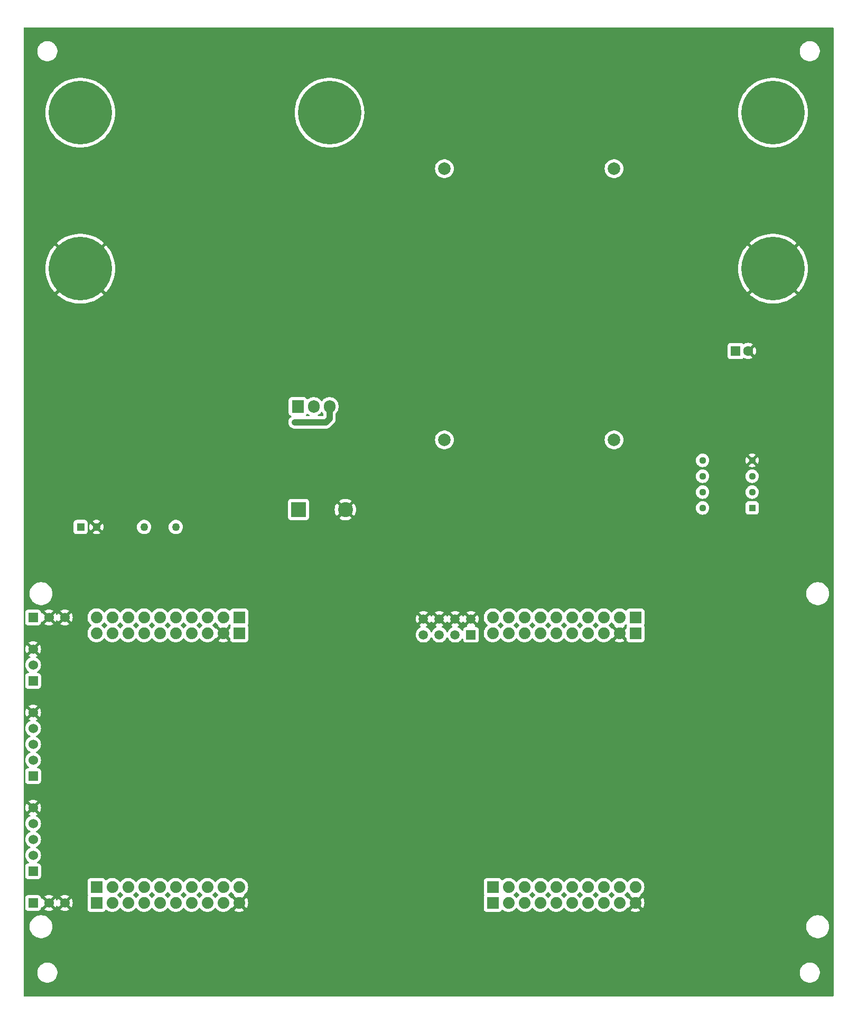
<source format=gbr>
%TF.GenerationSoftware,KiCad,Pcbnew,8.0.7*%
%TF.CreationDate,2025-03-02T22:18:17-05:00*%
%TF.ProjectId,Buck_Converter,4275636b-5f43-46f6-9e76-65727465722e,v0*%
%TF.SameCoordinates,Original*%
%TF.FileFunction,Copper,L2,Bot*%
%TF.FilePolarity,Positive*%
%FSLAX46Y46*%
G04 Gerber Fmt 4.6, Leading zero omitted, Abs format (unit mm)*
G04 Created by KiCad (PCBNEW 8.0.7) date 2025-03-02 22:18:17*
%MOMM*%
%LPD*%
G01*
G04 APERTURE LIST*
%TA.AperFunction,ComponentPad*%
%ADD10C,10.160000*%
%TD*%
%TA.AperFunction,ComponentPad*%
%ADD11R,1.600000X1.600000*%
%TD*%
%TA.AperFunction,ComponentPad*%
%ADD12C,1.600000*%
%TD*%
%TA.AperFunction,ComponentPad*%
%ADD13C,2.000000*%
%TD*%
%TA.AperFunction,ComponentPad*%
%ADD14R,1.879600X1.879600*%
%TD*%
%TA.AperFunction,ComponentPad*%
%ADD15C,1.879600*%
%TD*%
%TA.AperFunction,ComponentPad*%
%ADD16R,1.524000X1.524000*%
%TD*%
%TA.AperFunction,ComponentPad*%
%ADD17C,1.524000*%
%TD*%
%TA.AperFunction,ComponentPad*%
%ADD18R,1.500000X1.500000*%
%TD*%
%TA.AperFunction,ComponentPad*%
%ADD19C,1.500000*%
%TD*%
%TA.AperFunction,ComponentPad*%
%ADD20R,1.130000X1.130000*%
%TD*%
%TA.AperFunction,ComponentPad*%
%ADD21C,1.130000*%
%TD*%
%TA.AperFunction,ComponentPad*%
%ADD22R,1.905000X2.000000*%
%TD*%
%TA.AperFunction,ComponentPad*%
%ADD23O,1.905000X2.000000*%
%TD*%
%TA.AperFunction,ComponentPad*%
%ADD24R,1.270000X1.270000*%
%TD*%
%TA.AperFunction,ComponentPad*%
%ADD25C,1.270000*%
%TD*%
%TA.AperFunction,ComponentPad*%
%ADD26R,2.400000X2.400000*%
%TD*%
%TA.AperFunction,ComponentPad*%
%ADD27C,2.400000*%
%TD*%
%TA.AperFunction,ViaPad*%
%ADD28C,0.600000*%
%TD*%
%TA.AperFunction,Conductor*%
%ADD29C,1.000000*%
%TD*%
G04 APERTURE END LIST*
D10*
%TO.P,J3,1,Pin_1*%
%TO.N,/VSW*%
X70358000Y-46412000D03*
%TD*%
D11*
%TO.P,C5,1*%
%TO.N,/VOUT*%
X135442888Y-84582000D03*
D12*
%TO.P,C5,2*%
%TO.N,GND*%
X137442888Y-84582000D03*
%TD*%
D13*
%TO.P,L1,1,1*%
%TO.N,/VSW*%
X88772000Y-98806000D03*
%TO.P,L1,2,2*%
%TO.N,Net-(L1-Pad2)*%
X115952000Y-98806000D03*
%TD*%
D14*
%TO.P,U2,J1_1,3.3V_J1*%
%TO.N,+3.3V*%
X119380000Y-127254000D03*
D15*
%TO.P,U2,J1_2,GPIO32*%
%TO.N,unconnected-(U2A-GPIO32-PadJ1_2)*%
X116840000Y-127254000D03*
%TO.P,U2,J1_3,GPIO19/SCIRXDB*%
%TO.N,unconnected-(U2A-GPIO19{slash}SCIRXDB-PadJ1_3)*%
X114300000Y-127254000D03*
%TO.P,U2,J1_4,GPIO18/SCITXDB*%
%TO.N,unconnected-(U2A-GPIO18{slash}SCITXDB-PadJ1_4)*%
X111760000Y-127254000D03*
%TO.P,U2,J1_5,GPIO67*%
%TO.N,unconnected-(U2A-GPIO67-PadJ1_5)*%
X109220000Y-127254000D03*
%TO.P,U2,J1_6,GPIO111*%
%TO.N,unconnected-(U2A-GPIO111-PadJ1_6)*%
X106680000Y-127254000D03*
%TO.P,U2,J1_7,GPIO60/SPICLKA*%
%TO.N,unconnected-(U2A-GPIO60{slash}SPICLKA-PadJ1_7)*%
X104140000Y-127254000D03*
%TO.P,U2,J1_8,GPIO22*%
%TO.N,unconnected-(U2A-GPIO22-PadJ1_8)*%
X101600000Y-127254000D03*
%TO.P,U2,J1_9,GPIO105/I2CSCLA*%
%TO.N,unconnected-(U2A-GPIO105{slash}I2CSCLA-PadJ1_9)*%
X99060000Y-127254000D03*
%TO.P,U2,J1_10,GPIO104/I2CSDAA*%
%TO.N,unconnected-(U2A-GPIO104{slash}I2CSDAA-PadJ1_10)*%
X96520000Y-127254000D03*
D14*
%TO.P,U2,J2_1,GPIO29/OPXBAR6*%
%TO.N,unconnected-(U2B-GPIO29{slash}OPXBAR6-PadJ2_1)*%
X96520000Y-172974000D03*
D15*
%TO.P,U2,J2_2,GPIO125/SD1CLK2*%
%TO.N,unconnected-(U2B-GPIO125{slash}SD1CLK2-PadJ2_2)*%
X99060000Y-172974000D03*
%TO.P,U2,J2_3,GPIO124/SD1D2*%
%TO.N,unconnected-(U2B-GPIO124{slash}SD1D2-PadJ2_3)*%
X101600000Y-172974000D03*
%TO.P,U2,J2_4,GPIO59/SPIAMISO*%
%TO.N,unconnected-(U2B-GPIO59{slash}SPIAMISO-PadJ2_4)*%
X104140000Y-172974000D03*
%TO.P,U2,J2_5,GPIO58/SPIAMOSI*%
%TO.N,unconnected-(U2B-GPIO58{slash}SPIAMOSI-PadJ2_5)*%
X106680000Y-172974000D03*
%TO.P,U2,J2_6,~{RESET_J2}*%
%TO.N,unconnected-(U2B-~{RESET_J2}-PadJ2_6)*%
X109220000Y-172974000D03*
%TO.P,U2,J2_7,GPIO122/SD1D1*%
%TO.N,unconnected-(U2B-GPIO122{slash}SD1D1-PadJ2_7)*%
X111760000Y-172974000D03*
%TO.P,U2,J2_8,GPIO123/SD1CLK1*%
%TO.N,unconnected-(U2B-GPIO123{slash}SD1CLK1-PadJ2_8)*%
X114300000Y-172974000D03*
%TO.P,U2,J2_9,GPIO61/SPIACS*%
%TO.N,unconnected-(U2B-GPIO61{slash}SPIACS-PadJ2_9)*%
X116840000Y-172974000D03*
%TO.P,U2,J2_10,GND_J2*%
%TO.N,GND*%
X119380000Y-172974000D03*
D14*
%TO.P,U2,J3_1,+5V_J3*%
%TO.N,unconnected-(U2C-+5V_J3-PadJ3_1)*%
X119380000Y-129794000D03*
D15*
%TO.P,U2,J3_2,GND_J3*%
%TO.N,GND*%
X116840000Y-129794000D03*
%TO.P,U2,J3_3,ADCIN14/ANALOGIN*%
%TO.N,/VFILT*%
X114300000Y-129794000D03*
%TO.P,U2,J3_4,ADCINC3/ANALOGIN*%
%TO.N,unconnected-(U2C-ADCINC3{slash}ANALOGIN-PadJ3_4)*%
X111760000Y-129794000D03*
%TO.P,U2,J3_5,ADCINB3/ANALOGIN*%
%TO.N,unconnected-(U2C-ADCINB3{slash}ANALOGIN-PadJ3_5)*%
X109220000Y-129794000D03*
%TO.P,U2,J3_6,ADCINA3/ANALOGIN*%
%TO.N,unconnected-(U2C-ADCINA3{slash}ANALOGIN-PadJ3_6)*%
X106680000Y-129794000D03*
%TO.P,U2,J3_7,ADCINC2/ANALOGIN*%
%TO.N,unconnected-(U2C-ADCINC2{slash}ANALOGIN-PadJ3_7)*%
X104140000Y-129794000D03*
%TO.P,U2,J3_8,ADCINB2/ANALOGIN*%
%TO.N,unconnected-(U2C-ADCINB2{slash}ANALOGIN-PadJ3_8)*%
X101600000Y-129794000D03*
%TO.P,U2,J3_9,ADCINA2/ANALOGIN*%
%TO.N,unconnected-(U2C-ADCINA2{slash}ANALOGIN-PadJ3_9)*%
X99060000Y-129794000D03*
%TO.P,U2,J3_10,ADCINA0/ANALOGIN(DACA)*%
%TO.N,unconnected-(U2C-ADCINA0{slash}ANALOGIN(DACA)-PadJ3_10)*%
X96520000Y-129794000D03*
D14*
%TO.P,U2,J4_1,PWM/BASED/DAC2*%
%TO.N,unconnected-(U2D-PWM{slash}BASED{slash}DAC2-PadJ4_1)*%
X96520000Y-170434000D03*
D15*
%TO.P,U2,J4_2,PWM/BASED/DAC1*%
%TO.N,unconnected-(U2D-PWM{slash}BASED{slash}DAC1-PadJ4_2)*%
X99060000Y-170434000D03*
%TO.P,U2,J4_3,GPIO16/OPXBAR7*%
%TO.N,unconnected-(U2D-GPIO16{slash}OPXBAR7-PadJ4_3)*%
X101600000Y-170434000D03*
%TO.P,U2,J4_4,GPIO24/OPXBAR1*%
%TO.N,unconnected-(U2D-GPIO24{slash}OPXBAR1-PadJ4_4)*%
X104140000Y-170434000D03*
%TO.P,U2,J4_5,GPIO5/PWMOUT3B*%
%TO.N,unconnected-(U2D-GPIO5{slash}PWMOUT3B-PadJ4_5)*%
X106680000Y-170434000D03*
%TO.P,U2,J4_6,GPIO4/PWMOUT3A*%
%TO.N,unconnected-(U2D-GPIO4{slash}PWMOUT3A-PadJ4_6)*%
X109220000Y-170434000D03*
%TO.P,U2,J4_7,GPIO3/PWMOUT2B*%
%TO.N,unconnected-(U2D-GPIO3{slash}PWMOUT2B-PadJ4_7)*%
X111760000Y-170434000D03*
%TO.P,U2,J4_8,GPIO2//PWMOUT2A*%
%TO.N,unconnected-(U2D-GPIO2{slash}{slash}PWMOUT2A-PadJ4_8)*%
X114300000Y-170434000D03*
%TO.P,U2,J4_9,GPIO1/PWMOUT1B*%
%TO.N,unconnected-(U2D-GPIO1{slash}PWMOUT1B-PadJ4_9)*%
X116840000Y-170434000D03*
%TO.P,U2,J4_10,GPIO0/PWMOUT1A*%
%TO.N,unconnected-(U2D-GPIO0{slash}PWMOUT1A-PadJ4_10)*%
X119380000Y-170434000D03*
D14*
%TO.P,U2,J5_1,3.3V_J5*%
%TO.N,unconnected-(U2E-3.3V_J5-PadJ5_1)*%
X55880000Y-127254000D03*
D15*
%TO.P,U2,J5_2,GPIO95*%
%TO.N,unconnected-(U2E-GPIO95-PadJ5_2)*%
X53340000Y-127254000D03*
%TO.P,U2,J5_3,GPIO139/SCICRX*%
%TO.N,unconnected-(U2E-GPIO139{slash}SCICRX-PadJ5_3)*%
X50800000Y-127254000D03*
%TO.P,U2,J5_4,GPIO56/SCICIX*%
%TO.N,unconnected-(U2E-GPIO56{slash}SCICIX-PadJ5_4)*%
X48260000Y-127254000D03*
%TO.P,U2,J5_5,GPIO97*%
%TO.N,unconnected-(U2E-GPIO97-PadJ5_5)*%
X45720000Y-127254000D03*
%TO.P,U2,J5_6,GPIO94*%
%TO.N,unconnected-(U2E-GPIO94-PadJ5_6)*%
X43180000Y-127254000D03*
%TO.P,U2,J5_7,GPIO65/SPIBCLK*%
%TO.N,unconnected-(U2E-GPIO65{slash}SPIBCLK-PadJ5_7)*%
X40640000Y-127254000D03*
%TO.P,U2,J5_8,GPIO52*%
%TO.N,unconnected-(U2E-GPIO52-PadJ5_8)*%
X38100000Y-127254000D03*
%TO.P,U2,J5_9,GPIO41/I2CSCLB/J5*%
%TO.N,unconnected-(U2E-GPIO41{slash}I2CSCLB{slash}J5-PadJ5_9)*%
X35560000Y-127254000D03*
%TO.P,U2,J5_10,GPIO40/I2CSDAB/J5*%
%TO.N,unconnected-(U2E-GPIO40{slash}I2CSDAB{slash}J5-PadJ5_10)*%
X33020000Y-127254000D03*
D14*
%TO.P,U2,J6_1,GPIO25/OPXBAR2*%
%TO.N,unconnected-(U2F-GPIO25{slash}OPXBAR2-PadJ6_1)*%
X33020000Y-172974000D03*
D15*
%TO.P,U2,J6_2,GPIO27/SD2CLK2*%
%TO.N,unconnected-(U2F-GPIO27{slash}SD2CLK2-PadJ6_2)*%
X35560000Y-172974000D03*
%TO.P,U2,J6_3,GPIO26/SD2D2*%
%TO.N,unconnected-(U2F-GPIO26{slash}SD2D2-PadJ6_3)*%
X38100000Y-172974000D03*
%TO.P,U2,J6_4,GPIO64/SPIBMISO*%
%TO.N,unconnected-(U2F-GPIO64{slash}SPIBMISO-PadJ6_4)*%
X40640000Y-172974000D03*
%TO.P,U2,J6_5,GPIO63/SPIBMOSI*%
%TO.N,unconnected-(U2F-GPIO63{slash}SPIBMOSI-PadJ6_5)*%
X43180000Y-172974000D03*
%TO.P,U2,J6_6,~{RESET_J6}*%
%TO.N,unconnected-(U2F-~{RESET_J6}-PadJ6_6)*%
X45720000Y-172974000D03*
%TO.P,U2,J6_7,GPIO130/SD2D1*%
%TO.N,unconnected-(U2F-GPIO130{slash}SD2D1-PadJ6_7)*%
X48260000Y-172974000D03*
%TO.P,U2,J6_8,GPIO131/SD2CLK1*%
%TO.N,unconnected-(U2F-GPIO131{slash}SD2CLK1-PadJ6_8)*%
X50800000Y-172974000D03*
%TO.P,U2,J6_9,GPIO66/SPIBCS*%
%TO.N,unconnected-(U2F-GPIO66{slash}SPIBCS-PadJ6_9)*%
X53340000Y-172974000D03*
%TO.P,U2,J6_10,GND_J6*%
%TO.N,GND*%
X55880000Y-172974000D03*
D14*
%TO.P,U2,J7_1,+5V_J7*%
%TO.N,+5V*%
X55880000Y-129794000D03*
D15*
%TO.P,U2,J7_2,GND_J7*%
%TO.N,GND*%
X53340000Y-129794000D03*
%TO.P,U2,J7_3,ADCIN15/ANALOGIN*%
%TO.N,unconnected-(U2G-ADCIN15{slash}ANALOGIN-PadJ7_3)*%
X50800000Y-129794000D03*
%TO.P,U2,J7_4,ADCINC5/ANALOGIN*%
%TO.N,unconnected-(U2G-ADCINC5{slash}ANALOGIN-PadJ7_4)*%
X48260000Y-129794000D03*
%TO.P,U2,J7_5,ADCINB5/ANALOGIN*%
%TO.N,unconnected-(U2G-ADCINB5{slash}ANALOGIN-PadJ7_5)*%
X45720000Y-129794000D03*
%TO.P,U2,J7_6,ADCINA5/ANALOGIN*%
%TO.N,unconnected-(U2G-ADCINA5{slash}ANALOGIN-PadJ7_6)*%
X43180000Y-129794000D03*
%TO.P,U2,J7_7,ADCINC4/ANALOGIN*%
%TO.N,unconnected-(U2G-ADCINC4{slash}ANALOGIN-PadJ7_7)*%
X40640000Y-129794000D03*
%TO.P,U2,J7_8,ADCINB4/ANALOGIN*%
%TO.N,unconnected-(U2G-ADCINB4{slash}ANALOGIN-PadJ7_8)*%
X38100000Y-129794000D03*
%TO.P,U2,J7_9,ADCINA4/ANALOGIN*%
%TO.N,unconnected-(U2G-ADCINA4{slash}ANALOGIN-PadJ7_9)*%
X35560000Y-129794000D03*
%TO.P,U2,J7_10,ADCINA1/ANALOGIN(DACB)*%
%TO.N,unconnected-(U2G-ADCINA1{slash}ANALOGIN(DACB)-PadJ7_10)*%
X33020000Y-129794000D03*
D14*
%TO.P,U2,J8_1,PWM/BASED/DAC4*%
%TO.N,unconnected-(U2H-PWM{slash}BASED{slash}DAC4-PadJ8_1)*%
X33020000Y-170434000D03*
D15*
%TO.P,U2,J8_2,PWM/BASED/DAC3*%
%TO.N,unconnected-(U2H-PWM{slash}BASED{slash}DAC3-PadJ8_2)*%
X35560000Y-170434000D03*
%TO.P,U2,J8_3,GPIO15/OPXBAR4*%
%TO.N,unconnected-(U2H-GPIO15{slash}OPXBAR4-PadJ8_3)*%
X38100000Y-170434000D03*
%TO.P,U2,J8_4,GPIO14/OPXBAR3*%
%TO.N,unconnected-(U2H-GPIO14{slash}OPXBAR3-PadJ8_4)*%
X40640000Y-170434000D03*
%TO.P,U2,J8_5,GPIO11/PWMOUT6B*%
%TO.N,/PWM*%
X43180000Y-170434000D03*
%TO.P,U2,J8_6,GPIO10/PWMOUT6A*%
%TO.N,unconnected-(U2H-GPIO10{slash}PWMOUT6A-PadJ8_6)*%
X45720000Y-170434000D03*
%TO.P,U2,J8_7,GPIO9/PWMOUT5B*%
%TO.N,unconnected-(U2H-GPIO9{slash}PWMOUT5B-PadJ8_7)*%
X48260000Y-170434000D03*
%TO.P,U2,J8_8,GPIO8/PWMOUT5A*%
%TO.N,unconnected-(U2H-GPIO8{slash}PWMOUT5A-PadJ8_8)*%
X50800000Y-170434000D03*
%TO.P,U2,J8_9,GPIO7/PWMOUT4B*%
%TO.N,unconnected-(U2H-GPIO7{slash}PWMOUT4B-PadJ8_9)*%
X53340000Y-170434000D03*
%TO.P,U2,J8_10,GPIO6/PWMOUT4A*%
%TO.N,unconnected-(U2H-GPIO6{slash}PWMOUT4A-PadJ8_10)*%
X55880000Y-170434000D03*
D16*
%TO.P,U2,J10_1,+3V_J10*%
%TO.N,unconnected-(U2I-+3V_J10-PadJ10_1)*%
X22860000Y-172974000D03*
D17*
%TO.P,U2,J10_2,GND_J10*%
%TO.N,GND*%
X25400000Y-172974000D03*
%TO.P,U2,J10_3,GND_J10__1*%
X27940000Y-172974000D03*
D16*
%TO.P,U2,J12_1,CANH*%
%TO.N,unconnected-(U2J-CANH-PadJ12_1)*%
X22860000Y-137414000D03*
D17*
%TO.P,U2,J12_2,CANL*%
%TO.N,unconnected-(U2J-CANL-PadJ12_2)*%
X22860000Y-134874000D03*
%TO.P,U2,J12_3,GND_J12*%
%TO.N,GND*%
X22860000Y-132334000D03*
D16*
%TO.P,U2,J14_1,EQEP1A*%
%TO.N,unconnected-(U2K-EQEP1A-PadJ14_1)*%
X22860000Y-167894000D03*
D17*
%TO.P,U2,J14_2,EQEP1B*%
%TO.N,unconnected-(U2K-EQEP1B-PadJ14_2)*%
X22860000Y-165354000D03*
%TO.P,U2,J14_3,EQEP1I*%
%TO.N,unconnected-(U2K-EQEP1I-PadJ14_3)*%
X22860000Y-162814000D03*
%TO.P,U2,J14_4,+5V_J14*%
%TO.N,unconnected-(U2K-+5V_J14-PadJ14_4)*%
X22860000Y-160274000D03*
%TO.P,U2,J14_5,GND_J14*%
%TO.N,GND*%
X22860000Y-157734000D03*
D16*
%TO.P,U2,J15_1,EQEP2A*%
%TO.N,unconnected-(U2L-EQEP2A-PadJ15_1)*%
X22860000Y-152654000D03*
D17*
%TO.P,U2,J15_2,EQEP2B*%
%TO.N,unconnected-(U2L-EQEP2B-PadJ15_2)*%
X22860000Y-150114000D03*
%TO.P,U2,J15_3,EQEP2I*%
%TO.N,unconnected-(U2L-EQEP2I-PadJ15_3)*%
X22860000Y-147574000D03*
%TO.P,U2,J15_4,+5V_J15*%
%TO.N,unconnected-(U2L-+5V_J15-PadJ15_4)*%
X22860000Y-145034000D03*
%TO.P,U2,J15_5,GND_J15*%
%TO.N,GND*%
X22860000Y-142494000D03*
D16*
%TO.P,U2,J16_1,+5V_J16*%
%TO.N,unconnected-(U2N-+5V_J16-PadJ16_1)*%
X22860000Y-127254000D03*
D17*
%TO.P,U2,J16_2,GND_J16*%
%TO.N,GND*%
X25400000Y-127254000D03*
%TO.P,U2,J16_3,GND_J16__1*%
X27940000Y-127254000D03*
D18*
%TO.P,U2,J21_1,ADCIND0*%
%TO.N,unconnected-(U2M-ADCIND0-PadJ21_1)*%
X93036000Y-130028000D03*
D19*
%TO.P,U2,J21_2,TP21/GND*%
%TO.N,GND*%
X93036000Y-127488000D03*
%TO.P,U2,J21_3,ADCIND1*%
%TO.N,unconnected-(U2M-ADCIND1-PadJ21_3)*%
X90496000Y-130028000D03*
%TO.P,U2,J21_4,TP22/GND*%
%TO.N,GND*%
X90496000Y-127488000D03*
%TO.P,U2,J21_5,ADCIND2*%
%TO.N,unconnected-(U2M-ADCIND2-PadJ21_5)*%
X87956000Y-130028000D03*
%TO.P,U2,J21_6,TP23/GND*%
%TO.N,GND*%
X87956000Y-127488000D03*
%TO.P,U2,J21_7,ADCIND3*%
%TO.N,unconnected-(U2M-ADCIND3-PadJ21_7)*%
X85416000Y-130028000D03*
%TO.P,U2,J21_8,TP24/GND*%
%TO.N,GND*%
X85416000Y-127488000D03*
%TD*%
D13*
%TO.P,L2,1,1*%
%TO.N,Net-(L1-Pad2)*%
X88772000Y-55372000D03*
%TO.P,L2,2,2*%
%TO.N,/VOUT*%
X115952000Y-55372000D03*
%TD*%
D20*
%TO.P,U1,1*%
%TO.N,/VFILT*%
X138082000Y-109728000D03*
D21*
%TO.P,U1,2,-*%
%TO.N,Net-(U1A--)*%
X138082000Y-107188000D03*
%TO.P,U1,3,+*%
%TO.N,Net-(U1A-+)*%
X138082000Y-104648000D03*
%TO.P,U1,4,V-*%
%TO.N,GND*%
X138082000Y-102108000D03*
%TO.P,U1,5,+*%
%TO.N,unconnected-(U1B-+-Pad5)*%
X130142000Y-102108000D03*
%TO.P,U1,6,-*%
%TO.N,unconnected-(U1B---Pad6)*%
X130142000Y-104648000D03*
%TO.P,U1,7*%
%TO.N,unconnected-(U1-Pad7)*%
X130142000Y-107188000D03*
%TO.P,U1,8,V+*%
%TO.N,+3.3V*%
X130142000Y-109728000D03*
%TD*%
D22*
%TO.P,Q1,1,G*%
%TO.N,/VG*%
X65278000Y-93472000D03*
D23*
%TO.P,Q1,2,D*%
%TO.N,/PowerStage/VIN*%
X67818000Y-93472000D03*
%TO.P,Q1,3,S*%
%TO.N,/VSW*%
X70358000Y-93472000D03*
%TD*%
D24*
%TO.P,U4,1,+VIN(VCC)*%
%TO.N,+5V*%
X30480000Y-112776000D03*
D25*
%TO.P,U4,2,-VIN(GGND)*%
%TO.N,GND*%
X33020000Y-112776000D03*
%TO.P,U4,5,-VOUT*%
%TO.N,/VSW*%
X40640000Y-112776000D03*
%TO.P,U4,7,+VOUT*%
%TO.N,/GD/ISO_12*%
X45720000Y-112776000D03*
%TD*%
D10*
%TO.P,J4,1,Pin_1*%
%TO.N,/VOUT*%
X141428000Y-46412000D03*
%TD*%
%TO.P,J1,1,Pin_1*%
%TO.N,/PowerStage/VIN*%
X30428000Y-46412000D03*
%TD*%
%TO.P,J5,1,Pin_1*%
%TO.N,GND*%
X30428000Y-71412000D03*
%TD*%
D26*
%TO.P,C3,1*%
%TO.N,/PowerStage/VIN*%
X65398000Y-109982000D03*
D27*
%TO.P,C3,2*%
%TO.N,GND*%
X72898000Y-109982000D03*
%TD*%
D10*
%TO.P,J2,1,Pin_1*%
%TO.N,GND*%
X141428000Y-71412000D03*
%TD*%
D28*
%TO.N,/VSW*%
X64770000Y-96012000D03*
%TO.N,GND*%
X29280000Y-117452000D03*
X27686000Y-107188000D03*
X27432000Y-115316000D03*
X34036000Y-100790000D03*
%TD*%
D29*
%TO.N,/VSW*%
X69818000Y-96012000D02*
X64770000Y-96012000D01*
X70358000Y-95472000D02*
X69818000Y-96012000D01*
X70358000Y-93472000D02*
X70358000Y-95472000D01*
%TD*%
%TA.AperFunction,Conductor*%
%TO.N,GND*%
G36*
X54691904Y-171257071D02*
G01*
X54713809Y-171282350D01*
X54739506Y-171321682D01*
X54901168Y-171497295D01*
X55041021Y-171606146D01*
X55041427Y-171606462D01*
X55082240Y-171663173D01*
X55085915Y-171732946D01*
X55053006Y-171790610D01*
X55052840Y-171793287D01*
X55744058Y-172484504D01*
X55683919Y-172500619D01*
X55568080Y-172567498D01*
X55473498Y-172662080D01*
X55406619Y-172777919D01*
X55390504Y-172838057D01*
X54700057Y-172147609D01*
X54687366Y-172148925D01*
X54660955Y-172171464D01*
X54591723Y-172180885D01*
X54528388Y-172151381D01*
X54506488Y-172126105D01*
X54480495Y-172086320D01*
X54480494Y-172086318D01*
X54318832Y-171910705D01*
X54178978Y-171801853D01*
X54138166Y-171745143D01*
X54134491Y-171675370D01*
X54169122Y-171614687D01*
X54178979Y-171606146D01*
X54318832Y-171497295D01*
X54480494Y-171321682D01*
X54506191Y-171282350D01*
X54559337Y-171236993D01*
X54628568Y-171227569D01*
X54691904Y-171257071D01*
G37*
%TD.AperFunction*%
%TA.AperFunction,Conductor*%
G36*
X118191904Y-171257071D02*
G01*
X118213809Y-171282350D01*
X118239506Y-171321682D01*
X118401168Y-171497295D01*
X118541021Y-171606146D01*
X118541427Y-171606462D01*
X118582240Y-171663173D01*
X118585915Y-171732946D01*
X118553006Y-171790610D01*
X118552840Y-171793287D01*
X119244058Y-172484504D01*
X119183919Y-172500619D01*
X119068080Y-172567498D01*
X118973498Y-172662080D01*
X118906619Y-172777919D01*
X118890504Y-172838057D01*
X118200057Y-172147609D01*
X118187366Y-172148925D01*
X118160955Y-172171464D01*
X118091723Y-172180885D01*
X118028388Y-172151381D01*
X118006488Y-172126105D01*
X117980495Y-172086320D01*
X117980494Y-172086318D01*
X117818832Y-171910705D01*
X117678978Y-171801853D01*
X117638166Y-171745143D01*
X117634491Y-171675370D01*
X117669122Y-171614687D01*
X117678979Y-171606146D01*
X117818832Y-171497295D01*
X117980494Y-171321682D01*
X118006191Y-171282350D01*
X118059337Y-171236993D01*
X118128568Y-171227569D01*
X118191904Y-171257071D01*
G37*
%TD.AperFunction*%
%TA.AperFunction,Conductor*%
G36*
X87490075Y-127680993D02*
G01*
X87555901Y-127795007D01*
X87648993Y-127888099D01*
X87763007Y-127953925D01*
X87826590Y-127970962D01*
X87266427Y-128531124D01*
X87328613Y-128574667D01*
X87328615Y-128574668D01*
X87480174Y-128645341D01*
X87532614Y-128691513D01*
X87551766Y-128758706D01*
X87531551Y-128825588D01*
X87480176Y-128870105D01*
X87328358Y-128940900D01*
X87328357Y-128940900D01*
X87149121Y-129066402D01*
X86994402Y-129221121D01*
X86868900Y-129400357D01*
X86868898Y-129400361D01*
X86798382Y-129551583D01*
X86752209Y-129604022D01*
X86685016Y-129623174D01*
X86618135Y-129602958D01*
X86573618Y-129551583D01*
X86541208Y-129482080D01*
X86503102Y-129400362D01*
X86503100Y-129400359D01*
X86503099Y-129400357D01*
X86377599Y-129221124D01*
X86326991Y-129170516D01*
X86222877Y-129066402D01*
X86081786Y-128967609D01*
X86043638Y-128940897D01*
X85891824Y-128870105D01*
X85839385Y-128823932D01*
X85820233Y-128756739D01*
X85840449Y-128689858D01*
X85891825Y-128645340D01*
X86043388Y-128574666D01*
X86105571Y-128531124D01*
X85545410Y-127970962D01*
X85608993Y-127953925D01*
X85723007Y-127888099D01*
X85816099Y-127795007D01*
X85881925Y-127680993D01*
X85898962Y-127617409D01*
X86459124Y-128177570D01*
X86502668Y-128115385D01*
X86502669Y-128115383D01*
X86573618Y-127963233D01*
X86619790Y-127910793D01*
X86686983Y-127891641D01*
X86753865Y-127911856D01*
X86798382Y-127963232D01*
X86869333Y-128115387D01*
X86912874Y-128177571D01*
X87473037Y-127617408D01*
X87490075Y-127680993D01*
G37*
%TD.AperFunction*%
%TA.AperFunction,Conductor*%
G36*
X90030075Y-127680993D02*
G01*
X90095901Y-127795007D01*
X90188993Y-127888099D01*
X90303007Y-127953925D01*
X90366590Y-127970962D01*
X89806427Y-128531124D01*
X89868613Y-128574667D01*
X89868615Y-128574668D01*
X90020174Y-128645341D01*
X90072614Y-128691513D01*
X90091766Y-128758706D01*
X90071551Y-128825588D01*
X90020176Y-128870105D01*
X89868358Y-128940900D01*
X89868357Y-128940900D01*
X89689121Y-129066402D01*
X89534402Y-129221121D01*
X89408900Y-129400357D01*
X89408898Y-129400361D01*
X89338382Y-129551583D01*
X89292209Y-129604022D01*
X89225016Y-129623174D01*
X89158135Y-129602958D01*
X89113618Y-129551583D01*
X89081208Y-129482080D01*
X89043102Y-129400362D01*
X89043100Y-129400359D01*
X89043099Y-129400357D01*
X88917599Y-129221124D01*
X88866991Y-129170516D01*
X88762877Y-129066402D01*
X88621786Y-128967609D01*
X88583638Y-128940897D01*
X88431824Y-128870105D01*
X88379385Y-128823932D01*
X88360233Y-128756739D01*
X88380449Y-128689858D01*
X88431825Y-128645340D01*
X88583388Y-128574666D01*
X88645571Y-128531124D01*
X88085410Y-127970962D01*
X88148993Y-127953925D01*
X88263007Y-127888099D01*
X88356099Y-127795007D01*
X88421925Y-127680993D01*
X88438962Y-127617409D01*
X88999124Y-128177570D01*
X89042668Y-128115385D01*
X89042669Y-128115383D01*
X89113618Y-127963233D01*
X89159790Y-127910793D01*
X89226983Y-127891641D01*
X89293865Y-127911856D01*
X89338382Y-127963232D01*
X89409333Y-128115387D01*
X89452874Y-128177571D01*
X90013037Y-127617408D01*
X90030075Y-127680993D01*
G37*
%TD.AperFunction*%
%TA.AperFunction,Conductor*%
G36*
X92570075Y-127680993D02*
G01*
X92635901Y-127795007D01*
X92728993Y-127888099D01*
X92843007Y-127953925D01*
X92906590Y-127970962D01*
X92346427Y-128531124D01*
X92376134Y-128551925D01*
X92419759Y-128606502D01*
X92426953Y-128676000D01*
X92395430Y-128738355D01*
X92335201Y-128773769D01*
X92305013Y-128777500D01*
X92238130Y-128777500D01*
X92238123Y-128777501D01*
X92178516Y-128783908D01*
X92043671Y-128834202D01*
X92043664Y-128834206D01*
X91928455Y-128920452D01*
X91928452Y-128920455D01*
X91842206Y-129035664D01*
X91842202Y-129035671D01*
X91791908Y-129170517D01*
X91786468Y-129221121D01*
X91785501Y-129230123D01*
X91785500Y-129230135D01*
X91785500Y-129296138D01*
X91765815Y-129363177D01*
X91713011Y-129408932D01*
X91643853Y-129418876D01*
X91580297Y-129389851D01*
X91559925Y-129367261D01*
X91457599Y-129221124D01*
X91406991Y-129170516D01*
X91302877Y-129066402D01*
X91161786Y-128967609D01*
X91123638Y-128940897D01*
X90971824Y-128870105D01*
X90919385Y-128823932D01*
X90900233Y-128756739D01*
X90920449Y-128689858D01*
X90971825Y-128645340D01*
X91123388Y-128574666D01*
X91185571Y-128531124D01*
X90625410Y-127970962D01*
X90688993Y-127953925D01*
X90803007Y-127888099D01*
X90896099Y-127795007D01*
X90961925Y-127680993D01*
X90978962Y-127617409D01*
X91539124Y-128177570D01*
X91582668Y-128115385D01*
X91582669Y-128115383D01*
X91653618Y-127963233D01*
X91699790Y-127910793D01*
X91766983Y-127891641D01*
X91833865Y-127911856D01*
X91878382Y-127963232D01*
X91949333Y-128115387D01*
X91992874Y-128177571D01*
X92553037Y-127617408D01*
X92570075Y-127680993D01*
G37*
%TD.AperFunction*%
%TA.AperFunction,Conductor*%
G36*
X52151904Y-128077071D02*
G01*
X52173809Y-128102350D01*
X52199506Y-128141682D01*
X52361168Y-128317295D01*
X52437965Y-128377068D01*
X52501427Y-128426462D01*
X52542240Y-128483173D01*
X52545915Y-128552946D01*
X52513006Y-128610610D01*
X52512840Y-128613287D01*
X53204058Y-129304504D01*
X53143919Y-129320619D01*
X53028080Y-129387498D01*
X52933498Y-129482080D01*
X52866619Y-129597919D01*
X52850504Y-129658057D01*
X52160057Y-128967609D01*
X52147366Y-128968925D01*
X52120955Y-128991464D01*
X52051723Y-129000885D01*
X51988388Y-128971381D01*
X51966488Y-128946105D01*
X51966192Y-128945652D01*
X51940494Y-128906318D01*
X51778832Y-128730705D01*
X51638978Y-128621853D01*
X51598166Y-128565143D01*
X51594491Y-128495370D01*
X51629122Y-128434687D01*
X51638979Y-128426146D01*
X51778832Y-128317295D01*
X51940494Y-128141682D01*
X51966191Y-128102350D01*
X52019337Y-128056993D01*
X52088568Y-128047569D01*
X52151904Y-128077071D01*
G37*
%TD.AperFunction*%
%TA.AperFunction,Conductor*%
G36*
X54422326Y-128328600D02*
G01*
X54472651Y-128377068D01*
X54481136Y-128395196D01*
X54496402Y-128436128D01*
X54496405Y-128436134D01*
X54506554Y-128449691D01*
X54530970Y-128515155D01*
X54516117Y-128583428D01*
X54506554Y-128598309D01*
X54496405Y-128611865D01*
X54496402Y-128611871D01*
X54446108Y-128746717D01*
X54439701Y-128806316D01*
X54439701Y-128806323D01*
X54439700Y-128806335D01*
X54439700Y-128996491D01*
X54420015Y-129063530D01*
X54403381Y-129084172D01*
X53829495Y-129658057D01*
X53813381Y-129597919D01*
X53746502Y-129482080D01*
X53651920Y-129387498D01*
X53536081Y-129320619D01*
X53475941Y-129304504D01*
X54167159Y-128613287D01*
X54166685Y-128605653D01*
X54137757Y-128565456D01*
X54134085Y-128495683D01*
X54168718Y-128435000D01*
X54178559Y-128426473D01*
X54288794Y-128340674D01*
X54353786Y-128315033D01*
X54422326Y-128328600D01*
G37*
%TD.AperFunction*%
%TA.AperFunction,Conductor*%
G36*
X115651904Y-128077071D02*
G01*
X115673809Y-128102350D01*
X115699506Y-128141682D01*
X115861168Y-128317295D01*
X115937965Y-128377068D01*
X116001427Y-128426462D01*
X116042240Y-128483173D01*
X116045915Y-128552946D01*
X116013006Y-128610610D01*
X116012840Y-128613287D01*
X116704058Y-129304504D01*
X116643919Y-129320619D01*
X116528080Y-129387498D01*
X116433498Y-129482080D01*
X116366619Y-129597919D01*
X116350504Y-129658057D01*
X115660057Y-128967609D01*
X115647366Y-128968925D01*
X115620955Y-128991464D01*
X115551723Y-129000885D01*
X115488388Y-128971381D01*
X115466488Y-128946105D01*
X115466192Y-128945652D01*
X115440494Y-128906318D01*
X115278832Y-128730705D01*
X115138978Y-128621853D01*
X115098166Y-128565143D01*
X115094491Y-128495370D01*
X115129122Y-128434687D01*
X115138979Y-128426146D01*
X115278832Y-128317295D01*
X115440494Y-128141682D01*
X115466191Y-128102350D01*
X115519337Y-128056993D01*
X115588568Y-128047569D01*
X115651904Y-128077071D01*
G37*
%TD.AperFunction*%
%TA.AperFunction,Conductor*%
G36*
X117922326Y-128328600D02*
G01*
X117972651Y-128377068D01*
X117981136Y-128395196D01*
X117996402Y-128436128D01*
X117996405Y-128436134D01*
X118006554Y-128449691D01*
X118030970Y-128515155D01*
X118016117Y-128583428D01*
X118006554Y-128598309D01*
X117996405Y-128611865D01*
X117996402Y-128611871D01*
X117946108Y-128746717D01*
X117939701Y-128806316D01*
X117939701Y-128806323D01*
X117939700Y-128806335D01*
X117939700Y-128996491D01*
X117920015Y-129063530D01*
X117903381Y-129084172D01*
X117329495Y-129658057D01*
X117313381Y-129597919D01*
X117246502Y-129482080D01*
X117151920Y-129387498D01*
X117036081Y-129320619D01*
X116975941Y-129304504D01*
X117667159Y-128613287D01*
X117666685Y-128605653D01*
X117637757Y-128565456D01*
X117634085Y-128495683D01*
X117668718Y-128435000D01*
X117678559Y-128426473D01*
X117788794Y-128340674D01*
X117853786Y-128315033D01*
X117922326Y-128328600D01*
G37*
%TD.AperFunction*%
%TA.AperFunction,Conductor*%
G36*
X151080539Y-32778185D02*
G01*
X151126294Y-32830989D01*
X151137500Y-32882500D01*
X151137500Y-187843500D01*
X151117815Y-187910539D01*
X151065011Y-187956294D01*
X151013500Y-187967500D01*
X21452500Y-187967500D01*
X21385461Y-187947815D01*
X21339706Y-187895011D01*
X21328500Y-187843500D01*
X21328500Y-184024038D01*
X23545500Y-184024038D01*
X23545500Y-184275961D01*
X23584910Y-184524785D01*
X23662760Y-184764383D01*
X23777132Y-184988848D01*
X23925201Y-185192649D01*
X23925205Y-185192654D01*
X24103345Y-185370794D01*
X24103350Y-185370798D01*
X24281117Y-185499952D01*
X24307155Y-185518870D01*
X24450184Y-185591747D01*
X24531616Y-185633239D01*
X24531618Y-185633239D01*
X24531621Y-185633241D01*
X24771215Y-185711090D01*
X25020038Y-185750500D01*
X25020039Y-185750500D01*
X25271961Y-185750500D01*
X25271962Y-185750500D01*
X25520785Y-185711090D01*
X25760379Y-185633241D01*
X25984845Y-185518870D01*
X26188656Y-185370793D01*
X26366793Y-185192656D01*
X26514870Y-184988845D01*
X26629241Y-184764379D01*
X26707090Y-184524785D01*
X26746500Y-184275962D01*
X26746500Y-184024038D01*
X145719500Y-184024038D01*
X145719500Y-184275961D01*
X145758910Y-184524785D01*
X145836760Y-184764383D01*
X145951132Y-184988848D01*
X146099201Y-185192649D01*
X146099205Y-185192654D01*
X146277345Y-185370794D01*
X146277350Y-185370798D01*
X146455117Y-185499952D01*
X146481155Y-185518870D01*
X146624184Y-185591747D01*
X146705616Y-185633239D01*
X146705618Y-185633239D01*
X146705621Y-185633241D01*
X146945215Y-185711090D01*
X147194038Y-185750500D01*
X147194039Y-185750500D01*
X147445961Y-185750500D01*
X147445962Y-185750500D01*
X147694785Y-185711090D01*
X147934379Y-185633241D01*
X148158845Y-185518870D01*
X148362656Y-185370793D01*
X148540793Y-185192656D01*
X148688870Y-184988845D01*
X148803241Y-184764379D01*
X148881090Y-184524785D01*
X148920500Y-184275962D01*
X148920500Y-184024038D01*
X148881090Y-183775215D01*
X148803241Y-183535621D01*
X148803239Y-183535618D01*
X148803239Y-183535616D01*
X148761747Y-183454184D01*
X148688870Y-183311155D01*
X148669952Y-183285117D01*
X148540798Y-183107350D01*
X148540794Y-183107345D01*
X148362654Y-182929205D01*
X148362649Y-182929201D01*
X148158848Y-182781132D01*
X148158847Y-182781131D01*
X148158845Y-182781130D01*
X148088747Y-182745413D01*
X147934383Y-182666760D01*
X147694785Y-182588910D01*
X147445962Y-182549500D01*
X147194038Y-182549500D01*
X147069626Y-182569205D01*
X146945214Y-182588910D01*
X146705616Y-182666760D01*
X146481151Y-182781132D01*
X146277350Y-182929201D01*
X146277345Y-182929205D01*
X146099205Y-183107345D01*
X146099201Y-183107350D01*
X145951132Y-183311151D01*
X145836760Y-183535616D01*
X145758910Y-183775214D01*
X145719500Y-184024038D01*
X26746500Y-184024038D01*
X26707090Y-183775215D01*
X26629241Y-183535621D01*
X26629239Y-183535618D01*
X26629239Y-183535616D01*
X26587747Y-183454184D01*
X26514870Y-183311155D01*
X26495952Y-183285117D01*
X26366798Y-183107350D01*
X26366794Y-183107345D01*
X26188654Y-182929205D01*
X26188649Y-182929201D01*
X25984848Y-182781132D01*
X25984847Y-182781131D01*
X25984845Y-182781130D01*
X25914747Y-182745413D01*
X25760383Y-182666760D01*
X25520785Y-182588910D01*
X25271962Y-182549500D01*
X25020038Y-182549500D01*
X24895626Y-182569205D01*
X24771214Y-182588910D01*
X24531616Y-182666760D01*
X24307151Y-182781132D01*
X24103350Y-182929201D01*
X24103345Y-182929205D01*
X23925205Y-183107345D01*
X23925201Y-183107350D01*
X23777132Y-183311151D01*
X23662760Y-183535616D01*
X23584910Y-183775214D01*
X23545500Y-184024038D01*
X21328500Y-184024038D01*
X21328500Y-176663530D01*
X22292000Y-176663530D01*
X22292000Y-176904469D01*
X22323447Y-177143341D01*
X22385808Y-177376073D01*
X22478006Y-177598662D01*
X22478011Y-177598671D01*
X22598480Y-177807329D01*
X22598483Y-177807334D01*
X22598485Y-177807336D01*
X22745151Y-177998476D01*
X22745157Y-177998483D01*
X22915516Y-178168842D01*
X22915522Y-178168847D01*
X23106671Y-178315520D01*
X23315329Y-178435989D01*
X23315332Y-178435990D01*
X23315337Y-178435993D01*
X23435424Y-178485734D01*
X23537927Y-178528192D01*
X23770655Y-178590552D01*
X23949812Y-178614138D01*
X24009530Y-178622000D01*
X24009531Y-178622000D01*
X24250470Y-178622000D01*
X24298244Y-178615710D01*
X24489345Y-178590552D01*
X24722073Y-178528192D01*
X24897053Y-178455712D01*
X24944662Y-178435993D01*
X24944663Y-178435991D01*
X24944671Y-178435989D01*
X25153329Y-178315520D01*
X25344478Y-178168847D01*
X25514847Y-177998478D01*
X25661520Y-177807329D01*
X25781989Y-177598671D01*
X25874192Y-177376073D01*
X25936552Y-177143345D01*
X25968000Y-176904469D01*
X25968000Y-176663531D01*
X25968000Y-176663530D01*
X146752000Y-176663530D01*
X146752000Y-176904469D01*
X146783447Y-177143341D01*
X146845808Y-177376073D01*
X146938006Y-177598662D01*
X146938011Y-177598671D01*
X147058480Y-177807329D01*
X147058483Y-177807334D01*
X147058485Y-177807336D01*
X147205151Y-177998476D01*
X147205157Y-177998483D01*
X147375516Y-178168842D01*
X147375522Y-178168847D01*
X147566671Y-178315520D01*
X147775329Y-178435989D01*
X147775332Y-178435990D01*
X147775337Y-178435993D01*
X147895424Y-178485734D01*
X147997927Y-178528192D01*
X148230655Y-178590552D01*
X148409812Y-178614138D01*
X148469530Y-178622000D01*
X148469531Y-178622000D01*
X148710470Y-178622000D01*
X148758244Y-178615710D01*
X148949345Y-178590552D01*
X149182073Y-178528192D01*
X149357053Y-178455712D01*
X149404662Y-178435993D01*
X149404663Y-178435991D01*
X149404671Y-178435989D01*
X149613329Y-178315520D01*
X149804478Y-178168847D01*
X149974847Y-177998478D01*
X150121520Y-177807329D01*
X150241989Y-177598671D01*
X150334192Y-177376073D01*
X150396552Y-177143345D01*
X150428000Y-176904469D01*
X150428000Y-176663531D01*
X150396552Y-176424655D01*
X150334192Y-176191927D01*
X150291734Y-176089424D01*
X150241993Y-175969337D01*
X150241988Y-175969328D01*
X150121520Y-175760671D01*
X149974847Y-175569522D01*
X149974842Y-175569516D01*
X149804483Y-175399157D01*
X149804476Y-175399151D01*
X149613336Y-175252485D01*
X149613334Y-175252483D01*
X149613329Y-175252480D01*
X149404671Y-175132011D01*
X149404662Y-175132006D01*
X149182073Y-175039808D01*
X148949341Y-174977447D01*
X148710470Y-174946000D01*
X148710469Y-174946000D01*
X148469531Y-174946000D01*
X148469530Y-174946000D01*
X148230658Y-174977447D01*
X147997926Y-175039808D01*
X147775337Y-175132006D01*
X147775328Y-175132011D01*
X147649644Y-175204575D01*
X147566671Y-175252480D01*
X147566668Y-175252481D01*
X147566663Y-175252485D01*
X147375523Y-175399151D01*
X147375516Y-175399157D01*
X147205157Y-175569516D01*
X147205151Y-175569523D01*
X147058485Y-175760663D01*
X146938011Y-175969328D01*
X146938006Y-175969337D01*
X146845808Y-176191926D01*
X146783447Y-176424658D01*
X146752000Y-176663530D01*
X25968000Y-176663530D01*
X25936552Y-176424655D01*
X25874192Y-176191927D01*
X25831734Y-176089424D01*
X25781993Y-175969337D01*
X25781988Y-175969328D01*
X25661520Y-175760671D01*
X25514847Y-175569522D01*
X25514842Y-175569516D01*
X25344483Y-175399157D01*
X25344476Y-175399151D01*
X25153336Y-175252485D01*
X25153334Y-175252483D01*
X25153329Y-175252480D01*
X24944671Y-175132011D01*
X24944662Y-175132006D01*
X24722073Y-175039808D01*
X24489341Y-174977447D01*
X24250470Y-174946000D01*
X24250469Y-174946000D01*
X24009531Y-174946000D01*
X24009530Y-174946000D01*
X23770658Y-174977447D01*
X23537926Y-175039808D01*
X23315337Y-175132006D01*
X23315328Y-175132011D01*
X23189644Y-175204575D01*
X23106671Y-175252480D01*
X23106668Y-175252481D01*
X23106663Y-175252485D01*
X22915523Y-175399151D01*
X22915516Y-175399157D01*
X22745157Y-175569516D01*
X22745151Y-175569523D01*
X22598485Y-175760663D01*
X22478011Y-175969328D01*
X22478006Y-175969337D01*
X22385808Y-176191926D01*
X22323447Y-176424658D01*
X22292000Y-176663530D01*
X21328500Y-176663530D01*
X21328500Y-172164135D01*
X21597500Y-172164135D01*
X21597500Y-173783870D01*
X21597501Y-173783876D01*
X21603908Y-173843483D01*
X21654202Y-173978328D01*
X21654206Y-173978335D01*
X21740452Y-174093544D01*
X21740455Y-174093547D01*
X21855664Y-174179793D01*
X21855671Y-174179797D01*
X21990517Y-174230091D01*
X21990516Y-174230091D01*
X21997444Y-174230835D01*
X22050127Y-174236500D01*
X23669872Y-174236499D01*
X23729483Y-174230091D01*
X23864331Y-174179796D01*
X23979546Y-174093546D01*
X24065796Y-173978331D01*
X24116091Y-173843483D01*
X24122500Y-173783873D01*
X24122499Y-173743048D01*
X24142182Y-173676012D01*
X24194985Y-173630256D01*
X24264143Y-173620311D01*
X24327700Y-173649334D01*
X24348074Y-173671925D01*
X24348258Y-173672187D01*
X24348258Y-173672188D01*
X24910504Y-173109941D01*
X24926619Y-173170081D01*
X24993498Y-173285920D01*
X25088080Y-173380502D01*
X25203919Y-173447381D01*
X25264057Y-173463494D01*
X24701810Y-174025740D01*
X24766590Y-174071099D01*
X24766592Y-174071100D01*
X24966715Y-174164419D01*
X24966729Y-174164424D01*
X25180013Y-174221573D01*
X25180023Y-174221575D01*
X25399999Y-174240821D01*
X25400001Y-174240821D01*
X25619976Y-174221575D01*
X25619986Y-174221573D01*
X25833270Y-174164424D01*
X25833284Y-174164419D01*
X26033407Y-174071100D01*
X26033417Y-174071094D01*
X26098188Y-174025741D01*
X25535942Y-173463494D01*
X25596081Y-173447381D01*
X25711920Y-173380502D01*
X25806502Y-173285920D01*
X25873381Y-173170081D01*
X25889495Y-173109942D01*
X26451741Y-173672188D01*
X26497094Y-173607417D01*
X26497100Y-173607407D01*
X26557618Y-173477627D01*
X26603790Y-173425187D01*
X26670983Y-173406035D01*
X26737865Y-173426251D01*
X26782382Y-173477627D01*
X26842898Y-173607405D01*
X26842901Y-173607411D01*
X26888258Y-173672187D01*
X26888258Y-173672188D01*
X27450504Y-173109941D01*
X27466619Y-173170081D01*
X27533498Y-173285920D01*
X27628080Y-173380502D01*
X27743919Y-173447381D01*
X27804057Y-173463494D01*
X27241810Y-174025740D01*
X27306590Y-174071099D01*
X27306592Y-174071100D01*
X27506715Y-174164419D01*
X27506729Y-174164424D01*
X27720013Y-174221573D01*
X27720023Y-174221575D01*
X27939999Y-174240821D01*
X27940001Y-174240821D01*
X28159976Y-174221575D01*
X28159986Y-174221573D01*
X28373270Y-174164424D01*
X28373284Y-174164419D01*
X28573407Y-174071100D01*
X28573417Y-174071094D01*
X28638188Y-174025741D01*
X28075942Y-173463494D01*
X28136081Y-173447381D01*
X28251920Y-173380502D01*
X28346502Y-173285920D01*
X28413381Y-173170081D01*
X28429495Y-173109942D01*
X28991741Y-173672188D01*
X29037094Y-173607417D01*
X29037100Y-173607407D01*
X29130419Y-173407284D01*
X29130424Y-173407270D01*
X29187573Y-173193986D01*
X29187575Y-173193976D01*
X29206821Y-172974000D01*
X29206821Y-172973999D01*
X29187575Y-172754023D01*
X29187573Y-172754013D01*
X29130424Y-172540729D01*
X29130420Y-172540720D01*
X29037096Y-172340586D01*
X28991741Y-172275811D01*
X28991740Y-172275810D01*
X28429494Y-172838056D01*
X28413381Y-172777919D01*
X28346502Y-172662080D01*
X28251920Y-172567498D01*
X28136081Y-172500619D01*
X28075941Y-172484504D01*
X28638188Y-171922258D01*
X28573411Y-171876901D01*
X28573405Y-171876898D01*
X28373284Y-171783580D01*
X28373270Y-171783575D01*
X28159986Y-171726426D01*
X28159976Y-171726424D01*
X27940001Y-171707179D01*
X27939999Y-171707179D01*
X27720023Y-171726424D01*
X27720013Y-171726426D01*
X27506729Y-171783575D01*
X27506720Y-171783579D01*
X27306590Y-171876901D01*
X27241811Y-171922258D01*
X27804058Y-172484504D01*
X27743919Y-172500619D01*
X27628080Y-172567498D01*
X27533498Y-172662080D01*
X27466619Y-172777919D01*
X27450504Y-172838057D01*
X26888258Y-172275811D01*
X26842901Y-172340590D01*
X26782382Y-172470373D01*
X26736209Y-172522812D01*
X26669016Y-172541964D01*
X26602135Y-172521748D01*
X26557618Y-172470373D01*
X26497096Y-172340586D01*
X26451741Y-172275811D01*
X26451740Y-172275810D01*
X25889494Y-172838056D01*
X25873381Y-172777919D01*
X25806502Y-172662080D01*
X25711920Y-172567498D01*
X25596081Y-172500619D01*
X25535941Y-172484504D01*
X26098188Y-171922258D01*
X26033411Y-171876901D01*
X26033405Y-171876898D01*
X25833284Y-171783580D01*
X25833270Y-171783575D01*
X25619986Y-171726426D01*
X25619976Y-171726424D01*
X25400001Y-171707179D01*
X25399999Y-171707179D01*
X25180023Y-171726424D01*
X25180013Y-171726426D01*
X24966729Y-171783575D01*
X24966720Y-171783579D01*
X24766590Y-171876901D01*
X24701811Y-171922258D01*
X25264058Y-172484504D01*
X25203919Y-172500619D01*
X25088080Y-172567498D01*
X24993498Y-172662080D01*
X24926619Y-172777919D01*
X24910504Y-172838057D01*
X24348257Y-172275810D01*
X24348075Y-172276072D01*
X24293498Y-172319698D01*
X24224000Y-172326892D01*
X24161645Y-172295370D01*
X24126230Y-172235141D01*
X24122499Y-172204950D01*
X24122499Y-172164129D01*
X24122498Y-172164123D01*
X24122497Y-172164116D01*
X24116091Y-172104517D01*
X24109303Y-172086318D01*
X24065797Y-171969671D01*
X24065793Y-171969664D01*
X23979547Y-171854455D01*
X23979544Y-171854452D01*
X23864335Y-171768206D01*
X23864328Y-171768202D01*
X23729482Y-171717908D01*
X23729483Y-171717908D01*
X23669883Y-171711501D01*
X23669881Y-171711500D01*
X23669873Y-171711500D01*
X23669864Y-171711500D01*
X22050129Y-171711500D01*
X22050123Y-171711501D01*
X21990516Y-171717908D01*
X21855671Y-171768202D01*
X21855664Y-171768206D01*
X21740455Y-171854452D01*
X21740452Y-171854455D01*
X21654206Y-171969664D01*
X21654202Y-171969671D01*
X21603908Y-172104517D01*
X21599276Y-172147609D01*
X21597501Y-172164123D01*
X21597500Y-172164135D01*
X21328500Y-172164135D01*
X21328500Y-169446335D01*
X31579700Y-169446335D01*
X31579700Y-171421670D01*
X31579701Y-171421676D01*
X31586108Y-171481283D01*
X31636402Y-171616128D01*
X31636405Y-171616134D01*
X31646554Y-171629691D01*
X31670970Y-171695155D01*
X31656117Y-171763428D01*
X31646554Y-171778309D01*
X31636405Y-171791865D01*
X31636402Y-171791871D01*
X31586108Y-171926717D01*
X31579701Y-171986316D01*
X31579700Y-171986335D01*
X31579700Y-173961670D01*
X31579701Y-173961676D01*
X31586108Y-174021283D01*
X31636402Y-174156128D01*
X31636406Y-174156135D01*
X31722652Y-174271344D01*
X31722655Y-174271347D01*
X31837864Y-174357593D01*
X31837871Y-174357597D01*
X31972717Y-174407891D01*
X31972716Y-174407891D01*
X31979644Y-174408635D01*
X32032327Y-174414300D01*
X34007672Y-174414299D01*
X34067283Y-174407891D01*
X34202131Y-174357596D01*
X34317346Y-174271346D01*
X34403596Y-174156131D01*
X34418864Y-174115196D01*
X34460735Y-174059262D01*
X34526199Y-174034845D01*
X34594472Y-174049696D01*
X34611203Y-174060672D01*
X34681256Y-174115196D01*
X34768988Y-174183481D01*
X34769531Y-174183903D01*
X34979455Y-174297509D01*
X35205216Y-174375012D01*
X35440653Y-174414300D01*
X35440654Y-174414300D01*
X35679346Y-174414300D01*
X35679347Y-174414300D01*
X35914784Y-174375012D01*
X36140545Y-174297509D01*
X36350469Y-174183903D01*
X36538832Y-174037295D01*
X36700494Y-173861682D01*
X36726191Y-173822350D01*
X36779337Y-173776993D01*
X36848568Y-173767569D01*
X36911904Y-173797071D01*
X36933809Y-173822350D01*
X36959506Y-173861682D01*
X37121168Y-174037295D01*
X37309531Y-174183903D01*
X37519455Y-174297509D01*
X37745216Y-174375012D01*
X37980653Y-174414300D01*
X37980654Y-174414300D01*
X38219346Y-174414300D01*
X38219347Y-174414300D01*
X38454784Y-174375012D01*
X38680545Y-174297509D01*
X38890469Y-174183903D01*
X39078832Y-174037295D01*
X39240494Y-173861682D01*
X39266191Y-173822350D01*
X39319337Y-173776993D01*
X39388568Y-173767569D01*
X39451904Y-173797071D01*
X39473809Y-173822350D01*
X39499506Y-173861682D01*
X39661168Y-174037295D01*
X39849531Y-174183903D01*
X40059455Y-174297509D01*
X40285216Y-174375012D01*
X40520653Y-174414300D01*
X40520654Y-174414300D01*
X40759346Y-174414300D01*
X40759347Y-174414300D01*
X40994784Y-174375012D01*
X41220545Y-174297509D01*
X41430469Y-174183903D01*
X41618832Y-174037295D01*
X41780494Y-173861682D01*
X41806191Y-173822350D01*
X41859337Y-173776993D01*
X41928568Y-173767569D01*
X41991904Y-173797071D01*
X42013809Y-173822350D01*
X42039506Y-173861682D01*
X42201168Y-174037295D01*
X42389531Y-174183903D01*
X42599455Y-174297509D01*
X42825216Y-174375012D01*
X43060653Y-174414300D01*
X43060654Y-174414300D01*
X43299346Y-174414300D01*
X43299347Y-174414300D01*
X43534784Y-174375012D01*
X43760545Y-174297509D01*
X43970469Y-174183903D01*
X44158832Y-174037295D01*
X44320494Y-173861682D01*
X44346191Y-173822350D01*
X44399337Y-173776993D01*
X44468568Y-173767569D01*
X44531904Y-173797071D01*
X44553809Y-173822350D01*
X44579506Y-173861682D01*
X44741168Y-174037295D01*
X44929531Y-174183903D01*
X45139455Y-174297509D01*
X45365216Y-174375012D01*
X45600653Y-174414300D01*
X45600654Y-174414300D01*
X45839346Y-174414300D01*
X45839347Y-174414300D01*
X46074784Y-174375012D01*
X46300545Y-174297509D01*
X46510469Y-174183903D01*
X46698832Y-174037295D01*
X46860494Y-173861682D01*
X46886191Y-173822350D01*
X46939337Y-173776993D01*
X47008568Y-173767569D01*
X47071904Y-173797071D01*
X47093809Y-173822350D01*
X47119506Y-173861682D01*
X47281168Y-174037295D01*
X47469531Y-174183903D01*
X47679455Y-174297509D01*
X47905216Y-174375012D01*
X48140653Y-174414300D01*
X48140654Y-174414300D01*
X48379346Y-174414300D01*
X48379347Y-174414300D01*
X48614784Y-174375012D01*
X48840545Y-174297509D01*
X49050469Y-174183903D01*
X49238832Y-174037295D01*
X49400494Y-173861682D01*
X49426191Y-173822350D01*
X49479337Y-173776993D01*
X49548568Y-173767569D01*
X49611904Y-173797071D01*
X49633809Y-173822350D01*
X49659506Y-173861682D01*
X49821168Y-174037295D01*
X50009531Y-174183903D01*
X50219455Y-174297509D01*
X50445216Y-174375012D01*
X50680653Y-174414300D01*
X50680654Y-174414300D01*
X50919346Y-174414300D01*
X50919347Y-174414300D01*
X51154784Y-174375012D01*
X51380545Y-174297509D01*
X51590469Y-174183903D01*
X51778832Y-174037295D01*
X51940494Y-173861682D01*
X51966191Y-173822350D01*
X52019337Y-173776993D01*
X52088568Y-173767569D01*
X52151904Y-173797071D01*
X52173809Y-173822350D01*
X52199506Y-173861682D01*
X52361168Y-174037295D01*
X52549531Y-174183903D01*
X52759455Y-174297509D01*
X52985216Y-174375012D01*
X53220653Y-174414300D01*
X53220654Y-174414300D01*
X53459346Y-174414300D01*
X53459347Y-174414300D01*
X53694784Y-174375012D01*
X53920545Y-174297509D01*
X54130469Y-174183903D01*
X54318832Y-174037295D01*
X54480494Y-173861682D01*
X54506489Y-173821892D01*
X54559634Y-173776536D01*
X54628865Y-173767112D01*
X54692201Y-173796613D01*
X54695020Y-173799867D01*
X54700057Y-173800389D01*
X55390504Y-173109941D01*
X55406619Y-173170081D01*
X55473498Y-173285920D01*
X55568080Y-173380502D01*
X55683919Y-173447381D01*
X55744057Y-173463494D01*
X55052839Y-174154711D01*
X55052840Y-174154712D01*
X55089802Y-174183481D01*
X55089808Y-174183486D01*
X55299650Y-174297046D01*
X55299660Y-174297051D01*
X55525335Y-174374525D01*
X55760696Y-174413800D01*
X55999304Y-174413800D01*
X56234664Y-174374525D01*
X56460339Y-174297051D01*
X56460344Y-174297049D01*
X56670197Y-174183481D01*
X56670200Y-174183480D01*
X56707158Y-174154712D01*
X56707158Y-174154711D01*
X56015942Y-173463495D01*
X56076081Y-173447381D01*
X56191920Y-173380502D01*
X56286502Y-173285920D01*
X56353381Y-173170081D01*
X56369494Y-173109942D01*
X57059941Y-173800389D01*
X57150604Y-173661621D01*
X57150609Y-173661613D01*
X57246454Y-173443104D01*
X57305030Y-173211796D01*
X57305032Y-173211788D01*
X57324735Y-172974006D01*
X57324735Y-172973993D01*
X57305032Y-172736211D01*
X57305030Y-172736203D01*
X57246454Y-172504895D01*
X57150606Y-172286380D01*
X57059941Y-172147609D01*
X56369494Y-172838056D01*
X56353381Y-172777919D01*
X56286502Y-172662080D01*
X56191920Y-172567498D01*
X56076081Y-172500619D01*
X56015941Y-172484504D01*
X56707159Y-171793287D01*
X56706685Y-171785653D01*
X56677757Y-171745456D01*
X56674085Y-171675683D01*
X56708718Y-171615000D01*
X56718559Y-171606473D01*
X56858832Y-171497295D01*
X57020494Y-171321682D01*
X57151047Y-171121856D01*
X57246929Y-170903267D01*
X57305525Y-170671878D01*
X57325236Y-170434000D01*
X57305525Y-170196122D01*
X57246929Y-169964733D01*
X57151047Y-169746144D01*
X57020494Y-169546318D01*
X56928454Y-169446335D01*
X95079700Y-169446335D01*
X95079700Y-171421670D01*
X95079701Y-171421676D01*
X95086108Y-171481283D01*
X95136402Y-171616128D01*
X95136405Y-171616134D01*
X95146554Y-171629691D01*
X95170970Y-171695155D01*
X95156117Y-171763428D01*
X95146554Y-171778309D01*
X95136405Y-171791865D01*
X95136402Y-171791871D01*
X95086108Y-171926717D01*
X95079701Y-171986316D01*
X95079700Y-171986335D01*
X95079700Y-173961670D01*
X95079701Y-173961676D01*
X95086108Y-174021283D01*
X95136402Y-174156128D01*
X95136406Y-174156135D01*
X95222652Y-174271344D01*
X95222655Y-174271347D01*
X95337864Y-174357593D01*
X95337871Y-174357597D01*
X95472717Y-174407891D01*
X95472716Y-174407891D01*
X95479644Y-174408635D01*
X95532327Y-174414300D01*
X97507672Y-174414299D01*
X97567283Y-174407891D01*
X97702131Y-174357596D01*
X97817346Y-174271346D01*
X97903596Y-174156131D01*
X97918864Y-174115196D01*
X97960735Y-174059262D01*
X98026199Y-174034845D01*
X98094472Y-174049696D01*
X98111203Y-174060672D01*
X98181256Y-174115196D01*
X98268988Y-174183481D01*
X98269531Y-174183903D01*
X98479455Y-174297509D01*
X98705216Y-174375012D01*
X98940653Y-174414300D01*
X98940654Y-174414300D01*
X99179346Y-174414300D01*
X99179347Y-174414300D01*
X99414784Y-174375012D01*
X99640545Y-174297509D01*
X99850469Y-174183903D01*
X100038832Y-174037295D01*
X100200494Y-173861682D01*
X100226191Y-173822350D01*
X100279337Y-173776993D01*
X100348568Y-173767569D01*
X100411904Y-173797071D01*
X100433809Y-173822350D01*
X100459506Y-173861682D01*
X100621168Y-174037295D01*
X100809531Y-174183903D01*
X101019455Y-174297509D01*
X101245216Y-174375012D01*
X101480653Y-174414300D01*
X101480654Y-174414300D01*
X101719346Y-174414300D01*
X101719347Y-174414300D01*
X101954784Y-174375012D01*
X102180545Y-174297509D01*
X102390469Y-174183903D01*
X102578832Y-174037295D01*
X102740494Y-173861682D01*
X102766191Y-173822350D01*
X102819337Y-173776993D01*
X102888568Y-173767569D01*
X102951904Y-173797071D01*
X102973809Y-173822350D01*
X102999506Y-173861682D01*
X103161168Y-174037295D01*
X103349531Y-174183903D01*
X103559455Y-174297509D01*
X103785216Y-174375012D01*
X104020653Y-174414300D01*
X104020654Y-174414300D01*
X104259346Y-174414300D01*
X104259347Y-174414300D01*
X104494784Y-174375012D01*
X104720545Y-174297509D01*
X104930469Y-174183903D01*
X105118832Y-174037295D01*
X105280494Y-173861682D01*
X105306191Y-173822350D01*
X105359337Y-173776993D01*
X105428568Y-173767569D01*
X105491904Y-173797071D01*
X105513809Y-173822350D01*
X105539506Y-173861682D01*
X105701168Y-174037295D01*
X105889531Y-174183903D01*
X106099455Y-174297509D01*
X106325216Y-174375012D01*
X106560653Y-174414300D01*
X106560654Y-174414300D01*
X106799346Y-174414300D01*
X106799347Y-174414300D01*
X107034784Y-174375012D01*
X107260545Y-174297509D01*
X107470469Y-174183903D01*
X107658832Y-174037295D01*
X107820494Y-173861682D01*
X107846191Y-173822350D01*
X107899337Y-173776993D01*
X107968568Y-173767569D01*
X108031904Y-173797071D01*
X108053809Y-173822350D01*
X108079506Y-173861682D01*
X108241168Y-174037295D01*
X108429531Y-174183903D01*
X108639455Y-174297509D01*
X108865216Y-174375012D01*
X109100653Y-174414300D01*
X109100654Y-174414300D01*
X109339346Y-174414300D01*
X109339347Y-174414300D01*
X109574784Y-174375012D01*
X109800545Y-174297509D01*
X110010469Y-174183903D01*
X110198832Y-174037295D01*
X110360494Y-173861682D01*
X110386191Y-173822350D01*
X110439337Y-173776993D01*
X110508568Y-173767569D01*
X110571904Y-173797071D01*
X110593809Y-173822350D01*
X110619506Y-173861682D01*
X110781168Y-174037295D01*
X110969531Y-174183903D01*
X111179455Y-174297509D01*
X111405216Y-174375012D01*
X111640653Y-174414300D01*
X111640654Y-174414300D01*
X111879346Y-174414300D01*
X111879347Y-174414300D01*
X112114784Y-174375012D01*
X112340545Y-174297509D01*
X112550469Y-174183903D01*
X112738832Y-174037295D01*
X112900494Y-173861682D01*
X112926191Y-173822350D01*
X112979337Y-173776993D01*
X113048568Y-173767569D01*
X113111904Y-173797071D01*
X113133809Y-173822350D01*
X113159506Y-173861682D01*
X113321168Y-174037295D01*
X113509531Y-174183903D01*
X113719455Y-174297509D01*
X113945216Y-174375012D01*
X114180653Y-174414300D01*
X114180654Y-174414300D01*
X114419346Y-174414300D01*
X114419347Y-174414300D01*
X114654784Y-174375012D01*
X114880545Y-174297509D01*
X115090469Y-174183903D01*
X115278832Y-174037295D01*
X115440494Y-173861682D01*
X115466191Y-173822350D01*
X115519337Y-173776993D01*
X115588568Y-173767569D01*
X115651904Y-173797071D01*
X115673809Y-173822350D01*
X115699506Y-173861682D01*
X115861168Y-174037295D01*
X116049531Y-174183903D01*
X116259455Y-174297509D01*
X116485216Y-174375012D01*
X116720653Y-174414300D01*
X116720654Y-174414300D01*
X116959346Y-174414300D01*
X116959347Y-174414300D01*
X117194784Y-174375012D01*
X117420545Y-174297509D01*
X117630469Y-174183903D01*
X117818832Y-174037295D01*
X117980494Y-173861682D01*
X118006489Y-173821892D01*
X118059634Y-173776536D01*
X118128865Y-173767112D01*
X118192201Y-173796613D01*
X118195020Y-173799867D01*
X118200057Y-173800389D01*
X118890504Y-173109941D01*
X118906619Y-173170081D01*
X118973498Y-173285920D01*
X119068080Y-173380502D01*
X119183919Y-173447381D01*
X119244057Y-173463494D01*
X118552839Y-174154711D01*
X118552840Y-174154712D01*
X118589802Y-174183481D01*
X118589808Y-174183486D01*
X118799650Y-174297046D01*
X118799660Y-174297051D01*
X119025335Y-174374525D01*
X119260696Y-174413800D01*
X119499304Y-174413800D01*
X119734664Y-174374525D01*
X119960339Y-174297051D01*
X119960344Y-174297049D01*
X120170197Y-174183481D01*
X120170200Y-174183480D01*
X120207158Y-174154712D01*
X120207158Y-174154711D01*
X119515942Y-173463495D01*
X119576081Y-173447381D01*
X119691920Y-173380502D01*
X119786502Y-173285920D01*
X119853381Y-173170081D01*
X119869494Y-173109942D01*
X120559941Y-173800389D01*
X120650604Y-173661621D01*
X120650609Y-173661613D01*
X120746454Y-173443104D01*
X120805030Y-173211796D01*
X120805032Y-173211788D01*
X120824735Y-172974006D01*
X120824735Y-172973993D01*
X120805032Y-172736211D01*
X120805030Y-172736203D01*
X120746454Y-172504895D01*
X120650606Y-172286380D01*
X120559941Y-172147609D01*
X119869494Y-172838056D01*
X119853381Y-172777919D01*
X119786502Y-172662080D01*
X119691920Y-172567498D01*
X119576081Y-172500619D01*
X119515941Y-172484504D01*
X120207159Y-171793287D01*
X120206685Y-171785653D01*
X120177757Y-171745456D01*
X120174085Y-171675683D01*
X120208718Y-171615000D01*
X120218559Y-171606473D01*
X120358832Y-171497295D01*
X120520494Y-171321682D01*
X120651047Y-171121856D01*
X120746929Y-170903267D01*
X120805525Y-170671878D01*
X120825236Y-170434000D01*
X120805525Y-170196122D01*
X120746929Y-169964733D01*
X120651047Y-169746144D01*
X120520494Y-169546318D01*
X120358832Y-169370705D01*
X120170469Y-169224097D01*
X120033719Y-169150091D01*
X119960546Y-169110491D01*
X119960541Y-169110489D01*
X119734786Y-169032988D01*
X119577826Y-169006796D01*
X119499347Y-168993700D01*
X119260653Y-168993700D01*
X119201793Y-169003522D01*
X119025213Y-169032988D01*
X118799458Y-169110489D01*
X118799453Y-169110491D01*
X118589529Y-169224098D01*
X118401169Y-169370704D01*
X118239508Y-169546315D01*
X118213808Y-169585652D01*
X118160661Y-169631008D01*
X118091430Y-169640431D01*
X118028094Y-169610928D01*
X118006192Y-169585652D01*
X117980494Y-169546318D01*
X117818832Y-169370705D01*
X117630469Y-169224097D01*
X117493719Y-169150091D01*
X117420546Y-169110491D01*
X117420541Y-169110489D01*
X117194786Y-169032988D01*
X117037826Y-169006796D01*
X116959347Y-168993700D01*
X116720653Y-168993700D01*
X116661793Y-169003522D01*
X116485213Y-169032988D01*
X116259458Y-169110489D01*
X116259453Y-169110491D01*
X116049529Y-169224098D01*
X115861169Y-169370704D01*
X115699508Y-169546315D01*
X115673808Y-169585652D01*
X115620661Y-169631008D01*
X115551430Y-169640431D01*
X115488094Y-169610928D01*
X115466192Y-169585652D01*
X115440494Y-169546318D01*
X115278832Y-169370705D01*
X115090469Y-169224097D01*
X114953719Y-169150091D01*
X114880546Y-169110491D01*
X114880541Y-169110489D01*
X114654786Y-169032988D01*
X114497826Y-169006796D01*
X114419347Y-168993700D01*
X114180653Y-168993700D01*
X114121793Y-169003522D01*
X113945213Y-169032988D01*
X113719458Y-169110489D01*
X113719453Y-169110491D01*
X113509529Y-169224098D01*
X113321169Y-169370704D01*
X113159508Y-169546315D01*
X113133808Y-169585652D01*
X113080661Y-169631008D01*
X113011430Y-169640431D01*
X112948094Y-169610928D01*
X112926192Y-169585652D01*
X112900494Y-169546318D01*
X112738832Y-169370705D01*
X112550469Y-169224097D01*
X112413719Y-169150091D01*
X112340546Y-169110491D01*
X112340541Y-169110489D01*
X112114786Y-169032988D01*
X111957826Y-169006796D01*
X111879347Y-168993700D01*
X111640653Y-168993700D01*
X111581793Y-169003522D01*
X111405213Y-169032988D01*
X111179458Y-169110489D01*
X111179453Y-169110491D01*
X110969529Y-169224098D01*
X110781169Y-169370704D01*
X110619508Y-169546315D01*
X110593808Y-169585652D01*
X110540661Y-169631008D01*
X110471430Y-169640431D01*
X110408094Y-169610928D01*
X110386192Y-169585652D01*
X110360494Y-169546318D01*
X110198832Y-169370705D01*
X110010469Y-169224097D01*
X109873719Y-169150091D01*
X109800546Y-169110491D01*
X109800541Y-169110489D01*
X109574786Y-169032988D01*
X109417826Y-169006796D01*
X109339347Y-168993700D01*
X109100653Y-168993700D01*
X109041793Y-169003522D01*
X108865213Y-169032988D01*
X108639458Y-169110489D01*
X108639453Y-169110491D01*
X108429529Y-169224098D01*
X108241169Y-169370704D01*
X108079508Y-169546315D01*
X108053808Y-169585652D01*
X108000661Y-169631008D01*
X107931430Y-169640431D01*
X107868094Y-169610928D01*
X107846192Y-169585652D01*
X107820494Y-169546318D01*
X107658832Y-169370705D01*
X107470469Y-169224097D01*
X107333719Y-169150091D01*
X107260546Y-169110491D01*
X107260541Y-169110489D01*
X107034786Y-169032988D01*
X106877826Y-169006796D01*
X106799347Y-168993700D01*
X106560653Y-168993700D01*
X106501793Y-169003522D01*
X106325213Y-169032988D01*
X106099458Y-169110489D01*
X106099453Y-169110491D01*
X105889529Y-169224098D01*
X105701169Y-169370704D01*
X105539508Y-169546315D01*
X105513808Y-169585652D01*
X105460661Y-169631008D01*
X105391430Y-169640431D01*
X105328094Y-169610928D01*
X105306192Y-169585652D01*
X105280494Y-169546318D01*
X105118832Y-169370705D01*
X104930469Y-169224097D01*
X104793719Y-169150091D01*
X104720546Y-169110491D01*
X104720541Y-169110489D01*
X104494786Y-169032988D01*
X104337826Y-169006796D01*
X104259347Y-168993700D01*
X104020653Y-168993700D01*
X103961793Y-169003522D01*
X103785213Y-169032988D01*
X103559458Y-169110489D01*
X103559453Y-169110491D01*
X103349529Y-169224098D01*
X103161169Y-169370704D01*
X102999508Y-169546315D01*
X102973808Y-169585652D01*
X102920661Y-169631008D01*
X102851430Y-169640431D01*
X102788094Y-169610928D01*
X102766192Y-169585652D01*
X102740494Y-169546318D01*
X102578832Y-169370705D01*
X102390469Y-169224097D01*
X102253719Y-169150091D01*
X102180546Y-169110491D01*
X102180541Y-169110489D01*
X101954786Y-169032988D01*
X101797826Y-169006796D01*
X101719347Y-168993700D01*
X101480653Y-168993700D01*
X101421793Y-169003522D01*
X101245213Y-169032988D01*
X101019458Y-169110489D01*
X101019453Y-169110491D01*
X100809529Y-169224098D01*
X100621169Y-169370704D01*
X100459508Y-169546315D01*
X100433808Y-169585652D01*
X100380661Y-169631008D01*
X100311430Y-169640431D01*
X100248094Y-169610928D01*
X100226192Y-169585652D01*
X100200494Y-169546318D01*
X100038832Y-169370705D01*
X99850469Y-169224097D01*
X99713719Y-169150091D01*
X99640546Y-169110491D01*
X99640541Y-169110489D01*
X99414786Y-169032988D01*
X99257826Y-169006796D01*
X99179347Y-168993700D01*
X98940653Y-168993700D01*
X98881793Y-169003522D01*
X98705213Y-169032988D01*
X98479458Y-169110489D01*
X98479453Y-169110491D01*
X98269529Y-169224098D01*
X98111208Y-169347324D01*
X98046214Y-169372966D01*
X97977674Y-169359399D01*
X97927349Y-169310931D01*
X97918864Y-169292803D01*
X97903597Y-169251871D01*
X97903593Y-169251864D01*
X97817347Y-169136655D01*
X97817344Y-169136652D01*
X97702135Y-169050406D01*
X97702128Y-169050402D01*
X97567282Y-169000108D01*
X97567283Y-169000108D01*
X97507683Y-168993701D01*
X97507681Y-168993700D01*
X97507673Y-168993700D01*
X97507664Y-168993700D01*
X95532329Y-168993700D01*
X95532323Y-168993701D01*
X95472716Y-169000108D01*
X95337871Y-169050402D01*
X95337864Y-169050406D01*
X95222655Y-169136652D01*
X95222652Y-169136655D01*
X95136406Y-169251864D01*
X95136402Y-169251871D01*
X95086108Y-169386717D01*
X95079701Y-169446316D01*
X95079700Y-169446335D01*
X56928454Y-169446335D01*
X56858832Y-169370705D01*
X56670469Y-169224097D01*
X56533719Y-169150091D01*
X56460546Y-169110491D01*
X56460541Y-169110489D01*
X56234786Y-169032988D01*
X56077826Y-169006796D01*
X55999347Y-168993700D01*
X55760653Y-168993700D01*
X55701793Y-169003522D01*
X55525213Y-169032988D01*
X55299458Y-169110489D01*
X55299453Y-169110491D01*
X55089529Y-169224098D01*
X54901169Y-169370704D01*
X54739508Y-169546315D01*
X54713808Y-169585652D01*
X54660661Y-169631008D01*
X54591430Y-169640431D01*
X54528094Y-169610928D01*
X54506192Y-169585652D01*
X54480494Y-169546318D01*
X54318832Y-169370705D01*
X54130469Y-169224097D01*
X53993719Y-169150091D01*
X53920546Y-169110491D01*
X53920541Y-169110489D01*
X53694786Y-169032988D01*
X53537826Y-169006796D01*
X53459347Y-168993700D01*
X53220653Y-168993700D01*
X53161793Y-169003522D01*
X52985213Y-169032988D01*
X52759458Y-169110489D01*
X52759453Y-169110491D01*
X52549529Y-169224098D01*
X52361169Y-169370704D01*
X52199508Y-169546315D01*
X52173808Y-169585652D01*
X52120661Y-169631008D01*
X52051430Y-169640431D01*
X51988094Y-169610928D01*
X51966192Y-169585652D01*
X51940494Y-169546318D01*
X51778832Y-169370705D01*
X51590469Y-169224097D01*
X51453719Y-169150091D01*
X51380546Y-169110491D01*
X51380541Y-169110489D01*
X51154786Y-169032988D01*
X50997826Y-169006796D01*
X50919347Y-168993700D01*
X50680653Y-168993700D01*
X50621793Y-169003522D01*
X50445213Y-169032988D01*
X50219458Y-169110489D01*
X50219453Y-169110491D01*
X50009529Y-169224098D01*
X49821169Y-169370704D01*
X49659508Y-169546315D01*
X49633808Y-169585652D01*
X49580661Y-169631008D01*
X49511430Y-169640431D01*
X49448094Y-169610928D01*
X49426192Y-169585652D01*
X49400494Y-169546318D01*
X49238832Y-169370705D01*
X49050469Y-169224097D01*
X48913719Y-169150091D01*
X48840546Y-169110491D01*
X48840541Y-169110489D01*
X48614786Y-169032988D01*
X48457826Y-169006796D01*
X48379347Y-168993700D01*
X48140653Y-168993700D01*
X48081793Y-169003522D01*
X47905213Y-169032988D01*
X47679458Y-169110489D01*
X47679453Y-169110491D01*
X47469529Y-169224098D01*
X47281169Y-169370704D01*
X47119508Y-169546315D01*
X47093808Y-169585652D01*
X47040661Y-169631008D01*
X46971430Y-169640431D01*
X46908094Y-169610928D01*
X46886192Y-169585652D01*
X46860494Y-169546318D01*
X46698832Y-169370705D01*
X46510469Y-169224097D01*
X46373719Y-169150091D01*
X46300546Y-169110491D01*
X46300541Y-169110489D01*
X46074786Y-169032988D01*
X45917826Y-169006796D01*
X45839347Y-168993700D01*
X45600653Y-168993700D01*
X45541793Y-169003522D01*
X45365213Y-169032988D01*
X45139458Y-169110489D01*
X45139453Y-169110491D01*
X44929529Y-169224098D01*
X44741169Y-169370704D01*
X44579508Y-169546315D01*
X44553808Y-169585652D01*
X44500661Y-169631008D01*
X44431430Y-169640431D01*
X44368094Y-169610928D01*
X44346192Y-169585652D01*
X44320494Y-169546318D01*
X44158832Y-169370705D01*
X43970469Y-169224097D01*
X43833719Y-169150091D01*
X43760546Y-169110491D01*
X43760541Y-169110489D01*
X43534786Y-169032988D01*
X43377826Y-169006796D01*
X43299347Y-168993700D01*
X43060653Y-168993700D01*
X43001793Y-169003522D01*
X42825213Y-169032988D01*
X42599458Y-169110489D01*
X42599453Y-169110491D01*
X42389529Y-169224098D01*
X42201169Y-169370704D01*
X42039508Y-169546315D01*
X42013808Y-169585652D01*
X41960661Y-169631008D01*
X41891430Y-169640431D01*
X41828094Y-169610928D01*
X41806192Y-169585652D01*
X41780494Y-169546318D01*
X41618832Y-169370705D01*
X41430469Y-169224097D01*
X41293719Y-169150091D01*
X41220546Y-169110491D01*
X41220541Y-169110489D01*
X40994786Y-169032988D01*
X40837826Y-169006796D01*
X40759347Y-168993700D01*
X40520653Y-168993700D01*
X40461793Y-169003522D01*
X40285213Y-169032988D01*
X40059458Y-169110489D01*
X40059453Y-169110491D01*
X39849529Y-169224098D01*
X39661169Y-169370704D01*
X39499508Y-169546315D01*
X39473808Y-169585652D01*
X39420661Y-169631008D01*
X39351430Y-169640431D01*
X39288094Y-169610928D01*
X39266192Y-169585652D01*
X39240494Y-169546318D01*
X39078832Y-169370705D01*
X38890469Y-169224097D01*
X38753719Y-169150091D01*
X38680546Y-169110491D01*
X38680541Y-169110489D01*
X38454786Y-169032988D01*
X38297826Y-169006796D01*
X38219347Y-168993700D01*
X37980653Y-168993700D01*
X37921793Y-169003522D01*
X37745213Y-169032988D01*
X37519458Y-169110489D01*
X37519453Y-169110491D01*
X37309529Y-169224098D01*
X37121169Y-169370704D01*
X36959508Y-169546315D01*
X36933808Y-169585652D01*
X36880661Y-169631008D01*
X36811430Y-169640431D01*
X36748094Y-169610928D01*
X36726192Y-169585652D01*
X36700494Y-169546318D01*
X36538832Y-169370705D01*
X36350469Y-169224097D01*
X36213719Y-169150091D01*
X36140546Y-169110491D01*
X36140541Y-169110489D01*
X35914786Y-169032988D01*
X35757826Y-169006796D01*
X35679347Y-168993700D01*
X35440653Y-168993700D01*
X35381793Y-169003522D01*
X35205213Y-169032988D01*
X34979458Y-169110489D01*
X34979453Y-169110491D01*
X34769529Y-169224098D01*
X34611208Y-169347324D01*
X34546214Y-169372966D01*
X34477674Y-169359399D01*
X34427349Y-169310931D01*
X34418864Y-169292803D01*
X34403597Y-169251871D01*
X34403593Y-169251864D01*
X34317347Y-169136655D01*
X34317344Y-169136652D01*
X34202135Y-169050406D01*
X34202128Y-169050402D01*
X34067282Y-169000108D01*
X34067283Y-169000108D01*
X34007683Y-168993701D01*
X34007681Y-168993700D01*
X34007673Y-168993700D01*
X34007664Y-168993700D01*
X32032329Y-168993700D01*
X32032323Y-168993701D01*
X31972716Y-169000108D01*
X31837871Y-169050402D01*
X31837864Y-169050406D01*
X31722655Y-169136652D01*
X31722652Y-169136655D01*
X31636406Y-169251864D01*
X31636402Y-169251871D01*
X31586108Y-169386717D01*
X31579701Y-169446316D01*
X31579700Y-169446335D01*
X21328500Y-169446335D01*
X21328500Y-160273997D01*
X21592677Y-160273997D01*
X21592677Y-160274002D01*
X21611929Y-160494062D01*
X21611930Y-160494070D01*
X21669104Y-160707445D01*
X21669105Y-160707447D01*
X21669106Y-160707450D01*
X21762466Y-160907662D01*
X21762468Y-160907666D01*
X21889170Y-161088615D01*
X21889175Y-161088621D01*
X22045378Y-161244824D01*
X22045384Y-161244829D01*
X22226333Y-161371531D01*
X22226335Y-161371532D01*
X22226338Y-161371534D01*
X22345748Y-161427215D01*
X22355189Y-161431618D01*
X22407628Y-161477790D01*
X22426780Y-161544984D01*
X22406564Y-161611865D01*
X22355189Y-161656382D01*
X22226340Y-161716465D01*
X22226338Y-161716466D01*
X22045377Y-161843175D01*
X21889175Y-161999377D01*
X21762466Y-162180338D01*
X21762465Y-162180340D01*
X21669107Y-162380548D01*
X21669104Y-162380554D01*
X21611930Y-162593929D01*
X21611929Y-162593937D01*
X21592677Y-162813997D01*
X21592677Y-162814002D01*
X21611929Y-163034062D01*
X21611930Y-163034070D01*
X21669104Y-163247445D01*
X21669105Y-163247447D01*
X21669106Y-163247450D01*
X21762466Y-163447662D01*
X21762468Y-163447666D01*
X21889170Y-163628615D01*
X21889175Y-163628621D01*
X22045378Y-163784824D01*
X22045384Y-163784829D01*
X22226333Y-163911531D01*
X22226335Y-163911532D01*
X22226338Y-163911534D01*
X22345748Y-163967215D01*
X22355189Y-163971618D01*
X22407628Y-164017790D01*
X22426780Y-164084984D01*
X22406564Y-164151865D01*
X22355189Y-164196382D01*
X22226340Y-164256465D01*
X22226338Y-164256466D01*
X22045377Y-164383175D01*
X21889175Y-164539377D01*
X21762466Y-164720338D01*
X21762465Y-164720340D01*
X21669107Y-164920548D01*
X21669104Y-164920554D01*
X21611930Y-165133929D01*
X21611929Y-165133937D01*
X21592677Y-165353997D01*
X21592677Y-165354002D01*
X21611929Y-165574062D01*
X21611930Y-165574070D01*
X21669104Y-165787445D01*
X21669105Y-165787447D01*
X21669106Y-165787450D01*
X21762466Y-165987662D01*
X21762468Y-165987666D01*
X21889170Y-166168615D01*
X21889175Y-166168621D01*
X22045378Y-166324824D01*
X22045384Y-166324829D01*
X22161202Y-166405925D01*
X22204827Y-166460502D01*
X22212021Y-166530000D01*
X22180498Y-166592355D01*
X22120269Y-166627769D01*
X22090082Y-166631500D01*
X22050131Y-166631500D01*
X22050123Y-166631501D01*
X21990516Y-166637908D01*
X21855671Y-166688202D01*
X21855664Y-166688206D01*
X21740455Y-166774452D01*
X21740452Y-166774455D01*
X21654206Y-166889664D01*
X21654202Y-166889671D01*
X21603908Y-167024517D01*
X21597501Y-167084116D01*
X21597501Y-167084123D01*
X21597500Y-167084135D01*
X21597500Y-168703870D01*
X21597501Y-168703876D01*
X21603908Y-168763483D01*
X21654202Y-168898328D01*
X21654206Y-168898335D01*
X21740452Y-169013544D01*
X21740455Y-169013547D01*
X21855664Y-169099793D01*
X21855671Y-169099797D01*
X21990517Y-169150091D01*
X21990516Y-169150091D01*
X21997444Y-169150835D01*
X22050127Y-169156500D01*
X23669872Y-169156499D01*
X23729483Y-169150091D01*
X23864331Y-169099796D01*
X23979546Y-169013546D01*
X24065796Y-168898331D01*
X24116091Y-168763483D01*
X24122500Y-168703873D01*
X24122499Y-167084128D01*
X24116091Y-167024517D01*
X24065796Y-166889669D01*
X24065795Y-166889668D01*
X24065793Y-166889664D01*
X23979547Y-166774455D01*
X23979544Y-166774452D01*
X23864335Y-166688206D01*
X23864328Y-166688202D01*
X23729482Y-166637908D01*
X23729483Y-166637908D01*
X23669883Y-166631501D01*
X23669881Y-166631500D01*
X23669873Y-166631500D01*
X23669865Y-166631500D01*
X23629921Y-166631500D01*
X23562882Y-166611815D01*
X23517127Y-166559011D01*
X23507183Y-166489853D01*
X23536208Y-166426297D01*
X23558798Y-166405925D01*
X23674620Y-166324826D01*
X23830826Y-166168620D01*
X23957534Y-165987662D01*
X24050894Y-165787450D01*
X24108070Y-165574068D01*
X24127323Y-165354000D01*
X24108070Y-165133932D01*
X24050894Y-164920550D01*
X23957534Y-164720339D01*
X23830826Y-164539380D01*
X23674620Y-164383174D01*
X23674616Y-164383171D01*
X23674615Y-164383170D01*
X23493666Y-164256468D01*
X23493658Y-164256464D01*
X23364811Y-164196382D01*
X23312371Y-164150210D01*
X23293219Y-164083017D01*
X23313435Y-164016135D01*
X23364811Y-163971618D01*
X23370802Y-163968824D01*
X23493662Y-163911534D01*
X23674620Y-163784826D01*
X23830826Y-163628620D01*
X23957534Y-163447662D01*
X24050894Y-163247450D01*
X24108070Y-163034068D01*
X24127323Y-162814000D01*
X24108070Y-162593932D01*
X24050894Y-162380550D01*
X23957534Y-162180339D01*
X23830826Y-161999380D01*
X23674620Y-161843174D01*
X23674616Y-161843171D01*
X23674615Y-161843170D01*
X23493666Y-161716468D01*
X23493658Y-161716464D01*
X23364811Y-161656382D01*
X23312371Y-161610210D01*
X23293219Y-161543017D01*
X23313435Y-161476135D01*
X23364811Y-161431618D01*
X23370802Y-161428824D01*
X23493662Y-161371534D01*
X23674620Y-161244826D01*
X23830826Y-161088620D01*
X23957534Y-160907662D01*
X24050894Y-160707450D01*
X24108070Y-160494068D01*
X24127323Y-160274000D01*
X24108070Y-160053932D01*
X24050894Y-159840550D01*
X23957534Y-159640339D01*
X23830826Y-159459380D01*
X23674620Y-159303174D01*
X23674616Y-159303171D01*
X23674615Y-159303170D01*
X23493666Y-159176468D01*
X23493662Y-159176466D01*
X23364218Y-159116105D01*
X23311779Y-159069932D01*
X23292627Y-159002739D01*
X23312843Y-158935858D01*
X23364219Y-158891340D01*
X23493416Y-158831095D01*
X23493417Y-158831094D01*
X23558188Y-158785741D01*
X22995942Y-158223494D01*
X23056081Y-158207381D01*
X23171920Y-158140502D01*
X23266502Y-158045920D01*
X23333381Y-157930081D01*
X23349495Y-157869942D01*
X23911741Y-158432188D01*
X23957094Y-158367417D01*
X23957100Y-158367407D01*
X24050419Y-158167284D01*
X24050424Y-158167270D01*
X24107573Y-157953986D01*
X24107575Y-157953976D01*
X24126821Y-157734000D01*
X24126821Y-157733999D01*
X24107575Y-157514023D01*
X24107573Y-157514013D01*
X24050424Y-157300729D01*
X24050420Y-157300720D01*
X23957096Y-157100586D01*
X23911741Y-157035811D01*
X23911740Y-157035810D01*
X23349494Y-157598056D01*
X23333381Y-157537919D01*
X23266502Y-157422080D01*
X23171920Y-157327498D01*
X23056081Y-157260619D01*
X22995941Y-157244504D01*
X23558188Y-156682258D01*
X23493411Y-156636901D01*
X23493405Y-156636898D01*
X23293284Y-156543580D01*
X23293270Y-156543575D01*
X23079986Y-156486426D01*
X23079976Y-156486424D01*
X22860001Y-156467179D01*
X22859999Y-156467179D01*
X22640023Y-156486424D01*
X22640013Y-156486426D01*
X22426729Y-156543575D01*
X22426720Y-156543579D01*
X22226590Y-156636901D01*
X22161811Y-156682258D01*
X22724058Y-157244504D01*
X22663919Y-157260619D01*
X22548080Y-157327498D01*
X22453498Y-157422080D01*
X22386619Y-157537919D01*
X22370504Y-157598057D01*
X21808258Y-157035811D01*
X21762901Y-157100590D01*
X21669579Y-157300720D01*
X21669575Y-157300729D01*
X21612426Y-157514013D01*
X21612424Y-157514023D01*
X21593179Y-157733999D01*
X21593179Y-157734000D01*
X21612424Y-157953976D01*
X21612426Y-157953986D01*
X21669575Y-158167270D01*
X21669580Y-158167284D01*
X21762898Y-158367405D01*
X21762901Y-158367411D01*
X21808258Y-158432187D01*
X21808258Y-158432188D01*
X22370504Y-157869941D01*
X22386619Y-157930081D01*
X22453498Y-158045920D01*
X22548080Y-158140502D01*
X22663919Y-158207381D01*
X22724057Y-158223494D01*
X22161810Y-158785740D01*
X22226589Y-158831098D01*
X22355781Y-158891342D01*
X22408220Y-158937514D01*
X22427372Y-159004708D01*
X22407156Y-159071589D01*
X22355781Y-159116106D01*
X22226340Y-159176465D01*
X22226338Y-159176466D01*
X22045377Y-159303175D01*
X21889175Y-159459377D01*
X21762466Y-159640338D01*
X21762465Y-159640340D01*
X21669107Y-159840548D01*
X21669104Y-159840554D01*
X21611930Y-160053929D01*
X21611929Y-160053937D01*
X21592677Y-160273997D01*
X21328500Y-160273997D01*
X21328500Y-145033997D01*
X21592677Y-145033997D01*
X21592677Y-145034002D01*
X21611929Y-145254062D01*
X21611930Y-145254070D01*
X21669104Y-145467445D01*
X21669105Y-145467447D01*
X21669106Y-145467450D01*
X21762466Y-145667662D01*
X21762468Y-145667666D01*
X21889170Y-145848615D01*
X21889175Y-145848621D01*
X22045378Y-146004824D01*
X22045384Y-146004829D01*
X22226333Y-146131531D01*
X22226335Y-146131532D01*
X22226338Y-146131534D01*
X22345748Y-146187215D01*
X22355189Y-146191618D01*
X22407628Y-146237790D01*
X22426780Y-146304984D01*
X22406564Y-146371865D01*
X22355189Y-146416382D01*
X22226340Y-146476465D01*
X22226338Y-146476466D01*
X22045377Y-146603175D01*
X21889175Y-146759377D01*
X21762466Y-146940338D01*
X21762465Y-146940340D01*
X21669107Y-147140548D01*
X21669104Y-147140554D01*
X21611930Y-147353929D01*
X21611929Y-147353937D01*
X21592677Y-147573997D01*
X21592677Y-147574002D01*
X21611929Y-147794062D01*
X21611930Y-147794070D01*
X21669104Y-148007445D01*
X21669105Y-148007447D01*
X21669106Y-148007450D01*
X21762466Y-148207662D01*
X21762468Y-148207666D01*
X21889170Y-148388615D01*
X21889175Y-148388621D01*
X22045378Y-148544824D01*
X22045384Y-148544829D01*
X22226333Y-148671531D01*
X22226335Y-148671532D01*
X22226338Y-148671534D01*
X22345748Y-148727215D01*
X22355189Y-148731618D01*
X22407628Y-148777790D01*
X22426780Y-148844984D01*
X22406564Y-148911865D01*
X22355189Y-148956382D01*
X22226340Y-149016465D01*
X22226338Y-149016466D01*
X22045377Y-149143175D01*
X21889175Y-149299377D01*
X21762466Y-149480338D01*
X21762465Y-149480340D01*
X21669107Y-149680548D01*
X21669104Y-149680554D01*
X21611930Y-149893929D01*
X21611929Y-149893937D01*
X21592677Y-150113997D01*
X21592677Y-150114002D01*
X21611929Y-150334062D01*
X21611930Y-150334070D01*
X21669104Y-150547445D01*
X21669105Y-150547447D01*
X21669106Y-150547450D01*
X21762466Y-150747662D01*
X21762468Y-150747666D01*
X21889170Y-150928615D01*
X21889175Y-150928621D01*
X22045378Y-151084824D01*
X22045384Y-151084829D01*
X22161202Y-151165925D01*
X22204827Y-151220502D01*
X22212021Y-151290000D01*
X22180498Y-151352355D01*
X22120269Y-151387769D01*
X22090082Y-151391500D01*
X22050131Y-151391500D01*
X22050123Y-151391501D01*
X21990516Y-151397908D01*
X21855671Y-151448202D01*
X21855664Y-151448206D01*
X21740455Y-151534452D01*
X21740452Y-151534455D01*
X21654206Y-151649664D01*
X21654202Y-151649671D01*
X21603908Y-151784517D01*
X21597501Y-151844116D01*
X21597501Y-151844123D01*
X21597500Y-151844135D01*
X21597500Y-153463870D01*
X21597501Y-153463876D01*
X21603908Y-153523483D01*
X21654202Y-153658328D01*
X21654206Y-153658335D01*
X21740452Y-153773544D01*
X21740455Y-153773547D01*
X21855664Y-153859793D01*
X21855671Y-153859797D01*
X21990517Y-153910091D01*
X21990516Y-153910091D01*
X21997444Y-153910835D01*
X22050127Y-153916500D01*
X23669872Y-153916499D01*
X23729483Y-153910091D01*
X23864331Y-153859796D01*
X23979546Y-153773546D01*
X24065796Y-153658331D01*
X24116091Y-153523483D01*
X24122500Y-153463873D01*
X24122499Y-151844128D01*
X24116091Y-151784517D01*
X24065796Y-151649669D01*
X24065795Y-151649668D01*
X24065793Y-151649664D01*
X23979547Y-151534455D01*
X23979544Y-151534452D01*
X23864335Y-151448206D01*
X23864328Y-151448202D01*
X23729482Y-151397908D01*
X23729483Y-151397908D01*
X23669883Y-151391501D01*
X23669881Y-151391500D01*
X23669873Y-151391500D01*
X23669865Y-151391500D01*
X23629921Y-151391500D01*
X23562882Y-151371815D01*
X23517127Y-151319011D01*
X23507183Y-151249853D01*
X23536208Y-151186297D01*
X23558798Y-151165925D01*
X23674620Y-151084826D01*
X23830826Y-150928620D01*
X23957534Y-150747662D01*
X24050894Y-150547450D01*
X24108070Y-150334068D01*
X24127323Y-150114000D01*
X24108070Y-149893932D01*
X24050894Y-149680550D01*
X23957534Y-149480339D01*
X23830826Y-149299380D01*
X23674620Y-149143174D01*
X23674616Y-149143171D01*
X23674615Y-149143170D01*
X23493666Y-149016468D01*
X23493658Y-149016464D01*
X23364811Y-148956382D01*
X23312371Y-148910210D01*
X23293219Y-148843017D01*
X23313435Y-148776135D01*
X23364811Y-148731618D01*
X23370802Y-148728824D01*
X23493662Y-148671534D01*
X23674620Y-148544826D01*
X23830826Y-148388620D01*
X23957534Y-148207662D01*
X24050894Y-148007450D01*
X24108070Y-147794068D01*
X24127323Y-147574000D01*
X24108070Y-147353932D01*
X24050894Y-147140550D01*
X23957534Y-146940339D01*
X23830826Y-146759380D01*
X23674620Y-146603174D01*
X23674616Y-146603171D01*
X23674615Y-146603170D01*
X23493666Y-146476468D01*
X23493658Y-146476464D01*
X23364811Y-146416382D01*
X23312371Y-146370210D01*
X23293219Y-146303017D01*
X23313435Y-146236135D01*
X23364811Y-146191618D01*
X23370802Y-146188824D01*
X23493662Y-146131534D01*
X23674620Y-146004826D01*
X23830826Y-145848620D01*
X23957534Y-145667662D01*
X24050894Y-145467450D01*
X24108070Y-145254068D01*
X24127323Y-145034000D01*
X24108070Y-144813932D01*
X24050894Y-144600550D01*
X23957534Y-144400339D01*
X23830826Y-144219380D01*
X23674620Y-144063174D01*
X23674616Y-144063171D01*
X23674615Y-144063170D01*
X23493666Y-143936468D01*
X23493662Y-143936466D01*
X23364218Y-143876105D01*
X23311779Y-143829932D01*
X23292627Y-143762739D01*
X23312843Y-143695858D01*
X23364219Y-143651340D01*
X23493416Y-143591095D01*
X23493417Y-143591094D01*
X23558188Y-143545741D01*
X22995942Y-142983494D01*
X23056081Y-142967381D01*
X23171920Y-142900502D01*
X23266502Y-142805920D01*
X23333381Y-142690081D01*
X23349495Y-142629942D01*
X23911741Y-143192188D01*
X23957094Y-143127417D01*
X23957100Y-143127407D01*
X24050419Y-142927284D01*
X24050424Y-142927270D01*
X24107573Y-142713986D01*
X24107575Y-142713976D01*
X24126821Y-142494000D01*
X24126821Y-142493999D01*
X24107575Y-142274023D01*
X24107573Y-142274013D01*
X24050424Y-142060729D01*
X24050420Y-142060720D01*
X23957096Y-141860586D01*
X23911741Y-141795811D01*
X23911740Y-141795810D01*
X23349494Y-142358056D01*
X23333381Y-142297919D01*
X23266502Y-142182080D01*
X23171920Y-142087498D01*
X23056081Y-142020619D01*
X22995941Y-142004504D01*
X23558188Y-141442258D01*
X23493411Y-141396901D01*
X23493405Y-141396898D01*
X23293284Y-141303580D01*
X23293270Y-141303575D01*
X23079986Y-141246426D01*
X23079976Y-141246424D01*
X22860001Y-141227179D01*
X22859999Y-141227179D01*
X22640023Y-141246424D01*
X22640013Y-141246426D01*
X22426729Y-141303575D01*
X22426720Y-141303579D01*
X22226590Y-141396901D01*
X22161811Y-141442258D01*
X22724058Y-142004504D01*
X22663919Y-142020619D01*
X22548080Y-142087498D01*
X22453498Y-142182080D01*
X22386619Y-142297919D01*
X22370504Y-142358057D01*
X21808258Y-141795811D01*
X21762901Y-141860590D01*
X21669579Y-142060720D01*
X21669575Y-142060729D01*
X21612426Y-142274013D01*
X21612424Y-142274023D01*
X21593179Y-142493999D01*
X21593179Y-142494000D01*
X21612424Y-142713976D01*
X21612426Y-142713986D01*
X21669575Y-142927270D01*
X21669580Y-142927284D01*
X21762898Y-143127405D01*
X21762901Y-143127411D01*
X21808258Y-143192187D01*
X21808258Y-143192188D01*
X22370504Y-142629941D01*
X22386619Y-142690081D01*
X22453498Y-142805920D01*
X22548080Y-142900502D01*
X22663919Y-142967381D01*
X22724057Y-142983494D01*
X22161810Y-143545740D01*
X22226589Y-143591098D01*
X22355781Y-143651342D01*
X22408220Y-143697514D01*
X22427372Y-143764708D01*
X22407156Y-143831589D01*
X22355781Y-143876106D01*
X22226340Y-143936465D01*
X22226338Y-143936466D01*
X22045377Y-144063175D01*
X21889175Y-144219377D01*
X21762466Y-144400338D01*
X21762465Y-144400340D01*
X21669107Y-144600548D01*
X21669104Y-144600554D01*
X21611930Y-144813929D01*
X21611929Y-144813937D01*
X21592677Y-145033997D01*
X21328500Y-145033997D01*
X21328500Y-134873997D01*
X21592677Y-134873997D01*
X21592677Y-134874002D01*
X21611929Y-135094062D01*
X21611930Y-135094070D01*
X21669104Y-135307445D01*
X21669105Y-135307447D01*
X21669106Y-135307450D01*
X21762466Y-135507662D01*
X21762468Y-135507666D01*
X21889170Y-135688615D01*
X21889175Y-135688621D01*
X22045378Y-135844824D01*
X22045384Y-135844829D01*
X22161202Y-135925925D01*
X22204827Y-135980502D01*
X22212021Y-136050000D01*
X22180498Y-136112355D01*
X22120269Y-136147769D01*
X22090082Y-136151500D01*
X22050131Y-136151500D01*
X22050123Y-136151501D01*
X21990516Y-136157908D01*
X21855671Y-136208202D01*
X21855664Y-136208206D01*
X21740455Y-136294452D01*
X21740452Y-136294455D01*
X21654206Y-136409664D01*
X21654202Y-136409671D01*
X21603908Y-136544517D01*
X21597501Y-136604116D01*
X21597501Y-136604123D01*
X21597500Y-136604135D01*
X21597500Y-138223870D01*
X21597501Y-138223876D01*
X21603908Y-138283483D01*
X21654202Y-138418328D01*
X21654206Y-138418335D01*
X21740452Y-138533544D01*
X21740455Y-138533547D01*
X21855664Y-138619793D01*
X21855671Y-138619797D01*
X21990517Y-138670091D01*
X21990516Y-138670091D01*
X21997444Y-138670835D01*
X22050127Y-138676500D01*
X23669872Y-138676499D01*
X23729483Y-138670091D01*
X23864331Y-138619796D01*
X23979546Y-138533546D01*
X24065796Y-138418331D01*
X24116091Y-138283483D01*
X24122500Y-138223873D01*
X24122499Y-136604128D01*
X24116091Y-136544517D01*
X24065796Y-136409669D01*
X24065795Y-136409668D01*
X24065793Y-136409664D01*
X23979547Y-136294455D01*
X23979544Y-136294452D01*
X23864335Y-136208206D01*
X23864328Y-136208202D01*
X23729482Y-136157908D01*
X23729483Y-136157908D01*
X23669883Y-136151501D01*
X23669881Y-136151500D01*
X23669873Y-136151500D01*
X23669865Y-136151500D01*
X23629921Y-136151500D01*
X23562882Y-136131815D01*
X23517127Y-136079011D01*
X23507183Y-136009853D01*
X23536208Y-135946297D01*
X23558798Y-135925925D01*
X23674620Y-135844826D01*
X23830826Y-135688620D01*
X23957534Y-135507662D01*
X24050894Y-135307450D01*
X24108070Y-135094068D01*
X24127323Y-134874000D01*
X24108070Y-134653932D01*
X24050894Y-134440550D01*
X23957534Y-134240339D01*
X23830826Y-134059380D01*
X23674620Y-133903174D01*
X23674616Y-133903171D01*
X23674615Y-133903170D01*
X23493666Y-133776468D01*
X23493662Y-133776466D01*
X23364218Y-133716105D01*
X23311779Y-133669932D01*
X23292627Y-133602739D01*
X23312843Y-133535858D01*
X23364219Y-133491340D01*
X23493416Y-133431095D01*
X23493417Y-133431094D01*
X23558188Y-133385741D01*
X22995942Y-132823494D01*
X23056081Y-132807381D01*
X23171920Y-132740502D01*
X23266502Y-132645920D01*
X23333381Y-132530081D01*
X23349495Y-132469942D01*
X23911741Y-133032188D01*
X23957094Y-132967417D01*
X23957100Y-132967407D01*
X24050419Y-132767284D01*
X24050424Y-132767270D01*
X24107573Y-132553986D01*
X24107575Y-132553976D01*
X24126821Y-132334000D01*
X24126821Y-132333999D01*
X24107575Y-132114023D01*
X24107573Y-132114013D01*
X24050424Y-131900729D01*
X24050420Y-131900720D01*
X23957096Y-131700586D01*
X23911741Y-131635811D01*
X23911740Y-131635810D01*
X23349494Y-132198056D01*
X23333381Y-132137919D01*
X23266502Y-132022080D01*
X23171920Y-131927498D01*
X23056081Y-131860619D01*
X22995941Y-131844504D01*
X23558188Y-131282258D01*
X23493411Y-131236901D01*
X23493405Y-131236898D01*
X23293284Y-131143580D01*
X23293270Y-131143575D01*
X23079986Y-131086426D01*
X23079976Y-131086424D01*
X22860001Y-131067179D01*
X22859999Y-131067179D01*
X22640023Y-131086424D01*
X22640013Y-131086426D01*
X22426729Y-131143575D01*
X22426720Y-131143579D01*
X22226590Y-131236901D01*
X22161811Y-131282258D01*
X22724058Y-131844504D01*
X22663919Y-131860619D01*
X22548080Y-131927498D01*
X22453498Y-132022080D01*
X22386619Y-132137919D01*
X22370504Y-132198057D01*
X21808258Y-131635811D01*
X21762901Y-131700590D01*
X21669579Y-131900720D01*
X21669575Y-131900729D01*
X21612426Y-132114013D01*
X21612424Y-132114023D01*
X21593179Y-132333999D01*
X21593179Y-132334000D01*
X21612424Y-132553976D01*
X21612426Y-132553986D01*
X21669575Y-132767270D01*
X21669580Y-132767284D01*
X21762898Y-132967405D01*
X21762901Y-132967411D01*
X21808258Y-133032187D01*
X21808258Y-133032188D01*
X22370504Y-132469941D01*
X22386619Y-132530081D01*
X22453498Y-132645920D01*
X22548080Y-132740502D01*
X22663919Y-132807381D01*
X22724057Y-132823494D01*
X22161810Y-133385740D01*
X22226589Y-133431098D01*
X22355781Y-133491342D01*
X22408220Y-133537514D01*
X22427372Y-133604708D01*
X22407156Y-133671589D01*
X22355781Y-133716106D01*
X22226340Y-133776465D01*
X22226338Y-133776466D01*
X22045377Y-133903175D01*
X21889175Y-134059377D01*
X21762466Y-134240338D01*
X21762465Y-134240340D01*
X21669107Y-134440548D01*
X21669104Y-134440554D01*
X21611930Y-134653929D01*
X21611929Y-134653937D01*
X21592677Y-134873997D01*
X21328500Y-134873997D01*
X21328500Y-126444135D01*
X21597500Y-126444135D01*
X21597500Y-128063870D01*
X21597501Y-128063876D01*
X21603908Y-128123483D01*
X21654202Y-128258328D01*
X21654206Y-128258335D01*
X21740452Y-128373544D01*
X21740455Y-128373547D01*
X21855664Y-128459793D01*
X21855671Y-128459797D01*
X21990517Y-128510091D01*
X21990516Y-128510091D01*
X21997444Y-128510835D01*
X22050127Y-128516500D01*
X23669872Y-128516499D01*
X23729483Y-128510091D01*
X23864331Y-128459796D01*
X23979546Y-128373546D01*
X24065796Y-128258331D01*
X24116091Y-128123483D01*
X24122500Y-128063873D01*
X24122499Y-128023048D01*
X24142182Y-127956012D01*
X24194985Y-127910256D01*
X24264143Y-127900311D01*
X24327700Y-127929334D01*
X24348074Y-127951925D01*
X24348258Y-127952187D01*
X24348258Y-127952188D01*
X24910504Y-127389941D01*
X24926619Y-127450081D01*
X24993498Y-127565920D01*
X25088080Y-127660502D01*
X25203919Y-127727381D01*
X25264057Y-127743494D01*
X24701810Y-128305740D01*
X24766590Y-128351099D01*
X24766592Y-128351100D01*
X24966715Y-128444419D01*
X24966729Y-128444424D01*
X25180013Y-128501573D01*
X25180023Y-128501575D01*
X25399999Y-128520821D01*
X25400001Y-128520821D01*
X25619976Y-128501575D01*
X25619986Y-128501573D01*
X25833270Y-128444424D01*
X25833284Y-128444419D01*
X26033407Y-128351100D01*
X26033417Y-128351094D01*
X26098188Y-128305741D01*
X25535942Y-127743494D01*
X25596081Y-127727381D01*
X25711920Y-127660502D01*
X25806502Y-127565920D01*
X25873381Y-127450081D01*
X25889495Y-127389942D01*
X26451741Y-127952188D01*
X26497094Y-127887417D01*
X26497100Y-127887407D01*
X26557618Y-127757627D01*
X26603790Y-127705187D01*
X26670983Y-127686035D01*
X26737865Y-127706251D01*
X26782382Y-127757627D01*
X26842898Y-127887405D01*
X26842901Y-127887411D01*
X26888258Y-127952187D01*
X26888258Y-127952188D01*
X27450504Y-127389941D01*
X27466619Y-127450081D01*
X27533498Y-127565920D01*
X27628080Y-127660502D01*
X27743919Y-127727381D01*
X27804057Y-127743494D01*
X27241810Y-128305740D01*
X27306590Y-128351099D01*
X27306592Y-128351100D01*
X27506715Y-128444419D01*
X27506729Y-128444424D01*
X27720013Y-128501573D01*
X27720023Y-128501575D01*
X27939999Y-128520821D01*
X27940001Y-128520821D01*
X28159976Y-128501575D01*
X28159986Y-128501573D01*
X28373270Y-128444424D01*
X28373284Y-128444419D01*
X28573407Y-128351100D01*
X28573417Y-128351094D01*
X28638188Y-128305741D01*
X28075942Y-127743494D01*
X28136081Y-127727381D01*
X28251920Y-127660502D01*
X28346502Y-127565920D01*
X28413381Y-127450081D01*
X28429495Y-127389942D01*
X28991741Y-127952188D01*
X29037094Y-127887417D01*
X29037100Y-127887407D01*
X29130419Y-127687284D01*
X29130424Y-127687270D01*
X29187573Y-127473986D01*
X29187575Y-127473976D01*
X29206821Y-127254000D01*
X29206821Y-127253999D01*
X29206821Y-127253994D01*
X31574764Y-127253994D01*
X31574764Y-127254005D01*
X31594473Y-127491869D01*
X31594475Y-127491881D01*
X31653070Y-127723267D01*
X31738116Y-127917150D01*
X31748953Y-127941856D01*
X31879506Y-128141682D01*
X32041168Y-128317295D01*
X32041171Y-128317297D01*
X32041174Y-128317300D01*
X32181020Y-128426147D01*
X32221833Y-128482857D01*
X32225508Y-128552630D01*
X32190876Y-128613313D01*
X32181020Y-128621853D01*
X32041174Y-128730699D01*
X32041171Y-128730702D01*
X32041168Y-128730704D01*
X32041168Y-128730705D01*
X32007924Y-128766817D01*
X31879506Y-128906317D01*
X31748951Y-129106147D01*
X31653070Y-129324732D01*
X31594475Y-129556118D01*
X31594473Y-129556130D01*
X31574764Y-129793994D01*
X31574764Y-129794005D01*
X31594473Y-130031869D01*
X31594475Y-130031881D01*
X31653070Y-130263267D01*
X31738191Y-130457322D01*
X31748953Y-130481856D01*
X31879506Y-130681682D01*
X32041168Y-130857295D01*
X32229531Y-131003903D01*
X32439455Y-131117509D01*
X32665216Y-131195012D01*
X32900653Y-131234300D01*
X32900654Y-131234300D01*
X33139346Y-131234300D01*
X33139347Y-131234300D01*
X33374784Y-131195012D01*
X33600545Y-131117509D01*
X33810469Y-131003903D01*
X33998832Y-130857295D01*
X34160494Y-130681682D01*
X34186191Y-130642350D01*
X34239337Y-130596993D01*
X34308568Y-130587569D01*
X34371904Y-130617071D01*
X34393809Y-130642350D01*
X34419504Y-130681679D01*
X34419506Y-130681682D01*
X34581168Y-130857295D01*
X34769531Y-131003903D01*
X34979455Y-131117509D01*
X35205216Y-131195012D01*
X35440653Y-131234300D01*
X35440654Y-131234300D01*
X35679346Y-131234300D01*
X35679347Y-131234300D01*
X35914784Y-131195012D01*
X36140545Y-131117509D01*
X36350469Y-131003903D01*
X36538832Y-130857295D01*
X36700494Y-130681682D01*
X36726191Y-130642350D01*
X36779337Y-130596993D01*
X36848568Y-130587569D01*
X36911904Y-130617071D01*
X36933809Y-130642350D01*
X36959504Y-130681679D01*
X36959506Y-130681682D01*
X37121168Y-130857295D01*
X37309531Y-131003903D01*
X37519455Y-131117509D01*
X37745216Y-131195012D01*
X37980653Y-131234300D01*
X37980654Y-131234300D01*
X38219346Y-131234300D01*
X38219347Y-131234300D01*
X38454784Y-131195012D01*
X38680545Y-131117509D01*
X38890469Y-131003903D01*
X39078832Y-130857295D01*
X39240494Y-130681682D01*
X39266191Y-130642350D01*
X39319337Y-130596993D01*
X39388568Y-130587569D01*
X39451904Y-130617071D01*
X39473809Y-130642350D01*
X39499504Y-130681679D01*
X39499506Y-130681682D01*
X39661168Y-130857295D01*
X39849531Y-131003903D01*
X40059455Y-131117509D01*
X40285216Y-131195012D01*
X40520653Y-131234300D01*
X40520654Y-131234300D01*
X40759346Y-131234300D01*
X40759347Y-131234300D01*
X40994784Y-131195012D01*
X41220545Y-131117509D01*
X41430469Y-131003903D01*
X41618832Y-130857295D01*
X41780494Y-130681682D01*
X41806191Y-130642350D01*
X41859337Y-130596993D01*
X41928568Y-130587569D01*
X41991904Y-130617071D01*
X42013809Y-130642350D01*
X42039504Y-130681679D01*
X42039506Y-130681682D01*
X42201168Y-130857295D01*
X42389531Y-131003903D01*
X42599455Y-131117509D01*
X42825216Y-131195012D01*
X43060653Y-131234300D01*
X43060654Y-131234300D01*
X43299346Y-131234300D01*
X43299347Y-131234300D01*
X43534784Y-131195012D01*
X43760545Y-131117509D01*
X43970469Y-131003903D01*
X44158832Y-130857295D01*
X44320494Y-130681682D01*
X44346191Y-130642350D01*
X44399337Y-130596993D01*
X44468568Y-130587569D01*
X44531904Y-130617071D01*
X44553809Y-130642350D01*
X44579504Y-130681679D01*
X44579506Y-130681682D01*
X44741168Y-130857295D01*
X44929531Y-131003903D01*
X45139455Y-131117509D01*
X45365216Y-131195012D01*
X45600653Y-131234300D01*
X45600654Y-131234300D01*
X45839346Y-131234300D01*
X45839347Y-131234300D01*
X46074784Y-131195012D01*
X46300545Y-131117509D01*
X46510469Y-131003903D01*
X46698832Y-130857295D01*
X46860494Y-130681682D01*
X46886191Y-130642350D01*
X46939337Y-130596993D01*
X47008568Y-130587569D01*
X47071904Y-130617071D01*
X47093809Y-130642350D01*
X47119504Y-130681679D01*
X47119506Y-130681682D01*
X47281168Y-130857295D01*
X47469531Y-131003903D01*
X47679455Y-131117509D01*
X47905216Y-131195012D01*
X48140653Y-131234300D01*
X48140654Y-131234300D01*
X48379346Y-131234300D01*
X48379347Y-131234300D01*
X48614784Y-131195012D01*
X48840545Y-131117509D01*
X49050469Y-131003903D01*
X49238832Y-130857295D01*
X49400494Y-130681682D01*
X49426191Y-130642350D01*
X49479337Y-130596993D01*
X49548568Y-130587569D01*
X49611904Y-130617071D01*
X49633809Y-130642350D01*
X49659504Y-130681679D01*
X49659506Y-130681682D01*
X49821168Y-130857295D01*
X50009531Y-131003903D01*
X50219455Y-131117509D01*
X50445216Y-131195012D01*
X50680653Y-131234300D01*
X50680654Y-131234300D01*
X50919346Y-131234300D01*
X50919347Y-131234300D01*
X51154784Y-131195012D01*
X51380545Y-131117509D01*
X51590469Y-131003903D01*
X51778832Y-130857295D01*
X51940494Y-130681682D01*
X51966489Y-130641892D01*
X52019634Y-130596536D01*
X52088865Y-130587112D01*
X52152201Y-130616613D01*
X52155020Y-130619867D01*
X52160057Y-130620389D01*
X52850504Y-129929941D01*
X52866619Y-129990081D01*
X52933498Y-130105920D01*
X53028080Y-130200502D01*
X53143919Y-130267381D01*
X53204057Y-130283494D01*
X52512839Y-130974711D01*
X52512840Y-130974712D01*
X52549802Y-131003481D01*
X52549808Y-131003486D01*
X52759650Y-131117046D01*
X52759660Y-131117051D01*
X52985335Y-131194525D01*
X53220696Y-131233800D01*
X53459304Y-131233800D01*
X53694664Y-131194525D01*
X53920339Y-131117051D01*
X53920344Y-131117049D01*
X54130197Y-131003481D01*
X54130200Y-131003480D01*
X54167158Y-130974712D01*
X54167158Y-130974711D01*
X53475942Y-130283495D01*
X53536081Y-130267381D01*
X53651920Y-130200502D01*
X53746502Y-130105920D01*
X53813381Y-129990081D01*
X53829495Y-129929942D01*
X54403381Y-130503828D01*
X54436866Y-130565151D01*
X54439700Y-130591508D01*
X54439700Y-130781669D01*
X54439701Y-130781676D01*
X54446108Y-130841283D01*
X54496402Y-130976128D01*
X54496406Y-130976135D01*
X54582652Y-131091344D01*
X54582655Y-131091347D01*
X54697864Y-131177593D01*
X54697871Y-131177597D01*
X54832717Y-131227891D01*
X54832716Y-131227891D01*
X54839644Y-131228635D01*
X54892327Y-131234300D01*
X56867672Y-131234299D01*
X56927283Y-131227891D01*
X57062131Y-131177596D01*
X57177346Y-131091346D01*
X57263596Y-130976131D01*
X57313891Y-130841283D01*
X57320300Y-130781673D01*
X57320300Y-130027997D01*
X84160723Y-130027997D01*
X84160723Y-130028002D01*
X84179793Y-130245975D01*
X84179793Y-130245979D01*
X84236422Y-130457322D01*
X84236424Y-130457326D01*
X84236425Y-130457330D01*
X84258382Y-130504416D01*
X84328897Y-130655638D01*
X84353998Y-130691486D01*
X84454402Y-130834877D01*
X84609123Y-130989598D01*
X84788361Y-131115102D01*
X84986670Y-131207575D01*
X85198023Y-131264207D01*
X85380926Y-131280208D01*
X85415998Y-131283277D01*
X85416000Y-131283277D01*
X85416002Y-131283277D01*
X85444254Y-131280805D01*
X85633977Y-131264207D01*
X85845330Y-131207575D01*
X86043639Y-131115102D01*
X86222877Y-130989598D01*
X86377598Y-130834877D01*
X86503102Y-130655639D01*
X86573618Y-130504414D01*
X86619790Y-130451977D01*
X86686984Y-130432825D01*
X86753865Y-130453041D01*
X86798381Y-130504414D01*
X86868898Y-130655639D01*
X86994402Y-130834877D01*
X87149123Y-130989598D01*
X87328361Y-131115102D01*
X87526670Y-131207575D01*
X87738023Y-131264207D01*
X87920926Y-131280208D01*
X87955998Y-131283277D01*
X87956000Y-131283277D01*
X87956002Y-131283277D01*
X87984254Y-131280805D01*
X88173977Y-131264207D01*
X88385330Y-131207575D01*
X88583639Y-131115102D01*
X88762877Y-130989598D01*
X88917598Y-130834877D01*
X89043102Y-130655639D01*
X89113618Y-130504414D01*
X89159790Y-130451977D01*
X89226984Y-130432825D01*
X89293865Y-130453041D01*
X89338381Y-130504414D01*
X89408898Y-130655639D01*
X89534402Y-130834877D01*
X89689123Y-130989598D01*
X89868361Y-131115102D01*
X90066670Y-131207575D01*
X90278023Y-131264207D01*
X90460926Y-131280208D01*
X90495998Y-131283277D01*
X90496000Y-131283277D01*
X90496002Y-131283277D01*
X90524254Y-131280805D01*
X90713977Y-131264207D01*
X90925330Y-131207575D01*
X91123639Y-131115102D01*
X91302877Y-130989598D01*
X91457598Y-130834877D01*
X91559928Y-130688734D01*
X91614502Y-130645112D01*
X91684000Y-130637918D01*
X91746355Y-130669441D01*
X91781769Y-130729670D01*
X91785500Y-130759858D01*
X91785500Y-130825869D01*
X91785501Y-130825876D01*
X91791908Y-130885483D01*
X91842202Y-131020328D01*
X91842206Y-131020335D01*
X91928452Y-131135544D01*
X91928455Y-131135547D01*
X92043664Y-131221793D01*
X92043671Y-131221797D01*
X92178517Y-131272091D01*
X92178516Y-131272091D01*
X92185444Y-131272835D01*
X92238127Y-131278500D01*
X93833872Y-131278499D01*
X93893483Y-131272091D01*
X94028331Y-131221796D01*
X94143546Y-131135546D01*
X94229796Y-131020331D01*
X94280091Y-130885483D01*
X94286500Y-130825873D01*
X94286499Y-129230128D01*
X94280091Y-129170517D01*
X94256081Y-129106144D01*
X94229797Y-129035671D01*
X94229793Y-129035664D01*
X94143547Y-128920455D01*
X94143544Y-128920452D01*
X94028335Y-128834206D01*
X94028328Y-128834202D01*
X93893482Y-128783908D01*
X93893483Y-128783908D01*
X93833883Y-128777501D01*
X93833881Y-128777500D01*
X93833873Y-128777500D01*
X93833865Y-128777500D01*
X93766989Y-128777500D01*
X93699950Y-128757815D01*
X93654195Y-128705011D01*
X93644251Y-128635853D01*
X93673276Y-128572297D01*
X93695864Y-128551926D01*
X93725571Y-128531124D01*
X93165410Y-127970962D01*
X93228993Y-127953925D01*
X93343007Y-127888099D01*
X93436099Y-127795007D01*
X93501925Y-127680993D01*
X93518962Y-127617409D01*
X94079124Y-128177570D01*
X94122668Y-128115385D01*
X94122669Y-128115383D01*
X94215100Y-127917164D01*
X94215105Y-127917150D01*
X94271710Y-127705894D01*
X94271712Y-127705884D01*
X94290775Y-127488000D01*
X94290775Y-127487999D01*
X94271712Y-127270115D01*
X94271710Y-127270105D01*
X94267393Y-127253994D01*
X95074764Y-127253994D01*
X95074764Y-127254005D01*
X95094473Y-127491869D01*
X95094475Y-127491881D01*
X95153070Y-127723267D01*
X95238116Y-127917150D01*
X95248953Y-127941856D01*
X95379506Y-128141682D01*
X95541168Y-128317295D01*
X95541171Y-128317297D01*
X95541174Y-128317300D01*
X95681020Y-128426147D01*
X95721833Y-128482857D01*
X95725508Y-128552630D01*
X95690876Y-128613313D01*
X95681020Y-128621853D01*
X95541174Y-128730699D01*
X95541171Y-128730702D01*
X95541168Y-128730704D01*
X95541168Y-128730705D01*
X95507924Y-128766817D01*
X95379506Y-128906317D01*
X95248951Y-129106147D01*
X95153070Y-129324732D01*
X95094475Y-129556118D01*
X95094473Y-129556130D01*
X95074764Y-129793994D01*
X95074764Y-129794005D01*
X95094473Y-130031869D01*
X95094475Y-130031881D01*
X95153070Y-130263267D01*
X95238191Y-130457322D01*
X95248953Y-130481856D01*
X95379506Y-130681682D01*
X95541168Y-130857295D01*
X95729531Y-131003903D01*
X95939455Y-131117509D01*
X96165216Y-131195012D01*
X96400653Y-131234300D01*
X96400654Y-131234300D01*
X96639346Y-131234300D01*
X96639347Y-131234300D01*
X96874784Y-131195012D01*
X97100545Y-131117509D01*
X97310469Y-131003903D01*
X97498832Y-130857295D01*
X97660494Y-130681682D01*
X97686191Y-130642350D01*
X97739337Y-130596993D01*
X97808568Y-130587569D01*
X97871904Y-130617071D01*
X97893809Y-130642350D01*
X97919504Y-130681679D01*
X97919506Y-130681682D01*
X98081168Y-130857295D01*
X98269531Y-131003903D01*
X98479455Y-131117509D01*
X98705216Y-131195012D01*
X98940653Y-131234300D01*
X98940654Y-131234300D01*
X99179346Y-131234300D01*
X99179347Y-131234300D01*
X99414784Y-131195012D01*
X99640545Y-131117509D01*
X99850469Y-131003903D01*
X100038832Y-130857295D01*
X100200494Y-130681682D01*
X100226191Y-130642350D01*
X100279337Y-130596993D01*
X100348568Y-130587569D01*
X100411904Y-130617071D01*
X100433809Y-130642350D01*
X100459504Y-130681679D01*
X100459506Y-130681682D01*
X100621168Y-130857295D01*
X100809531Y-131003903D01*
X101019455Y-131117509D01*
X101245216Y-131195012D01*
X101480653Y-131234300D01*
X101480654Y-131234300D01*
X101719346Y-131234300D01*
X101719347Y-131234300D01*
X101954784Y-131195012D01*
X102180545Y-131117509D01*
X102390469Y-131003903D01*
X102578832Y-130857295D01*
X102740494Y-130681682D01*
X102766191Y-130642350D01*
X102819337Y-130596993D01*
X102888568Y-130587569D01*
X102951904Y-130617071D01*
X102973809Y-130642350D01*
X102999504Y-130681679D01*
X102999506Y-130681682D01*
X103161168Y-130857295D01*
X103349531Y-131003903D01*
X103559455Y-131117509D01*
X103785216Y-131195012D01*
X104020653Y-131234300D01*
X104020654Y-131234300D01*
X104259346Y-131234300D01*
X104259347Y-131234300D01*
X104494784Y-131195012D01*
X104720545Y-131117509D01*
X104930469Y-131003903D01*
X105118832Y-130857295D01*
X105280494Y-130681682D01*
X105306191Y-130642350D01*
X105359337Y-130596993D01*
X105428568Y-130587569D01*
X105491904Y-130617071D01*
X105513809Y-130642350D01*
X105539504Y-130681679D01*
X105539506Y-130681682D01*
X105701168Y-130857295D01*
X105889531Y-131003903D01*
X106099455Y-131117509D01*
X106325216Y-131195012D01*
X106560653Y-131234300D01*
X106560654Y-131234300D01*
X106799346Y-131234300D01*
X106799347Y-131234300D01*
X107034784Y-131195012D01*
X107260545Y-131117509D01*
X107470469Y-131003903D01*
X107658832Y-130857295D01*
X107820494Y-130681682D01*
X107846191Y-130642350D01*
X107899337Y-130596993D01*
X107968568Y-130587569D01*
X108031904Y-130617071D01*
X108053809Y-130642350D01*
X108079504Y-130681679D01*
X108079506Y-130681682D01*
X108241168Y-130857295D01*
X108429531Y-131003903D01*
X108639455Y-131117509D01*
X108865216Y-131195012D01*
X109100653Y-131234300D01*
X109100654Y-131234300D01*
X109339346Y-131234300D01*
X109339347Y-131234300D01*
X109574784Y-131195012D01*
X109800545Y-131117509D01*
X110010469Y-131003903D01*
X110198832Y-130857295D01*
X110360494Y-130681682D01*
X110386191Y-130642350D01*
X110439337Y-130596993D01*
X110508568Y-130587569D01*
X110571904Y-130617071D01*
X110593809Y-130642350D01*
X110619504Y-130681679D01*
X110619506Y-130681682D01*
X110781168Y-130857295D01*
X110969531Y-131003903D01*
X111179455Y-131117509D01*
X111405216Y-131195012D01*
X111640653Y-131234300D01*
X111640654Y-131234300D01*
X111879346Y-131234300D01*
X111879347Y-131234300D01*
X112114784Y-131195012D01*
X112340545Y-131117509D01*
X112550469Y-131003903D01*
X112738832Y-130857295D01*
X112900494Y-130681682D01*
X112926191Y-130642350D01*
X112979337Y-130596993D01*
X113048568Y-130587569D01*
X113111904Y-130617071D01*
X113133809Y-130642350D01*
X113159504Y-130681679D01*
X113159506Y-130681682D01*
X113321168Y-130857295D01*
X113509531Y-131003903D01*
X113719455Y-131117509D01*
X113945216Y-131195012D01*
X114180653Y-131234300D01*
X114180654Y-131234300D01*
X114419346Y-131234300D01*
X114419347Y-131234300D01*
X114654784Y-131195012D01*
X114880545Y-131117509D01*
X115090469Y-131003903D01*
X115278832Y-130857295D01*
X115440494Y-130681682D01*
X115466489Y-130641892D01*
X115519634Y-130596536D01*
X115588865Y-130587112D01*
X115652201Y-130616613D01*
X115655020Y-130619867D01*
X115660057Y-130620389D01*
X116350504Y-129929941D01*
X116366619Y-129990081D01*
X116433498Y-130105920D01*
X116528080Y-130200502D01*
X116643919Y-130267381D01*
X116704057Y-130283494D01*
X116012839Y-130974711D01*
X116012840Y-130974712D01*
X116049802Y-131003481D01*
X116049808Y-131003486D01*
X116259650Y-131117046D01*
X116259660Y-131117051D01*
X116485335Y-131194525D01*
X116720696Y-131233800D01*
X116959304Y-131233800D01*
X117194664Y-131194525D01*
X117420339Y-131117051D01*
X117420344Y-131117049D01*
X117630197Y-131003481D01*
X117630200Y-131003480D01*
X117667158Y-130974712D01*
X117667158Y-130974711D01*
X116975942Y-130283495D01*
X117036081Y-130267381D01*
X117151920Y-130200502D01*
X117246502Y-130105920D01*
X117313381Y-129990081D01*
X117329495Y-129929942D01*
X117903381Y-130503828D01*
X117936866Y-130565151D01*
X117939700Y-130591508D01*
X117939700Y-130781669D01*
X117939701Y-130781676D01*
X117946108Y-130841283D01*
X117996402Y-130976128D01*
X117996406Y-130976135D01*
X118082652Y-131091344D01*
X118082655Y-131091347D01*
X118197864Y-131177593D01*
X118197871Y-131177597D01*
X118332717Y-131227891D01*
X118332716Y-131227891D01*
X118339644Y-131228635D01*
X118392327Y-131234300D01*
X120367672Y-131234299D01*
X120427283Y-131227891D01*
X120562131Y-131177596D01*
X120677346Y-131091346D01*
X120763596Y-130976131D01*
X120813891Y-130841283D01*
X120820300Y-130781673D01*
X120820299Y-128806328D01*
X120813891Y-128746717D01*
X120810772Y-128738355D01*
X120763597Y-128611871D01*
X120763595Y-128611868D01*
X120762653Y-128610610D01*
X120753446Y-128598311D01*
X120729029Y-128532848D01*
X120743880Y-128464575D01*
X120753447Y-128449688D01*
X120763596Y-128436131D01*
X120813891Y-128301283D01*
X120820300Y-128241673D01*
X120820299Y-126266328D01*
X120813891Y-126206717D01*
X120808832Y-126193154D01*
X120763597Y-126071871D01*
X120763593Y-126071864D01*
X120677347Y-125956655D01*
X120677344Y-125956652D01*
X120562135Y-125870406D01*
X120562128Y-125870402D01*
X120427282Y-125820108D01*
X120427283Y-125820108D01*
X120367683Y-125813701D01*
X120367681Y-125813700D01*
X120367673Y-125813700D01*
X120367664Y-125813700D01*
X118392329Y-125813700D01*
X118392323Y-125813701D01*
X118332716Y-125820108D01*
X118197871Y-125870402D01*
X118197864Y-125870406D01*
X118082655Y-125956652D01*
X118082652Y-125956655D01*
X117996406Y-126071864D01*
X117996402Y-126071872D01*
X117981134Y-126112806D01*
X117939262Y-126168738D01*
X117873797Y-126193154D01*
X117805524Y-126178301D01*
X117788791Y-126167323D01*
X117630477Y-126044102D01*
X117630471Y-126044098D01*
X117420546Y-125930491D01*
X117420541Y-125930489D01*
X117194786Y-125852988D01*
X117037826Y-125826796D01*
X116959347Y-125813700D01*
X116720653Y-125813700D01*
X116661793Y-125823522D01*
X116485213Y-125852988D01*
X116259458Y-125930489D01*
X116259453Y-125930491D01*
X116049529Y-126044098D01*
X115861169Y-126190704D01*
X115699508Y-126366315D01*
X115699506Y-126366317D01*
X115699506Y-126366318D01*
X115676630Y-126401333D01*
X115673808Y-126405652D01*
X115620661Y-126451008D01*
X115551430Y-126460431D01*
X115488094Y-126430928D01*
X115466192Y-126405652D01*
X115440494Y-126366318D01*
X115278832Y-126190705D01*
X115090469Y-126044097D01*
X114985295Y-125987179D01*
X114880546Y-125930491D01*
X114880541Y-125930489D01*
X114654786Y-125852988D01*
X114497826Y-125826796D01*
X114419347Y-125813700D01*
X114180653Y-125813700D01*
X114121793Y-125823522D01*
X113945213Y-125852988D01*
X113719458Y-125930489D01*
X113719453Y-125930491D01*
X113509529Y-126044098D01*
X113321169Y-126190704D01*
X113159508Y-126366315D01*
X113159506Y-126366317D01*
X113159506Y-126366318D01*
X113136630Y-126401333D01*
X113133808Y-126405652D01*
X113080661Y-126451008D01*
X113011430Y-126460431D01*
X112948094Y-126430928D01*
X112926192Y-126405652D01*
X112900494Y-126366318D01*
X112738832Y-126190705D01*
X112550469Y-126044097D01*
X112445295Y-125987179D01*
X112340546Y-125930491D01*
X112340541Y-125930489D01*
X112114786Y-125852988D01*
X111957826Y-125826796D01*
X111879347Y-125813700D01*
X111640653Y-125813700D01*
X111581793Y-125823522D01*
X111405213Y-125852988D01*
X111179458Y-125930489D01*
X111179453Y-125930491D01*
X110969529Y-126044098D01*
X110781169Y-126190704D01*
X110619508Y-126366315D01*
X110619506Y-126366317D01*
X110619506Y-126366318D01*
X110596630Y-126401333D01*
X110593808Y-126405652D01*
X110540661Y-126451008D01*
X110471430Y-126460431D01*
X110408094Y-126430928D01*
X110386192Y-126405652D01*
X110360494Y-126366318D01*
X110198832Y-126190705D01*
X110010469Y-126044097D01*
X109905295Y-125987179D01*
X109800546Y-125930491D01*
X109800541Y-125930489D01*
X109574786Y-125852988D01*
X109417826Y-125826796D01*
X109339347Y-125813700D01*
X109100653Y-125813700D01*
X109041793Y-125823522D01*
X108865213Y-125852988D01*
X108639458Y-125930489D01*
X108639453Y-125930491D01*
X108429529Y-126044098D01*
X108241169Y-126190704D01*
X108079508Y-126366315D01*
X108079506Y-126366317D01*
X108079506Y-126366318D01*
X108056630Y-126401333D01*
X108053808Y-126405652D01*
X108000661Y-126451008D01*
X107931430Y-126460431D01*
X107868094Y-126430928D01*
X107846192Y-126405652D01*
X107820494Y-126366318D01*
X107658832Y-126190705D01*
X107470469Y-126044097D01*
X107365295Y-125987179D01*
X107260546Y-125930491D01*
X107260541Y-125930489D01*
X107034786Y-125852988D01*
X106877826Y-125826796D01*
X106799347Y-125813700D01*
X106560653Y-125813700D01*
X106501793Y-125823522D01*
X106325213Y-125852988D01*
X106099458Y-125930489D01*
X106099453Y-125930491D01*
X105889529Y-126044098D01*
X105701169Y-126190704D01*
X105539508Y-126366315D01*
X105539506Y-126366317D01*
X105539506Y-126366318D01*
X105516630Y-126401333D01*
X105513808Y-126405652D01*
X105460661Y-126451008D01*
X105391430Y-126460431D01*
X105328094Y-126430928D01*
X105306192Y-126405652D01*
X105280494Y-126366318D01*
X105118832Y-126190705D01*
X104930469Y-126044097D01*
X104825295Y-125987179D01*
X104720546Y-125930491D01*
X104720541Y-125930489D01*
X104494786Y-125852988D01*
X104337826Y-125826796D01*
X104259347Y-125813700D01*
X104020653Y-125813700D01*
X103961793Y-125823522D01*
X103785213Y-125852988D01*
X103559458Y-125930489D01*
X103559453Y-125930491D01*
X103349529Y-126044098D01*
X103161169Y-126190704D01*
X102999508Y-126366315D01*
X102999506Y-126366317D01*
X102999506Y-126366318D01*
X102976630Y-126401333D01*
X102973808Y-126405652D01*
X102920661Y-126451008D01*
X102851430Y-126460431D01*
X102788094Y-126430928D01*
X102766192Y-126405652D01*
X102740494Y-126366318D01*
X102578832Y-126190705D01*
X102390469Y-126044097D01*
X102285295Y-125987179D01*
X102180546Y-125930491D01*
X102180541Y-125930489D01*
X101954786Y-125852988D01*
X101797826Y-125826796D01*
X101719347Y-125813700D01*
X101480653Y-125813700D01*
X101421793Y-125823522D01*
X101245213Y-125852988D01*
X101019458Y-125930489D01*
X101019453Y-125930491D01*
X100809529Y-126044098D01*
X100621169Y-126190704D01*
X100459508Y-126366315D01*
X100459506Y-126366317D01*
X100459506Y-126366318D01*
X100436630Y-126401333D01*
X100433808Y-126405652D01*
X100380661Y-126451008D01*
X100311430Y-126460431D01*
X100248094Y-126430928D01*
X100226192Y-126405652D01*
X100200494Y-126366318D01*
X100038832Y-126190705D01*
X99850469Y-126044097D01*
X99745295Y-125987179D01*
X99640546Y-125930491D01*
X99640541Y-125930489D01*
X99414786Y-125852988D01*
X99257826Y-125826796D01*
X99179347Y-125813700D01*
X98940653Y-125813700D01*
X98881793Y-125823522D01*
X98705213Y-125852988D01*
X98479458Y-125930489D01*
X98479453Y-125930491D01*
X98269529Y-126044098D01*
X98081169Y-126190704D01*
X97919508Y-126366315D01*
X97919506Y-126366317D01*
X97919506Y-126366318D01*
X97896630Y-126401333D01*
X97893808Y-126405652D01*
X97840661Y-126451008D01*
X97771430Y-126460431D01*
X97708094Y-126430928D01*
X97686192Y-126405652D01*
X97660494Y-126366318D01*
X97498832Y-126190705D01*
X97310469Y-126044097D01*
X97205295Y-125987179D01*
X97100546Y-125930491D01*
X97100541Y-125930489D01*
X96874786Y-125852988D01*
X96717826Y-125826796D01*
X96639347Y-125813700D01*
X96400653Y-125813700D01*
X96341793Y-125823522D01*
X96165213Y-125852988D01*
X95939458Y-125930489D01*
X95939453Y-125930491D01*
X95729529Y-126044098D01*
X95541169Y-126190704D01*
X95379506Y-126366317D01*
X95248951Y-126566147D01*
X95153070Y-126784732D01*
X95094475Y-127016118D01*
X95094473Y-127016130D01*
X95074764Y-127253994D01*
X94267393Y-127253994D01*
X94215105Y-127058849D01*
X94215101Y-127058840D01*
X94122668Y-126860615D01*
X94079123Y-126798428D01*
X93518962Y-127358589D01*
X93501925Y-127295007D01*
X93436099Y-127180993D01*
X93343007Y-127087901D01*
X93228993Y-127022075D01*
X93165409Y-127005037D01*
X93725571Y-126444874D01*
X93663387Y-126401333D01*
X93465159Y-126308898D01*
X93465150Y-126308894D01*
X93253894Y-126252289D01*
X93253884Y-126252287D01*
X93036001Y-126233225D01*
X93035999Y-126233225D01*
X92818115Y-126252287D01*
X92818105Y-126252289D01*
X92606849Y-126308894D01*
X92606840Y-126308898D01*
X92408614Y-126401332D01*
X92408612Y-126401333D01*
X92346428Y-126444875D01*
X92346427Y-126444875D01*
X92906590Y-127005037D01*
X92843007Y-127022075D01*
X92728993Y-127087901D01*
X92635901Y-127180993D01*
X92570075Y-127295007D01*
X92553037Y-127358590D01*
X91992875Y-126798427D01*
X91992875Y-126798428D01*
X91949333Y-126860612D01*
X91949332Y-126860614D01*
X91878382Y-127012767D01*
X91832209Y-127065206D01*
X91765016Y-127084358D01*
X91698135Y-127064142D01*
X91653618Y-127012767D01*
X91582668Y-126860615D01*
X91539123Y-126798428D01*
X90978962Y-127358589D01*
X90961925Y-127295007D01*
X90896099Y-127180993D01*
X90803007Y-127087901D01*
X90688993Y-127022075D01*
X90625409Y-127005037D01*
X91185571Y-126444874D01*
X91123387Y-126401333D01*
X90925159Y-126308898D01*
X90925150Y-126308894D01*
X90713894Y-126252289D01*
X90713884Y-126252287D01*
X90496001Y-126233225D01*
X90495999Y-126233225D01*
X90278115Y-126252287D01*
X90278105Y-126252289D01*
X90066849Y-126308894D01*
X90066840Y-126308898D01*
X89868614Y-126401332D01*
X89868612Y-126401333D01*
X89806428Y-126444875D01*
X89806427Y-126444875D01*
X90366590Y-127005037D01*
X90303007Y-127022075D01*
X90188993Y-127087901D01*
X90095901Y-127180993D01*
X90030075Y-127295007D01*
X90013037Y-127358590D01*
X89452875Y-126798427D01*
X89452875Y-126798428D01*
X89409333Y-126860612D01*
X89409332Y-126860614D01*
X89338382Y-127012767D01*
X89292209Y-127065206D01*
X89225016Y-127084358D01*
X89158135Y-127064142D01*
X89113618Y-127012767D01*
X89042668Y-126860615D01*
X88999123Y-126798428D01*
X88438962Y-127358589D01*
X88421925Y-127295007D01*
X88356099Y-127180993D01*
X88263007Y-127087901D01*
X88148993Y-127022075D01*
X88085409Y-127005037D01*
X88645571Y-126444874D01*
X88583387Y-126401333D01*
X88385159Y-126308898D01*
X88385150Y-126308894D01*
X88173894Y-126252289D01*
X88173884Y-126252287D01*
X87956001Y-126233225D01*
X87955999Y-126233225D01*
X87738115Y-126252287D01*
X87738105Y-126252289D01*
X87526849Y-126308894D01*
X87526840Y-126308898D01*
X87328614Y-126401332D01*
X87328612Y-126401333D01*
X87266428Y-126444875D01*
X87266427Y-126444875D01*
X87826590Y-127005037D01*
X87763007Y-127022075D01*
X87648993Y-127087901D01*
X87555901Y-127180993D01*
X87490075Y-127295007D01*
X87473037Y-127358590D01*
X86912875Y-126798427D01*
X86912875Y-126798428D01*
X86869333Y-126860612D01*
X86869332Y-126860614D01*
X86798382Y-127012767D01*
X86752209Y-127065206D01*
X86685016Y-127084358D01*
X86618135Y-127064142D01*
X86573618Y-127012767D01*
X86502668Y-126860615D01*
X86459123Y-126798428D01*
X85898962Y-127358589D01*
X85881925Y-127295007D01*
X85816099Y-127180993D01*
X85723007Y-127087901D01*
X85608993Y-127022075D01*
X85545409Y-127005037D01*
X86105571Y-126444874D01*
X86043387Y-126401333D01*
X85845159Y-126308898D01*
X85845150Y-126308894D01*
X85633894Y-126252289D01*
X85633884Y-126252287D01*
X85416001Y-126233225D01*
X85415999Y-126233225D01*
X85198115Y-126252287D01*
X85198105Y-126252289D01*
X84986849Y-126308894D01*
X84986840Y-126308898D01*
X84788614Y-126401332D01*
X84788612Y-126401333D01*
X84726428Y-126444875D01*
X84726427Y-126444875D01*
X85286590Y-127005037D01*
X85223007Y-127022075D01*
X85108993Y-127087901D01*
X85015901Y-127180993D01*
X84950075Y-127295007D01*
X84933037Y-127358590D01*
X84372875Y-126798427D01*
X84372875Y-126798428D01*
X84329333Y-126860612D01*
X84329332Y-126860614D01*
X84236898Y-127058840D01*
X84236894Y-127058849D01*
X84180289Y-127270105D01*
X84180287Y-127270115D01*
X84161225Y-127487999D01*
X84161225Y-127488000D01*
X84180287Y-127705884D01*
X84180289Y-127705894D01*
X84236894Y-127917150D01*
X84236898Y-127917159D01*
X84329333Y-128115387D01*
X84372874Y-128177571D01*
X84933037Y-127617408D01*
X84950075Y-127680993D01*
X85015901Y-127795007D01*
X85108993Y-127888099D01*
X85223007Y-127953925D01*
X85286590Y-127970962D01*
X84726427Y-128531124D01*
X84788613Y-128574667D01*
X84788615Y-128574668D01*
X84940174Y-128645341D01*
X84992614Y-128691513D01*
X85011766Y-128758706D01*
X84991551Y-128825588D01*
X84940176Y-128870105D01*
X84788358Y-128940900D01*
X84788357Y-128940900D01*
X84609121Y-129066402D01*
X84454402Y-129221121D01*
X84328900Y-129400357D01*
X84328898Y-129400361D01*
X84236426Y-129598668D01*
X84236422Y-129598677D01*
X84179793Y-129810020D01*
X84179793Y-129810024D01*
X84160723Y-130027997D01*
X57320300Y-130027997D01*
X57320299Y-128806328D01*
X57313891Y-128746717D01*
X57310772Y-128738355D01*
X57263597Y-128611871D01*
X57263595Y-128611868D01*
X57262653Y-128610610D01*
X57253446Y-128598311D01*
X57229029Y-128532848D01*
X57243880Y-128464575D01*
X57253447Y-128449688D01*
X57263596Y-128436131D01*
X57313891Y-128301283D01*
X57320300Y-128241673D01*
X57320299Y-126266328D01*
X57313891Y-126206717D01*
X57308832Y-126193154D01*
X57263597Y-126071871D01*
X57263593Y-126071864D01*
X57177347Y-125956655D01*
X57177344Y-125956652D01*
X57062135Y-125870406D01*
X57062128Y-125870402D01*
X56927282Y-125820108D01*
X56927283Y-125820108D01*
X56867683Y-125813701D01*
X56867681Y-125813700D01*
X56867673Y-125813700D01*
X56867664Y-125813700D01*
X54892329Y-125813700D01*
X54892323Y-125813701D01*
X54832716Y-125820108D01*
X54697871Y-125870402D01*
X54697864Y-125870406D01*
X54582655Y-125956652D01*
X54582652Y-125956655D01*
X54496406Y-126071864D01*
X54496402Y-126071872D01*
X54481134Y-126112806D01*
X54439262Y-126168738D01*
X54373797Y-126193154D01*
X54305524Y-126178301D01*
X54288791Y-126167323D01*
X54130477Y-126044102D01*
X54130471Y-126044098D01*
X53920546Y-125930491D01*
X53920541Y-125930489D01*
X53694786Y-125852988D01*
X53537826Y-125826796D01*
X53459347Y-125813700D01*
X53220653Y-125813700D01*
X53161793Y-125823522D01*
X52985213Y-125852988D01*
X52759458Y-125930489D01*
X52759453Y-125930491D01*
X52549529Y-126044098D01*
X52361169Y-126190704D01*
X52199508Y-126366315D01*
X52199506Y-126366317D01*
X52199506Y-126366318D01*
X52176630Y-126401333D01*
X52173808Y-126405652D01*
X52120661Y-126451008D01*
X52051430Y-126460431D01*
X51988094Y-126430928D01*
X51966192Y-126405652D01*
X51940494Y-126366318D01*
X51778832Y-126190705D01*
X51590469Y-126044097D01*
X51485295Y-125987179D01*
X51380546Y-125930491D01*
X51380541Y-125930489D01*
X51154786Y-125852988D01*
X50997826Y-125826796D01*
X50919347Y-125813700D01*
X50680653Y-125813700D01*
X50621793Y-125823522D01*
X50445213Y-125852988D01*
X50219458Y-125930489D01*
X50219453Y-125930491D01*
X50009529Y-126044098D01*
X49821169Y-126190704D01*
X49659508Y-126366315D01*
X49659506Y-126366317D01*
X49659506Y-126366318D01*
X49636630Y-126401333D01*
X49633808Y-126405652D01*
X49580661Y-126451008D01*
X49511430Y-126460431D01*
X49448094Y-126430928D01*
X49426192Y-126405652D01*
X49400494Y-126366318D01*
X49238832Y-126190705D01*
X49050469Y-126044097D01*
X48945295Y-125987179D01*
X48840546Y-125930491D01*
X48840541Y-125930489D01*
X48614786Y-125852988D01*
X48457826Y-125826796D01*
X48379347Y-125813700D01*
X48140653Y-125813700D01*
X48081793Y-125823522D01*
X47905213Y-125852988D01*
X47679458Y-125930489D01*
X47679453Y-125930491D01*
X47469529Y-126044098D01*
X47281169Y-126190704D01*
X47119508Y-126366315D01*
X47119506Y-126366317D01*
X47119506Y-126366318D01*
X47096630Y-126401333D01*
X47093808Y-126405652D01*
X47040661Y-126451008D01*
X46971430Y-126460431D01*
X46908094Y-126430928D01*
X46886192Y-126405652D01*
X46860494Y-126366318D01*
X46698832Y-126190705D01*
X46510469Y-126044097D01*
X46405295Y-125987179D01*
X46300546Y-125930491D01*
X46300541Y-125930489D01*
X46074786Y-125852988D01*
X45917826Y-125826796D01*
X45839347Y-125813700D01*
X45600653Y-125813700D01*
X45541793Y-125823522D01*
X45365213Y-125852988D01*
X45139458Y-125930489D01*
X45139453Y-125930491D01*
X44929529Y-126044098D01*
X44741169Y-126190704D01*
X44579508Y-126366315D01*
X44579506Y-126366317D01*
X44579506Y-126366318D01*
X44556630Y-126401333D01*
X44553808Y-126405652D01*
X44500661Y-126451008D01*
X44431430Y-126460431D01*
X44368094Y-126430928D01*
X44346192Y-126405652D01*
X44320494Y-126366318D01*
X44158832Y-126190705D01*
X43970469Y-126044097D01*
X43865295Y-125987179D01*
X43760546Y-125930491D01*
X43760541Y-125930489D01*
X43534786Y-125852988D01*
X43377826Y-125826796D01*
X43299347Y-125813700D01*
X43060653Y-125813700D01*
X43001793Y-125823522D01*
X42825213Y-125852988D01*
X42599458Y-125930489D01*
X42599453Y-125930491D01*
X42389529Y-126044098D01*
X42201169Y-126190704D01*
X42039508Y-126366315D01*
X42039506Y-126366317D01*
X42039506Y-126366318D01*
X42016630Y-126401333D01*
X42013808Y-126405652D01*
X41960661Y-126451008D01*
X41891430Y-126460431D01*
X41828094Y-126430928D01*
X41806192Y-126405652D01*
X41780494Y-126366318D01*
X41618832Y-126190705D01*
X41430469Y-126044097D01*
X41325295Y-125987179D01*
X41220546Y-125930491D01*
X41220541Y-125930489D01*
X40994786Y-125852988D01*
X40837826Y-125826796D01*
X40759347Y-125813700D01*
X40520653Y-125813700D01*
X40461793Y-125823522D01*
X40285213Y-125852988D01*
X40059458Y-125930489D01*
X40059453Y-125930491D01*
X39849529Y-126044098D01*
X39661169Y-126190704D01*
X39499508Y-126366315D01*
X39499506Y-126366317D01*
X39499506Y-126366318D01*
X39476630Y-126401333D01*
X39473808Y-126405652D01*
X39420661Y-126451008D01*
X39351430Y-126460431D01*
X39288094Y-126430928D01*
X39266192Y-126405652D01*
X39240494Y-126366318D01*
X39078832Y-126190705D01*
X38890469Y-126044097D01*
X38785295Y-125987179D01*
X38680546Y-125930491D01*
X38680541Y-125930489D01*
X38454786Y-125852988D01*
X38297826Y-125826796D01*
X38219347Y-125813700D01*
X37980653Y-125813700D01*
X37921793Y-125823522D01*
X37745213Y-125852988D01*
X37519458Y-125930489D01*
X37519453Y-125930491D01*
X37309529Y-126044098D01*
X37121169Y-126190704D01*
X36959508Y-126366315D01*
X36959506Y-126366317D01*
X36959506Y-126366318D01*
X36936630Y-126401333D01*
X36933808Y-126405652D01*
X36880661Y-126451008D01*
X36811430Y-126460431D01*
X36748094Y-126430928D01*
X36726192Y-126405652D01*
X36700494Y-126366318D01*
X36538832Y-126190705D01*
X36350469Y-126044097D01*
X36245295Y-125987179D01*
X36140546Y-125930491D01*
X36140541Y-125930489D01*
X35914786Y-125852988D01*
X35757826Y-125826796D01*
X35679347Y-125813700D01*
X35440653Y-125813700D01*
X35381793Y-125823522D01*
X35205213Y-125852988D01*
X34979458Y-125930489D01*
X34979453Y-125930491D01*
X34769529Y-126044098D01*
X34581169Y-126190704D01*
X34419508Y-126366315D01*
X34419506Y-126366317D01*
X34419506Y-126366318D01*
X34396630Y-126401333D01*
X34393808Y-126405652D01*
X34340661Y-126451008D01*
X34271430Y-126460431D01*
X34208094Y-126430928D01*
X34186192Y-126405652D01*
X34160494Y-126366318D01*
X33998832Y-126190705D01*
X33810469Y-126044097D01*
X33705295Y-125987179D01*
X33600546Y-125930491D01*
X33600541Y-125930489D01*
X33374786Y-125852988D01*
X33217826Y-125826796D01*
X33139347Y-125813700D01*
X32900653Y-125813700D01*
X32841793Y-125823522D01*
X32665213Y-125852988D01*
X32439458Y-125930489D01*
X32439453Y-125930491D01*
X32229529Y-126044098D01*
X32041169Y-126190704D01*
X31879506Y-126366317D01*
X31748951Y-126566147D01*
X31653070Y-126784732D01*
X31594475Y-127016118D01*
X31594473Y-127016130D01*
X31574764Y-127253994D01*
X29206821Y-127253994D01*
X29187575Y-127034023D01*
X29187573Y-127034013D01*
X29130424Y-126820729D01*
X29130420Y-126820720D01*
X29037096Y-126620586D01*
X28991741Y-126555811D01*
X28991740Y-126555810D01*
X28429494Y-127118056D01*
X28413381Y-127057919D01*
X28346502Y-126942080D01*
X28251920Y-126847498D01*
X28136081Y-126780619D01*
X28075941Y-126764504D01*
X28638188Y-126202258D01*
X28573411Y-126156901D01*
X28573405Y-126156898D01*
X28373284Y-126063580D01*
X28373270Y-126063575D01*
X28159986Y-126006426D01*
X28159976Y-126006424D01*
X27940001Y-125987179D01*
X27939999Y-125987179D01*
X27720023Y-126006424D01*
X27720013Y-126006426D01*
X27506729Y-126063575D01*
X27506720Y-126063579D01*
X27306590Y-126156901D01*
X27241811Y-126202258D01*
X27804058Y-126764504D01*
X27743919Y-126780619D01*
X27628080Y-126847498D01*
X27533498Y-126942080D01*
X27466619Y-127057919D01*
X27450504Y-127118057D01*
X26888258Y-126555811D01*
X26842901Y-126620590D01*
X26782382Y-126750373D01*
X26736209Y-126802812D01*
X26669016Y-126821964D01*
X26602135Y-126801748D01*
X26557618Y-126750373D01*
X26497096Y-126620586D01*
X26451741Y-126555811D01*
X26451740Y-126555810D01*
X25889494Y-127118056D01*
X25873381Y-127057919D01*
X25806502Y-126942080D01*
X25711920Y-126847498D01*
X25596081Y-126780619D01*
X25535941Y-126764504D01*
X26098188Y-126202258D01*
X26033411Y-126156901D01*
X26033405Y-126156898D01*
X25833284Y-126063580D01*
X25833270Y-126063575D01*
X25619986Y-126006426D01*
X25619976Y-126006424D01*
X25400001Y-125987179D01*
X25399999Y-125987179D01*
X25180023Y-126006424D01*
X25180013Y-126006426D01*
X24966729Y-126063575D01*
X24966720Y-126063579D01*
X24766590Y-126156901D01*
X24701811Y-126202258D01*
X25264058Y-126764504D01*
X25203919Y-126780619D01*
X25088080Y-126847498D01*
X24993498Y-126942080D01*
X24926619Y-127057919D01*
X24910504Y-127118057D01*
X24348257Y-126555810D01*
X24348075Y-126556072D01*
X24293498Y-126599698D01*
X24224000Y-126606892D01*
X24161645Y-126575370D01*
X24126230Y-126515141D01*
X24122499Y-126484950D01*
X24122499Y-126444129D01*
X24122498Y-126444123D01*
X24122497Y-126444116D01*
X24116091Y-126384517D01*
X24109303Y-126366318D01*
X24065797Y-126249671D01*
X24065793Y-126249664D01*
X23979547Y-126134455D01*
X23979544Y-126134452D01*
X23864335Y-126048206D01*
X23864328Y-126048202D01*
X23729482Y-125997908D01*
X23729483Y-125997908D01*
X23669883Y-125991501D01*
X23669881Y-125991500D01*
X23669873Y-125991500D01*
X23669864Y-125991500D01*
X22050129Y-125991500D01*
X22050123Y-125991501D01*
X21990516Y-125997908D01*
X21855671Y-126048202D01*
X21855664Y-126048206D01*
X21740455Y-126134452D01*
X21740452Y-126134455D01*
X21654206Y-126249664D01*
X21654202Y-126249671D01*
X21603908Y-126384517D01*
X21598919Y-126430928D01*
X21597501Y-126444123D01*
X21597500Y-126444135D01*
X21328500Y-126444135D01*
X21328500Y-123323530D01*
X22292000Y-123323530D01*
X22292000Y-123564469D01*
X22323447Y-123803341D01*
X22385808Y-124036073D01*
X22478006Y-124258662D01*
X22478011Y-124258671D01*
X22598480Y-124467329D01*
X22598483Y-124467334D01*
X22598485Y-124467336D01*
X22745151Y-124658476D01*
X22745157Y-124658483D01*
X22915516Y-124828842D01*
X22915522Y-124828847D01*
X23106671Y-124975520D01*
X23315329Y-125095989D01*
X23315332Y-125095990D01*
X23315337Y-125095993D01*
X23435424Y-125145734D01*
X23537927Y-125188192D01*
X23770655Y-125250552D01*
X23949812Y-125274138D01*
X24009530Y-125282000D01*
X24009531Y-125282000D01*
X24250470Y-125282000D01*
X24298244Y-125275710D01*
X24489345Y-125250552D01*
X24722073Y-125188192D01*
X24897053Y-125115712D01*
X24944662Y-125095993D01*
X24944663Y-125095991D01*
X24944671Y-125095989D01*
X25153329Y-124975520D01*
X25344478Y-124828847D01*
X25514847Y-124658478D01*
X25661520Y-124467329D01*
X25781989Y-124258671D01*
X25874192Y-124036073D01*
X25936552Y-123803345D01*
X25968000Y-123564469D01*
X25968000Y-123323531D01*
X25968000Y-123323530D01*
X146752000Y-123323530D01*
X146752000Y-123564469D01*
X146783447Y-123803341D01*
X146845808Y-124036073D01*
X146938006Y-124258662D01*
X146938011Y-124258671D01*
X147058480Y-124467329D01*
X147058483Y-124467334D01*
X147058485Y-124467336D01*
X147205151Y-124658476D01*
X147205157Y-124658483D01*
X147375516Y-124828842D01*
X147375522Y-124828847D01*
X147566671Y-124975520D01*
X147775329Y-125095989D01*
X147775332Y-125095990D01*
X147775337Y-125095993D01*
X147895424Y-125145734D01*
X147997927Y-125188192D01*
X148230655Y-125250552D01*
X148409812Y-125274138D01*
X148469530Y-125282000D01*
X148469531Y-125282000D01*
X148710470Y-125282000D01*
X148758244Y-125275710D01*
X148949345Y-125250552D01*
X149182073Y-125188192D01*
X149357053Y-125115712D01*
X149404662Y-125095993D01*
X149404663Y-125095991D01*
X149404671Y-125095989D01*
X149613329Y-124975520D01*
X149804478Y-124828847D01*
X149974847Y-124658478D01*
X150121520Y-124467329D01*
X150241989Y-124258671D01*
X150334192Y-124036073D01*
X150396552Y-123803345D01*
X150428000Y-123564469D01*
X150428000Y-123323531D01*
X150396552Y-123084655D01*
X150334192Y-122851927D01*
X150291734Y-122749424D01*
X150241993Y-122629337D01*
X150241988Y-122629328D01*
X150121520Y-122420671D01*
X149974847Y-122229522D01*
X149974842Y-122229516D01*
X149804483Y-122059157D01*
X149804476Y-122059151D01*
X149613336Y-121912485D01*
X149613334Y-121912483D01*
X149613329Y-121912480D01*
X149404671Y-121792011D01*
X149404662Y-121792006D01*
X149182073Y-121699808D01*
X148949341Y-121637447D01*
X148710470Y-121606000D01*
X148710469Y-121606000D01*
X148469531Y-121606000D01*
X148469530Y-121606000D01*
X148230658Y-121637447D01*
X147997926Y-121699808D01*
X147775337Y-121792006D01*
X147775328Y-121792011D01*
X147649644Y-121864575D01*
X147566671Y-121912480D01*
X147566668Y-121912481D01*
X147566663Y-121912485D01*
X147375523Y-122059151D01*
X147375516Y-122059157D01*
X147205157Y-122229516D01*
X147205151Y-122229523D01*
X147058485Y-122420663D01*
X146938011Y-122629328D01*
X146938006Y-122629337D01*
X146845808Y-122851926D01*
X146783447Y-123084658D01*
X146752000Y-123323530D01*
X25968000Y-123323530D01*
X25936552Y-123084655D01*
X25874192Y-122851927D01*
X25831734Y-122749424D01*
X25781993Y-122629337D01*
X25781988Y-122629328D01*
X25661520Y-122420671D01*
X25514847Y-122229522D01*
X25514842Y-122229516D01*
X25344483Y-122059157D01*
X25344476Y-122059151D01*
X25153336Y-121912485D01*
X25153334Y-121912483D01*
X25153329Y-121912480D01*
X24944671Y-121792011D01*
X24944662Y-121792006D01*
X24722073Y-121699808D01*
X24489341Y-121637447D01*
X24250470Y-121606000D01*
X24250469Y-121606000D01*
X24009531Y-121606000D01*
X24009530Y-121606000D01*
X23770658Y-121637447D01*
X23537926Y-121699808D01*
X23315337Y-121792006D01*
X23315328Y-121792011D01*
X23189644Y-121864575D01*
X23106671Y-121912480D01*
X23106668Y-121912481D01*
X23106663Y-121912485D01*
X22915523Y-122059151D01*
X22915516Y-122059157D01*
X22745157Y-122229516D01*
X22745151Y-122229523D01*
X22598485Y-122420663D01*
X22478011Y-122629328D01*
X22478006Y-122629337D01*
X22385808Y-122851926D01*
X22323447Y-123084658D01*
X22292000Y-123323530D01*
X21328500Y-123323530D01*
X21328500Y-112093135D01*
X29344500Y-112093135D01*
X29344500Y-113458870D01*
X29344501Y-113458876D01*
X29350908Y-113518483D01*
X29401202Y-113653328D01*
X29401206Y-113653335D01*
X29487452Y-113768544D01*
X29487455Y-113768547D01*
X29602664Y-113854793D01*
X29602671Y-113854797D01*
X29737517Y-113905091D01*
X29737516Y-113905091D01*
X29744444Y-113905835D01*
X29797127Y-113911500D01*
X31162872Y-113911499D01*
X31222483Y-113905091D01*
X31357331Y-113854796D01*
X31472546Y-113768546D01*
X31558796Y-113653331D01*
X31609091Y-113518483D01*
X31615500Y-113458873D01*
X31615499Y-112775999D01*
X31880138Y-112775999D01*
X31880138Y-112776000D01*
X31899545Y-112985444D01*
X31957111Y-113187769D01*
X32050870Y-113376059D01*
X32057545Y-113384899D01*
X32639000Y-112803445D01*
X32639000Y-112826160D01*
X32664964Y-112923061D01*
X32715124Y-113009940D01*
X32786060Y-113080876D01*
X32872939Y-113131036D01*
X32969840Y-113157000D01*
X32992554Y-113157000D01*
X32413889Y-113735663D01*
X32413889Y-113735664D01*
X32511919Y-113796362D01*
X32511920Y-113796363D01*
X32708063Y-113872348D01*
X32914829Y-113911000D01*
X33125171Y-113911000D01*
X33331935Y-113872348D01*
X33331936Y-113872348D01*
X33528079Y-113796362D01*
X33528083Y-113796360D01*
X33626109Y-113735663D01*
X33047447Y-113157000D01*
X33070160Y-113157000D01*
X33167061Y-113131036D01*
X33253940Y-113080876D01*
X33324876Y-113009940D01*
X33375036Y-112923061D01*
X33401000Y-112826160D01*
X33401000Y-112803446D01*
X33982454Y-113384900D01*
X33989128Y-113376062D01*
X34082888Y-113187769D01*
X34140454Y-112985444D01*
X34159862Y-112776000D01*
X34159862Y-112775999D01*
X39499635Y-112775999D01*
X39499635Y-112776000D01*
X39519051Y-112985537D01*
X39519051Y-112985539D01*
X39519052Y-112985542D01*
X39576641Y-113187947D01*
X39670442Y-113376325D01*
X39732779Y-113458873D01*
X39797261Y-113544260D01*
X39952776Y-113686030D01*
X39952778Y-113686032D01*
X40131692Y-113796811D01*
X40131698Y-113796814D01*
X40173268Y-113812918D01*
X40327924Y-113872832D01*
X40534780Y-113911500D01*
X40534782Y-113911500D01*
X40745218Y-113911500D01*
X40745220Y-113911500D01*
X40952076Y-113872832D01*
X41148304Y-113796813D01*
X41327223Y-113686031D01*
X41482740Y-113544259D01*
X41609558Y-113376325D01*
X41703359Y-113187947D01*
X41760948Y-112985542D01*
X41780365Y-112776000D01*
X41780365Y-112775999D01*
X44579635Y-112775999D01*
X44579635Y-112776000D01*
X44599051Y-112985537D01*
X44599051Y-112985539D01*
X44599052Y-112985542D01*
X44656641Y-113187947D01*
X44750442Y-113376325D01*
X44812779Y-113458873D01*
X44877261Y-113544260D01*
X45032776Y-113686030D01*
X45032778Y-113686032D01*
X45211692Y-113796811D01*
X45211698Y-113796814D01*
X45253268Y-113812918D01*
X45407924Y-113872832D01*
X45614780Y-113911500D01*
X45614782Y-113911500D01*
X45825218Y-113911500D01*
X45825220Y-113911500D01*
X46032076Y-113872832D01*
X46228304Y-113796813D01*
X46407223Y-113686031D01*
X46562740Y-113544259D01*
X46689558Y-113376325D01*
X46783359Y-113187947D01*
X46840948Y-112985542D01*
X46860365Y-112776000D01*
X46840948Y-112566458D01*
X46783359Y-112364053D01*
X46689558Y-112175675D01*
X46562740Y-112007741D01*
X46407223Y-111865969D01*
X46407221Y-111865967D01*
X46228307Y-111755188D01*
X46228301Y-111755185D01*
X46073648Y-111695273D01*
X46032076Y-111679168D01*
X45825220Y-111640500D01*
X45614780Y-111640500D01*
X45407924Y-111679168D01*
X45407921Y-111679168D01*
X45407921Y-111679169D01*
X45211698Y-111755185D01*
X45211692Y-111755188D01*
X45032778Y-111865967D01*
X45032776Y-111865969D01*
X44877261Y-112007739D01*
X44750442Y-112175674D01*
X44656642Y-112364049D01*
X44599051Y-112566462D01*
X44579635Y-112775999D01*
X41780365Y-112775999D01*
X41760948Y-112566458D01*
X41703359Y-112364053D01*
X41609558Y-112175675D01*
X41482740Y-112007741D01*
X41327223Y-111865969D01*
X41327221Y-111865967D01*
X41148307Y-111755188D01*
X41148301Y-111755185D01*
X40993648Y-111695273D01*
X40952076Y-111679168D01*
X40745220Y-111640500D01*
X40534780Y-111640500D01*
X40327924Y-111679168D01*
X40327921Y-111679168D01*
X40327921Y-111679169D01*
X40131698Y-111755185D01*
X40131692Y-111755188D01*
X39952778Y-111865967D01*
X39952776Y-111865969D01*
X39797261Y-112007739D01*
X39670442Y-112175674D01*
X39576642Y-112364049D01*
X39519051Y-112566462D01*
X39499635Y-112775999D01*
X34159862Y-112775999D01*
X34140454Y-112566555D01*
X34082888Y-112364230D01*
X33989129Y-112175939D01*
X33982454Y-112167099D01*
X33401000Y-112748553D01*
X33401000Y-112725840D01*
X33375036Y-112628939D01*
X33324876Y-112542060D01*
X33253940Y-112471124D01*
X33167061Y-112420964D01*
X33070160Y-112395000D01*
X33047447Y-112395000D01*
X33626110Y-111816335D01*
X33528080Y-111755637D01*
X33528079Y-111755636D01*
X33331936Y-111679651D01*
X33125171Y-111641000D01*
X32914829Y-111641000D01*
X32708064Y-111679651D01*
X32708063Y-111679651D01*
X32511922Y-111755636D01*
X32511916Y-111755638D01*
X32413889Y-111816334D01*
X32413888Y-111816335D01*
X32992554Y-112395000D01*
X32969840Y-112395000D01*
X32872939Y-112420964D01*
X32786060Y-112471124D01*
X32715124Y-112542060D01*
X32664964Y-112628939D01*
X32639000Y-112725840D01*
X32639000Y-112748554D01*
X32057545Y-112167099D01*
X32057544Y-112167099D01*
X32050873Y-112175935D01*
X32050868Y-112175942D01*
X31957111Y-112364230D01*
X31899545Y-112566555D01*
X31880138Y-112775999D01*
X31615499Y-112775999D01*
X31615499Y-112093128D01*
X31609091Y-112033517D01*
X31599477Y-112007741D01*
X31558797Y-111898671D01*
X31558793Y-111898664D01*
X31472547Y-111783455D01*
X31472544Y-111783452D01*
X31357335Y-111697206D01*
X31357328Y-111697202D01*
X31222482Y-111646908D01*
X31222483Y-111646908D01*
X31162883Y-111640501D01*
X31162881Y-111640500D01*
X31162873Y-111640500D01*
X31162864Y-111640500D01*
X29797129Y-111640500D01*
X29797123Y-111640501D01*
X29737516Y-111646908D01*
X29602671Y-111697202D01*
X29602664Y-111697206D01*
X29487455Y-111783452D01*
X29487452Y-111783455D01*
X29401206Y-111898664D01*
X29401202Y-111898671D01*
X29350908Y-112033517D01*
X29344501Y-112093116D01*
X29344501Y-112093123D01*
X29344500Y-112093135D01*
X21328500Y-112093135D01*
X21328500Y-108734135D01*
X63697500Y-108734135D01*
X63697500Y-111229870D01*
X63697501Y-111229876D01*
X63703908Y-111289483D01*
X63754202Y-111424328D01*
X63754206Y-111424335D01*
X63840452Y-111539544D01*
X63840455Y-111539547D01*
X63955664Y-111625793D01*
X63955671Y-111625797D01*
X64090517Y-111676091D01*
X64090516Y-111676091D01*
X64097444Y-111676835D01*
X64150127Y-111682500D01*
X66645872Y-111682499D01*
X66705483Y-111676091D01*
X66840331Y-111625796D01*
X66955546Y-111539546D01*
X67041796Y-111424331D01*
X67092091Y-111289483D01*
X67098500Y-111229873D01*
X67098499Y-109981995D01*
X71193233Y-109981995D01*
X71193233Y-109982004D01*
X71212273Y-110236079D01*
X71268968Y-110484477D01*
X71268973Y-110484494D01*
X71362058Y-110721671D01*
X71362057Y-110721671D01*
X71489457Y-110942332D01*
X71531452Y-110994993D01*
X72333387Y-110193058D01*
X72338889Y-110213591D01*
X72417881Y-110350408D01*
X72529592Y-110462119D01*
X72666409Y-110541111D01*
X72686940Y-110546612D01*
X71884813Y-111348737D01*
X72045623Y-111458375D01*
X72045624Y-111458376D01*
X72275176Y-111568921D01*
X72275174Y-111568921D01*
X72518652Y-111644024D01*
X72518658Y-111644026D01*
X72770595Y-111681999D01*
X72770604Y-111682000D01*
X73025396Y-111682000D01*
X73025404Y-111681999D01*
X73277341Y-111644026D01*
X73277347Y-111644024D01*
X73520824Y-111568921D01*
X73750381Y-111458373D01*
X73911185Y-111348737D01*
X73109059Y-110546612D01*
X73129591Y-110541111D01*
X73266408Y-110462119D01*
X73378119Y-110350408D01*
X73457111Y-110213591D01*
X73462612Y-110193059D01*
X74264545Y-110994993D01*
X74306545Y-110942327D01*
X74433941Y-110721671D01*
X74527026Y-110484494D01*
X74527031Y-110484477D01*
X74583726Y-110236079D01*
X74602767Y-109982004D01*
X74602767Y-109981995D01*
X74583732Y-109728000D01*
X129071345Y-109728000D01*
X129091917Y-109936876D01*
X129152844Y-110137723D01*
X129251779Y-110322818D01*
X129251783Y-110322825D01*
X129384932Y-110485067D01*
X129547174Y-110618216D01*
X129547181Y-110618220D01*
X129607659Y-110650546D01*
X129732278Y-110717156D01*
X129933126Y-110778083D01*
X130142000Y-110798655D01*
X130350874Y-110778083D01*
X130551722Y-110717156D01*
X130736824Y-110618217D01*
X130899067Y-110485067D01*
X131032217Y-110322824D01*
X131131156Y-110137722D01*
X131192083Y-109936874D01*
X131212655Y-109728000D01*
X131192083Y-109519126D01*
X131131156Y-109318278D01*
X131032217Y-109133176D01*
X131032216Y-109133174D01*
X131017412Y-109115135D01*
X137016500Y-109115135D01*
X137016500Y-110340870D01*
X137016501Y-110340876D01*
X137022908Y-110400483D01*
X137073202Y-110535328D01*
X137073206Y-110535335D01*
X137159452Y-110650544D01*
X137159455Y-110650547D01*
X137274664Y-110736793D01*
X137274671Y-110736797D01*
X137409517Y-110787091D01*
X137409516Y-110787091D01*
X137416444Y-110787835D01*
X137469127Y-110793500D01*
X138694872Y-110793499D01*
X138754483Y-110787091D01*
X138889331Y-110736796D01*
X139004546Y-110650546D01*
X139090796Y-110535331D01*
X139141091Y-110400483D01*
X139147500Y-110340873D01*
X139147499Y-109115128D01*
X139141091Y-109055517D01*
X139128467Y-109021671D01*
X139090797Y-108920671D01*
X139090793Y-108920664D01*
X139004547Y-108805455D01*
X139004544Y-108805452D01*
X138889335Y-108719206D01*
X138889328Y-108719202D01*
X138754482Y-108668908D01*
X138754483Y-108668908D01*
X138694883Y-108662501D01*
X138694881Y-108662500D01*
X138694873Y-108662500D01*
X138694864Y-108662500D01*
X137469129Y-108662500D01*
X137469123Y-108662501D01*
X137409516Y-108668908D01*
X137274671Y-108719202D01*
X137274664Y-108719206D01*
X137159455Y-108805452D01*
X137159452Y-108805455D01*
X137073206Y-108920664D01*
X137073202Y-108920671D01*
X137022908Y-109055517D01*
X137016501Y-109115116D01*
X137016501Y-109115123D01*
X137016500Y-109115135D01*
X131017412Y-109115135D01*
X130899067Y-108970932D01*
X130736825Y-108837783D01*
X130736818Y-108837779D01*
X130551723Y-108738844D01*
X130350876Y-108677917D01*
X130142000Y-108657345D01*
X129933123Y-108677917D01*
X129732276Y-108738844D01*
X129547181Y-108837779D01*
X129547174Y-108837783D01*
X129384932Y-108970932D01*
X129251783Y-109133174D01*
X129251779Y-109133181D01*
X129152844Y-109318276D01*
X129091917Y-109519123D01*
X129071345Y-109728000D01*
X74583732Y-109728000D01*
X74583726Y-109727920D01*
X74527031Y-109479522D01*
X74527026Y-109479505D01*
X74433941Y-109242328D01*
X74433942Y-109242328D01*
X74306544Y-109021671D01*
X74264546Y-108969006D01*
X73462612Y-109770939D01*
X73457111Y-109750409D01*
X73378119Y-109613592D01*
X73266408Y-109501881D01*
X73129591Y-109422889D01*
X73109058Y-109417387D01*
X73911185Y-108615261D01*
X73750377Y-108505624D01*
X73750376Y-108505623D01*
X73520823Y-108395078D01*
X73520825Y-108395078D01*
X73277347Y-108319975D01*
X73277341Y-108319973D01*
X73025404Y-108282000D01*
X72770595Y-108282000D01*
X72518658Y-108319973D01*
X72518652Y-108319975D01*
X72275175Y-108395078D01*
X72045624Y-108505623D01*
X72045616Y-108505628D01*
X71884813Y-108615261D01*
X72686940Y-109417387D01*
X72666409Y-109422889D01*
X72529592Y-109501881D01*
X72417881Y-109613592D01*
X72338889Y-109750409D01*
X72333387Y-109770940D01*
X71531453Y-108969006D01*
X71489455Y-109021670D01*
X71362058Y-109242328D01*
X71268973Y-109479505D01*
X71268968Y-109479522D01*
X71212273Y-109727920D01*
X71193233Y-109981995D01*
X67098499Y-109981995D01*
X67098499Y-108734128D01*
X67093299Y-108685757D01*
X67092091Y-108674516D01*
X67041797Y-108539671D01*
X67041793Y-108539664D01*
X66955547Y-108424455D01*
X66955544Y-108424452D01*
X66840335Y-108338206D01*
X66840328Y-108338202D01*
X66705482Y-108287908D01*
X66705483Y-108287908D01*
X66645883Y-108281501D01*
X66645881Y-108281500D01*
X66645873Y-108281500D01*
X66645864Y-108281500D01*
X64150129Y-108281500D01*
X64150123Y-108281501D01*
X64090516Y-108287908D01*
X63955671Y-108338202D01*
X63955664Y-108338206D01*
X63840455Y-108424452D01*
X63840452Y-108424455D01*
X63754206Y-108539664D01*
X63754202Y-108539671D01*
X63703908Y-108674517D01*
X63699104Y-108719204D01*
X63697501Y-108734123D01*
X63697500Y-108734135D01*
X21328500Y-108734135D01*
X21328500Y-107188000D01*
X129071345Y-107188000D01*
X129091917Y-107396876D01*
X129152844Y-107597723D01*
X129251779Y-107782818D01*
X129251783Y-107782825D01*
X129384932Y-107945067D01*
X129547174Y-108078216D01*
X129547181Y-108078220D01*
X129732276Y-108177155D01*
X129732278Y-108177156D01*
X129933126Y-108238083D01*
X130142000Y-108258655D01*
X130350874Y-108238083D01*
X130551722Y-108177156D01*
X130736824Y-108078217D01*
X130899067Y-107945067D01*
X131032217Y-107782824D01*
X131131156Y-107597722D01*
X131192083Y-107396874D01*
X131212655Y-107188000D01*
X137011345Y-107188000D01*
X137031917Y-107396876D01*
X137092844Y-107597723D01*
X137191779Y-107782818D01*
X137191783Y-107782825D01*
X137324932Y-107945067D01*
X137487174Y-108078216D01*
X137487181Y-108078220D01*
X137672276Y-108177155D01*
X137672278Y-108177156D01*
X137873126Y-108238083D01*
X138082000Y-108258655D01*
X138290874Y-108238083D01*
X138491722Y-108177156D01*
X138676824Y-108078217D01*
X138839067Y-107945067D01*
X138972217Y-107782824D01*
X139071156Y-107597722D01*
X139132083Y-107396874D01*
X139152655Y-107188000D01*
X139132083Y-106979126D01*
X139071156Y-106778278D01*
X138972217Y-106593176D01*
X138972216Y-106593174D01*
X138839067Y-106430932D01*
X138676825Y-106297783D01*
X138676818Y-106297779D01*
X138491723Y-106198844D01*
X138290876Y-106137917D01*
X138082000Y-106117345D01*
X137873123Y-106137917D01*
X137672276Y-106198844D01*
X137487181Y-106297779D01*
X137487174Y-106297783D01*
X137324932Y-106430932D01*
X137191783Y-106593174D01*
X137191779Y-106593181D01*
X137092844Y-106778276D01*
X137031917Y-106979123D01*
X137011345Y-107188000D01*
X131212655Y-107188000D01*
X131192083Y-106979126D01*
X131131156Y-106778278D01*
X131032217Y-106593176D01*
X131032216Y-106593174D01*
X130899067Y-106430932D01*
X130736825Y-106297783D01*
X130736818Y-106297779D01*
X130551723Y-106198844D01*
X130350876Y-106137917D01*
X130142000Y-106117345D01*
X129933123Y-106137917D01*
X129732276Y-106198844D01*
X129547181Y-106297779D01*
X129547174Y-106297783D01*
X129384932Y-106430932D01*
X129251783Y-106593174D01*
X129251779Y-106593181D01*
X129152844Y-106778276D01*
X129091917Y-106979123D01*
X129071345Y-107188000D01*
X21328500Y-107188000D01*
X21328500Y-104648000D01*
X129071345Y-104648000D01*
X129091917Y-104856876D01*
X129152844Y-105057723D01*
X129251779Y-105242818D01*
X129251783Y-105242825D01*
X129384932Y-105405067D01*
X129547174Y-105538216D01*
X129547181Y-105538220D01*
X129732276Y-105637155D01*
X129732278Y-105637156D01*
X129933126Y-105698083D01*
X130142000Y-105718655D01*
X130350874Y-105698083D01*
X130551722Y-105637156D01*
X130736824Y-105538217D01*
X130899067Y-105405067D01*
X131032217Y-105242824D01*
X131131156Y-105057722D01*
X131192083Y-104856874D01*
X131212655Y-104648000D01*
X137011345Y-104648000D01*
X137031917Y-104856876D01*
X137092844Y-105057723D01*
X137191779Y-105242818D01*
X137191783Y-105242825D01*
X137324932Y-105405067D01*
X137487174Y-105538216D01*
X137487181Y-105538220D01*
X137672276Y-105637155D01*
X137672278Y-105637156D01*
X137873126Y-105698083D01*
X138082000Y-105718655D01*
X138290874Y-105698083D01*
X138491722Y-105637156D01*
X138676824Y-105538217D01*
X138839067Y-105405067D01*
X138972217Y-105242824D01*
X139071156Y-105057722D01*
X139132083Y-104856874D01*
X139152655Y-104648000D01*
X139132083Y-104439126D01*
X139071156Y-104238278D01*
X138972217Y-104053176D01*
X138972216Y-104053174D01*
X138839067Y-103890932D01*
X138676825Y-103757783D01*
X138676818Y-103757779D01*
X138491723Y-103658844D01*
X138290876Y-103597917D01*
X138082000Y-103577345D01*
X137873123Y-103597917D01*
X137672276Y-103658844D01*
X137487181Y-103757779D01*
X137487174Y-103757783D01*
X137324932Y-103890932D01*
X137191783Y-104053174D01*
X137191779Y-104053181D01*
X137092844Y-104238276D01*
X137031917Y-104439123D01*
X137011345Y-104648000D01*
X131212655Y-104648000D01*
X131192083Y-104439126D01*
X131131156Y-104238278D01*
X131032217Y-104053176D01*
X131032216Y-104053174D01*
X130899067Y-103890932D01*
X130736825Y-103757783D01*
X130736818Y-103757779D01*
X130551723Y-103658844D01*
X130350876Y-103597917D01*
X130142000Y-103577345D01*
X129933123Y-103597917D01*
X129732276Y-103658844D01*
X129547181Y-103757779D01*
X129547174Y-103757783D01*
X129384932Y-103890932D01*
X129251783Y-104053174D01*
X129251779Y-104053181D01*
X129152844Y-104238276D01*
X129091917Y-104439123D01*
X129071345Y-104648000D01*
X21328500Y-104648000D01*
X21328500Y-102108000D01*
X129071345Y-102108000D01*
X129091917Y-102316876D01*
X129152844Y-102517723D01*
X129251779Y-102702818D01*
X129251783Y-102702825D01*
X129384932Y-102865067D01*
X129547174Y-102998216D01*
X129547181Y-102998220D01*
X129731406Y-103096690D01*
X129732278Y-103097156D01*
X129933126Y-103158083D01*
X130142000Y-103178655D01*
X130350874Y-103158083D01*
X130551722Y-103097156D01*
X130736824Y-102998217D01*
X130899067Y-102865067D01*
X131032217Y-102702824D01*
X131131156Y-102517722D01*
X131192083Y-102316874D01*
X131212655Y-102108000D01*
X137011847Y-102108000D01*
X137032409Y-102316774D01*
X137093309Y-102517534D01*
X137171892Y-102664552D01*
X137171893Y-102664552D01*
X137692000Y-102144445D01*
X137692000Y-102159344D01*
X137718578Y-102258534D01*
X137769923Y-102347465D01*
X137842535Y-102420077D01*
X137931466Y-102471422D01*
X138030656Y-102498000D01*
X138045553Y-102498000D01*
X137525445Y-103018106D01*
X137672465Y-103096690D01*
X137873227Y-103157590D01*
X137873223Y-103157590D01*
X138082000Y-103178152D01*
X138290774Y-103157590D01*
X138491532Y-103096690D01*
X138638553Y-103018105D01*
X138118448Y-102498000D01*
X138133344Y-102498000D01*
X138232534Y-102471422D01*
X138321465Y-102420077D01*
X138394077Y-102347465D01*
X138445422Y-102258534D01*
X138472000Y-102159344D01*
X138472000Y-102144447D01*
X138992105Y-102664552D01*
X139070690Y-102517532D01*
X139131590Y-102316774D01*
X139152152Y-102108000D01*
X139131590Y-101899225D01*
X139070690Y-101698465D01*
X138992106Y-101551445D01*
X138472000Y-102071551D01*
X138472000Y-102056656D01*
X138445422Y-101957466D01*
X138394077Y-101868535D01*
X138321465Y-101795923D01*
X138232534Y-101744578D01*
X138133344Y-101718000D01*
X138118447Y-101718000D01*
X138638552Y-101197893D01*
X138638552Y-101197892D01*
X138491534Y-101119309D01*
X138290772Y-101058409D01*
X138290776Y-101058409D01*
X138082000Y-101037847D01*
X137873225Y-101058409D01*
X137672471Y-101119307D01*
X137525446Y-101197893D01*
X138045554Y-101718000D01*
X138030656Y-101718000D01*
X137931466Y-101744578D01*
X137842535Y-101795923D01*
X137769923Y-101868535D01*
X137718578Y-101957466D01*
X137692000Y-102056656D01*
X137692000Y-102071553D01*
X137171893Y-101551446D01*
X137093307Y-101698471D01*
X137032409Y-101899225D01*
X137011847Y-102108000D01*
X131212655Y-102108000D01*
X131192083Y-101899126D01*
X131131156Y-101698278D01*
X131032217Y-101513176D01*
X131032216Y-101513174D01*
X130899067Y-101350932D01*
X130736825Y-101217783D01*
X130736818Y-101217779D01*
X130551723Y-101118844D01*
X130350876Y-101057917D01*
X130142000Y-101037345D01*
X129933123Y-101057917D01*
X129732276Y-101118844D01*
X129547181Y-101217779D01*
X129547174Y-101217783D01*
X129384932Y-101350932D01*
X129251783Y-101513174D01*
X129251779Y-101513181D01*
X129152844Y-101698276D01*
X129091917Y-101899123D01*
X129071345Y-102108000D01*
X21328500Y-102108000D01*
X21328500Y-98805994D01*
X87266357Y-98805994D01*
X87266357Y-98806005D01*
X87286890Y-99053812D01*
X87286892Y-99053824D01*
X87347936Y-99294881D01*
X87447826Y-99522606D01*
X87583833Y-99730782D01*
X87583836Y-99730785D01*
X87752256Y-99913738D01*
X87948491Y-100066474D01*
X88167190Y-100184828D01*
X88402386Y-100265571D01*
X88647665Y-100306500D01*
X88896335Y-100306500D01*
X89141614Y-100265571D01*
X89376810Y-100184828D01*
X89595509Y-100066474D01*
X89791744Y-99913738D01*
X89960164Y-99730785D01*
X90096173Y-99522607D01*
X90196063Y-99294881D01*
X90257108Y-99053821D01*
X90277643Y-98806000D01*
X90277643Y-98805994D01*
X114446357Y-98805994D01*
X114446357Y-98806005D01*
X114466890Y-99053812D01*
X114466892Y-99053824D01*
X114527936Y-99294881D01*
X114627826Y-99522606D01*
X114763833Y-99730782D01*
X114763836Y-99730785D01*
X114932256Y-99913738D01*
X115128491Y-100066474D01*
X115347190Y-100184828D01*
X115582386Y-100265571D01*
X115827665Y-100306500D01*
X116076335Y-100306500D01*
X116321614Y-100265571D01*
X116556810Y-100184828D01*
X116775509Y-100066474D01*
X116971744Y-99913738D01*
X117140164Y-99730785D01*
X117276173Y-99522607D01*
X117376063Y-99294881D01*
X117437108Y-99053821D01*
X117457643Y-98806000D01*
X117437108Y-98558179D01*
X117376063Y-98317119D01*
X117276173Y-98089393D01*
X117140166Y-97881217D01*
X117118557Y-97857744D01*
X116971744Y-97698262D01*
X116775509Y-97545526D01*
X116775507Y-97545525D01*
X116775506Y-97545524D01*
X116556811Y-97427172D01*
X116556802Y-97427169D01*
X116321616Y-97346429D01*
X116076335Y-97305500D01*
X115827665Y-97305500D01*
X115582383Y-97346429D01*
X115347197Y-97427169D01*
X115347188Y-97427172D01*
X115128493Y-97545524D01*
X114932257Y-97698261D01*
X114763833Y-97881217D01*
X114627826Y-98089393D01*
X114527936Y-98317118D01*
X114466892Y-98558175D01*
X114466890Y-98558187D01*
X114446357Y-98805994D01*
X90277643Y-98805994D01*
X90257108Y-98558179D01*
X90196063Y-98317119D01*
X90096173Y-98089393D01*
X89960166Y-97881217D01*
X89938557Y-97857744D01*
X89791744Y-97698262D01*
X89595509Y-97545526D01*
X89595507Y-97545525D01*
X89595506Y-97545524D01*
X89376811Y-97427172D01*
X89376802Y-97427169D01*
X89141616Y-97346429D01*
X88896335Y-97305500D01*
X88647665Y-97305500D01*
X88402383Y-97346429D01*
X88167197Y-97427169D01*
X88167188Y-97427172D01*
X87948493Y-97545524D01*
X87752257Y-97698261D01*
X87583833Y-97881217D01*
X87447826Y-98089393D01*
X87347936Y-98317118D01*
X87286892Y-98558175D01*
X87286890Y-98558187D01*
X87266357Y-98805994D01*
X21328500Y-98805994D01*
X21328500Y-96110543D01*
X63769499Y-96110543D01*
X63807947Y-96303829D01*
X63807950Y-96303839D01*
X63883364Y-96485907D01*
X63883371Y-96485920D01*
X63992860Y-96649781D01*
X63992863Y-96649785D01*
X64132214Y-96789136D01*
X64132218Y-96789139D01*
X64296079Y-96898628D01*
X64296092Y-96898635D01*
X64478160Y-96974049D01*
X64478165Y-96974051D01*
X64478169Y-96974051D01*
X64478170Y-96974052D01*
X64671456Y-97012500D01*
X64671459Y-97012500D01*
X69916542Y-97012500D01*
X69935870Y-97008655D01*
X70013188Y-96993275D01*
X70109836Y-96974051D01*
X70163165Y-96951961D01*
X70291914Y-96898632D01*
X70455782Y-96789139D01*
X70595139Y-96649782D01*
X70595140Y-96649779D01*
X71135139Y-96109782D01*
X71172129Y-96054421D01*
X71244631Y-95945916D01*
X71244636Y-95945906D01*
X71320050Y-95763837D01*
X71320051Y-95763835D01*
X71331262Y-95707477D01*
X71358500Y-95570541D01*
X71358500Y-95373460D01*
X71358500Y-94625214D01*
X71378185Y-94558175D01*
X71394819Y-94537533D01*
X71412482Y-94519870D01*
X71466286Y-94466066D01*
X71600717Y-94281038D01*
X71704548Y-94077258D01*
X71775222Y-93859745D01*
X71811000Y-93633854D01*
X71811000Y-93310146D01*
X71775222Y-93084255D01*
X71775221Y-93084251D01*
X71775221Y-93084250D01*
X71704549Y-92866744D01*
X71704548Y-92866742D01*
X71600717Y-92662962D01*
X71466286Y-92477934D01*
X71304566Y-92316214D01*
X71119538Y-92181783D01*
X70915755Y-92077950D01*
X70698248Y-92007278D01*
X70512812Y-91977908D01*
X70472354Y-91971500D01*
X70243646Y-91971500D01*
X70203188Y-91977908D01*
X70017753Y-92007278D01*
X70017750Y-92007278D01*
X69800244Y-92077950D01*
X69596461Y-92181783D01*
X69530550Y-92229671D01*
X69411434Y-92316214D01*
X69411432Y-92316216D01*
X69411431Y-92316216D01*
X69249715Y-92477932D01*
X69188318Y-92562438D01*
X69132987Y-92605103D01*
X69063374Y-92611082D01*
X69001579Y-92578476D01*
X68987682Y-92562438D01*
X68976773Y-92547423D01*
X68926286Y-92477934D01*
X68764566Y-92316214D01*
X68579538Y-92181783D01*
X68375755Y-92077950D01*
X68158248Y-92007278D01*
X67972812Y-91977908D01*
X67932354Y-91971500D01*
X67703646Y-91971500D01*
X67663188Y-91977908D01*
X67477753Y-92007278D01*
X67477750Y-92007278D01*
X67260244Y-92077950D01*
X67056461Y-92181783D01*
X66873759Y-92314525D01*
X66807952Y-92338005D01*
X66739898Y-92322180D01*
X66691203Y-92272074D01*
X66684690Y-92257538D01*
X66674296Y-92229669D01*
X66674293Y-92229664D01*
X66588047Y-92114455D01*
X66588044Y-92114452D01*
X66472835Y-92028206D01*
X66472828Y-92028202D01*
X66337982Y-91977908D01*
X66337983Y-91977908D01*
X66278383Y-91971501D01*
X66278381Y-91971500D01*
X66278373Y-91971500D01*
X66278364Y-91971500D01*
X64277629Y-91971500D01*
X64277623Y-91971501D01*
X64218016Y-91977908D01*
X64083171Y-92028202D01*
X64083164Y-92028206D01*
X63967955Y-92114452D01*
X63967952Y-92114455D01*
X63881706Y-92229664D01*
X63881702Y-92229671D01*
X63831408Y-92364517D01*
X63825001Y-92424116D01*
X63825000Y-92424135D01*
X63825000Y-94519870D01*
X63825001Y-94519876D01*
X63831408Y-94579483D01*
X63881702Y-94714328D01*
X63881706Y-94714335D01*
X63967952Y-94829544D01*
X63967955Y-94829547D01*
X64083164Y-94915793D01*
X64083171Y-94915797D01*
X64145412Y-94939011D01*
X64187044Y-94954539D01*
X64194080Y-94957163D01*
X64250013Y-94999034D01*
X64274431Y-95064498D01*
X64259580Y-95132771D01*
X64219639Y-95176446D01*
X64132220Y-95234858D01*
X64132214Y-95234863D01*
X63992863Y-95374214D01*
X63992860Y-95374218D01*
X63883371Y-95538079D01*
X63883364Y-95538092D01*
X63807950Y-95720160D01*
X63807947Y-95720170D01*
X63769500Y-95913456D01*
X63769500Y-95913459D01*
X63769500Y-96110541D01*
X63769500Y-96110543D01*
X63769499Y-96110543D01*
X21328500Y-96110543D01*
X21328500Y-83734135D01*
X134142388Y-83734135D01*
X134142388Y-85429870D01*
X134142389Y-85429876D01*
X134148796Y-85489483D01*
X134199090Y-85624328D01*
X134199094Y-85624335D01*
X134285340Y-85739544D01*
X134285343Y-85739547D01*
X134400552Y-85825793D01*
X134400559Y-85825797D01*
X134535405Y-85876091D01*
X134535404Y-85876091D01*
X134542332Y-85876835D01*
X134595015Y-85882500D01*
X136290760Y-85882499D01*
X136350371Y-85876091D01*
X136485219Y-85825796D01*
X136600434Y-85739546D01*
X136607238Y-85730455D01*
X136663168Y-85688584D01*
X136732859Y-85683597D01*
X136777628Y-85703188D01*
X136790400Y-85712130D01*
X136790406Y-85712134D01*
X136996561Y-85808265D01*
X136996570Y-85808269D01*
X137216277Y-85867139D01*
X137216288Y-85867141D01*
X137442886Y-85886966D01*
X137442890Y-85886966D01*
X137669487Y-85867141D01*
X137669498Y-85867139D01*
X137889205Y-85808269D01*
X137889219Y-85808264D01*
X138095366Y-85712136D01*
X138168359Y-85661024D01*
X137489335Y-84982000D01*
X137495549Y-84982000D01*
X137597282Y-84954741D01*
X137688494Y-84902080D01*
X137762968Y-84827606D01*
X137815629Y-84736394D01*
X137842888Y-84634661D01*
X137842888Y-84628447D01*
X138521912Y-85307471D01*
X138573024Y-85234478D01*
X138669152Y-85028331D01*
X138669157Y-85028317D01*
X138728027Y-84808610D01*
X138728029Y-84808599D01*
X138747854Y-84582002D01*
X138747854Y-84581997D01*
X138728029Y-84355400D01*
X138728027Y-84355389D01*
X138669157Y-84135682D01*
X138669152Y-84135668D01*
X138573024Y-83929521D01*
X138573020Y-83929513D01*
X138521913Y-83856526D01*
X137842888Y-84535551D01*
X137842888Y-84529339D01*
X137815629Y-84427606D01*
X137762968Y-84336394D01*
X137688494Y-84261920D01*
X137597282Y-84209259D01*
X137495549Y-84182000D01*
X137489334Y-84182000D01*
X138168360Y-83502974D01*
X138095366Y-83451863D01*
X137889219Y-83355735D01*
X137889205Y-83355730D01*
X137669498Y-83296860D01*
X137669487Y-83296858D01*
X137442890Y-83277034D01*
X137442886Y-83277034D01*
X137216288Y-83296858D01*
X137216277Y-83296860D01*
X136996570Y-83355730D01*
X136996561Y-83355734D01*
X136790400Y-83451868D01*
X136790395Y-83451871D01*
X136777624Y-83460813D01*
X136711417Y-83483138D01*
X136643651Y-83466124D01*
X136607240Y-83433546D01*
X136600434Y-83424454D01*
X136600432Y-83424453D01*
X136600432Y-83424452D01*
X136485223Y-83338206D01*
X136485216Y-83338202D01*
X136350370Y-83287908D01*
X136350371Y-83287908D01*
X136290771Y-83281501D01*
X136290769Y-83281500D01*
X136290761Y-83281500D01*
X136290752Y-83281500D01*
X134595017Y-83281500D01*
X134595011Y-83281501D01*
X134535404Y-83287908D01*
X134400559Y-83338202D01*
X134400552Y-83338206D01*
X134285343Y-83424452D01*
X134285340Y-83424455D01*
X134199094Y-83539664D01*
X134199090Y-83539671D01*
X134148796Y-83674517D01*
X134142389Y-83734116D01*
X134142388Y-83734135D01*
X21328500Y-83734135D01*
X21328500Y-71411993D01*
X24842968Y-71411993D01*
X24842968Y-71412006D01*
X24863086Y-71885631D01*
X24923304Y-72355874D01*
X25023181Y-72819306D01*
X25023183Y-72819314D01*
X25161999Y-73272598D01*
X25162004Y-73272612D01*
X25338755Y-73712471D01*
X25338759Y-73712482D01*
X25552179Y-74135774D01*
X25552189Y-74135794D01*
X25800750Y-74539481D01*
X26082648Y-74920633D01*
X26082654Y-74920641D01*
X26308825Y-75177620D01*
X28100818Y-73385627D01*
X28150208Y-73447560D01*
X28392440Y-73689792D01*
X28454371Y-73739180D01*
X26661983Y-75531568D01*
X26738120Y-75604537D01*
X26738122Y-75604538D01*
X27106952Y-75902348D01*
X27106953Y-75902349D01*
X27499716Y-76167809D01*
X27499735Y-76167821D01*
X27913588Y-76399014D01*
X27913610Y-76399025D01*
X28345579Y-76594288D01*
X28345585Y-76594290D01*
X28792579Y-76752223D01*
X29251351Y-76871677D01*
X29718597Y-76951795D01*
X29718605Y-76951796D01*
X30190946Y-76991999D01*
X30190966Y-76992000D01*
X30665034Y-76992000D01*
X30665053Y-76991999D01*
X31137394Y-76951796D01*
X31137402Y-76951795D01*
X31604648Y-76871677D01*
X32063420Y-76752223D01*
X32510414Y-76594290D01*
X32510420Y-76594288D01*
X32942389Y-76399025D01*
X32942411Y-76399014D01*
X33356264Y-76167821D01*
X33356283Y-76167809D01*
X33749039Y-75902353D01*
X34117886Y-75604531D01*
X34194015Y-75531568D01*
X32401628Y-73739181D01*
X32463560Y-73689792D01*
X32705792Y-73447560D01*
X32755181Y-73385628D01*
X34547173Y-75177620D01*
X34773346Y-74920638D01*
X34773360Y-74920621D01*
X35055249Y-74539481D01*
X35303810Y-74135794D01*
X35303820Y-74135774D01*
X35517240Y-73712482D01*
X35517244Y-73712471D01*
X35693995Y-73272612D01*
X35694000Y-73272598D01*
X35832816Y-72819314D01*
X35832818Y-72819306D01*
X35932695Y-72355874D01*
X35992913Y-71885631D01*
X36013032Y-71412006D01*
X36013032Y-71411993D01*
X135842968Y-71411993D01*
X135842968Y-71412006D01*
X135863086Y-71885631D01*
X135923304Y-72355874D01*
X136023181Y-72819306D01*
X136023183Y-72819314D01*
X136161999Y-73272598D01*
X136162004Y-73272612D01*
X136338755Y-73712471D01*
X136338759Y-73712482D01*
X136552179Y-74135774D01*
X136552189Y-74135794D01*
X136800750Y-74539481D01*
X137082648Y-74920633D01*
X137082654Y-74920641D01*
X137308825Y-75177620D01*
X139100818Y-73385627D01*
X139150208Y-73447560D01*
X139392440Y-73689792D01*
X139454371Y-73739180D01*
X137661983Y-75531568D01*
X137738120Y-75604537D01*
X137738122Y-75604538D01*
X138106952Y-75902348D01*
X138106953Y-75902349D01*
X138499716Y-76167809D01*
X138499735Y-76167821D01*
X138913588Y-76399014D01*
X138913610Y-76399025D01*
X139345579Y-76594288D01*
X139345585Y-76594290D01*
X139792579Y-76752223D01*
X140251351Y-76871677D01*
X140718597Y-76951795D01*
X140718605Y-76951796D01*
X141190946Y-76991999D01*
X141190966Y-76992000D01*
X141665034Y-76992000D01*
X141665053Y-76991999D01*
X142137394Y-76951796D01*
X142137402Y-76951795D01*
X142604648Y-76871677D01*
X143063420Y-76752223D01*
X143510414Y-76594290D01*
X143510420Y-76594288D01*
X143942389Y-76399025D01*
X143942411Y-76399014D01*
X144356264Y-76167821D01*
X144356283Y-76167809D01*
X144749039Y-75902353D01*
X145117886Y-75604531D01*
X145194015Y-75531568D01*
X143401628Y-73739181D01*
X143463560Y-73689792D01*
X143705792Y-73447560D01*
X143755181Y-73385628D01*
X145547173Y-75177620D01*
X145773346Y-74920638D01*
X145773360Y-74920621D01*
X146055249Y-74539481D01*
X146303810Y-74135794D01*
X146303820Y-74135774D01*
X146517240Y-73712482D01*
X146517244Y-73712471D01*
X146693995Y-73272612D01*
X146694000Y-73272598D01*
X146832816Y-72819314D01*
X146832818Y-72819306D01*
X146932695Y-72355874D01*
X146992913Y-71885631D01*
X147013032Y-71412006D01*
X147013032Y-71411993D01*
X146992913Y-70938368D01*
X146932695Y-70468125D01*
X146832818Y-70004693D01*
X146832816Y-70004685D01*
X146694000Y-69551401D01*
X146693995Y-69551387D01*
X146517244Y-69111528D01*
X146517240Y-69111517D01*
X146303820Y-68688225D01*
X146303810Y-68688205D01*
X146055249Y-68284518D01*
X145773351Y-67903366D01*
X145773345Y-67903358D01*
X145547173Y-67646378D01*
X143755180Y-69438371D01*
X143705792Y-69376440D01*
X143463560Y-69134208D01*
X143401626Y-69084818D01*
X145194015Y-67292430D01*
X145117879Y-67219462D01*
X145117877Y-67219461D01*
X144749047Y-66921651D01*
X144749046Y-66921650D01*
X144356283Y-66656190D01*
X144356264Y-66656178D01*
X143942411Y-66424985D01*
X143942389Y-66424974D01*
X143510420Y-66229711D01*
X143510414Y-66229709D01*
X143063420Y-66071776D01*
X142604648Y-65952322D01*
X142137402Y-65872204D01*
X142137394Y-65872203D01*
X141665053Y-65832000D01*
X141190946Y-65832000D01*
X140718605Y-65872203D01*
X140718597Y-65872204D01*
X140251351Y-65952322D01*
X139792579Y-66071776D01*
X139345585Y-66229709D01*
X139345579Y-66229711D01*
X138913610Y-66424974D01*
X138913588Y-66424985D01*
X138499735Y-66656178D01*
X138499716Y-66656190D01*
X138106953Y-66921650D01*
X138106952Y-66921651D01*
X137738123Y-67219460D01*
X137738107Y-67219474D01*
X137661984Y-67292431D01*
X139454371Y-69084818D01*
X139392440Y-69134208D01*
X139150208Y-69376440D01*
X139100818Y-69438371D01*
X137308826Y-67646379D01*
X137082648Y-67903366D01*
X137082645Y-67903370D01*
X136800750Y-68284518D01*
X136552189Y-68688205D01*
X136552179Y-68688225D01*
X136338759Y-69111517D01*
X136338755Y-69111528D01*
X136162004Y-69551387D01*
X136161999Y-69551401D01*
X136023183Y-70004685D01*
X136023181Y-70004693D01*
X135923304Y-70468125D01*
X135863086Y-70938368D01*
X135842968Y-71411993D01*
X36013032Y-71411993D01*
X35992913Y-70938368D01*
X35932695Y-70468125D01*
X35832818Y-70004693D01*
X35832816Y-70004685D01*
X35694000Y-69551401D01*
X35693995Y-69551387D01*
X35517244Y-69111528D01*
X35517240Y-69111517D01*
X35303820Y-68688225D01*
X35303810Y-68688205D01*
X35055249Y-68284518D01*
X34773351Y-67903366D01*
X34773345Y-67903358D01*
X34547173Y-67646378D01*
X32755180Y-69438371D01*
X32705792Y-69376440D01*
X32463560Y-69134208D01*
X32401626Y-69084818D01*
X34194015Y-67292430D01*
X34117879Y-67219462D01*
X34117877Y-67219461D01*
X33749047Y-66921651D01*
X33749046Y-66921650D01*
X33356283Y-66656190D01*
X33356264Y-66656178D01*
X32942411Y-66424985D01*
X32942389Y-66424974D01*
X32510420Y-66229711D01*
X32510414Y-66229709D01*
X32063420Y-66071776D01*
X31604648Y-65952322D01*
X31137402Y-65872204D01*
X31137394Y-65872203D01*
X30665053Y-65832000D01*
X30190946Y-65832000D01*
X29718605Y-65872203D01*
X29718597Y-65872204D01*
X29251351Y-65952322D01*
X28792579Y-66071776D01*
X28345585Y-66229709D01*
X28345579Y-66229711D01*
X27913610Y-66424974D01*
X27913588Y-66424985D01*
X27499735Y-66656178D01*
X27499716Y-66656190D01*
X27106953Y-66921650D01*
X27106952Y-66921651D01*
X26738123Y-67219460D01*
X26738107Y-67219474D01*
X26661984Y-67292431D01*
X28454371Y-69084818D01*
X28392440Y-69134208D01*
X28150208Y-69376440D01*
X28100818Y-69438371D01*
X26308826Y-67646379D01*
X26082648Y-67903366D01*
X26082645Y-67903370D01*
X25800750Y-68284518D01*
X25552189Y-68688205D01*
X25552179Y-68688225D01*
X25338759Y-69111517D01*
X25338755Y-69111528D01*
X25162004Y-69551387D01*
X25161999Y-69551401D01*
X25023183Y-70004685D01*
X25023181Y-70004693D01*
X24923304Y-70468125D01*
X24863086Y-70938368D01*
X24842968Y-71411993D01*
X21328500Y-71411993D01*
X21328500Y-55371994D01*
X87266357Y-55371994D01*
X87266357Y-55372005D01*
X87286890Y-55619812D01*
X87286892Y-55619824D01*
X87347936Y-55860881D01*
X87447826Y-56088606D01*
X87583833Y-56296782D01*
X87583836Y-56296785D01*
X87752256Y-56479738D01*
X87948491Y-56632474D01*
X88167190Y-56750828D01*
X88402386Y-56831571D01*
X88647665Y-56872500D01*
X88896335Y-56872500D01*
X89141614Y-56831571D01*
X89376810Y-56750828D01*
X89595509Y-56632474D01*
X89791744Y-56479738D01*
X89960164Y-56296785D01*
X90096173Y-56088607D01*
X90196063Y-55860881D01*
X90257108Y-55619821D01*
X90277643Y-55372000D01*
X90277643Y-55371994D01*
X114446357Y-55371994D01*
X114446357Y-55372005D01*
X114466890Y-55619812D01*
X114466892Y-55619824D01*
X114527936Y-55860881D01*
X114627826Y-56088606D01*
X114763833Y-56296782D01*
X114763836Y-56296785D01*
X114932256Y-56479738D01*
X115128491Y-56632474D01*
X115347190Y-56750828D01*
X115582386Y-56831571D01*
X115827665Y-56872500D01*
X116076335Y-56872500D01*
X116321614Y-56831571D01*
X116556810Y-56750828D01*
X116775509Y-56632474D01*
X116971744Y-56479738D01*
X117140164Y-56296785D01*
X117276173Y-56088607D01*
X117376063Y-55860881D01*
X117437108Y-55619821D01*
X117457643Y-55372000D01*
X117437108Y-55124179D01*
X117376063Y-54883119D01*
X117276173Y-54655393D01*
X117140166Y-54447217D01*
X117118557Y-54423744D01*
X116971744Y-54264262D01*
X116775509Y-54111526D01*
X116775507Y-54111525D01*
X116775506Y-54111524D01*
X116556811Y-53993172D01*
X116556802Y-53993169D01*
X116321616Y-53912429D01*
X116076335Y-53871500D01*
X115827665Y-53871500D01*
X115582383Y-53912429D01*
X115347197Y-53993169D01*
X115347188Y-53993172D01*
X115128493Y-54111524D01*
X114932257Y-54264261D01*
X114763833Y-54447217D01*
X114627826Y-54655393D01*
X114527936Y-54883118D01*
X114466892Y-55124175D01*
X114466890Y-55124187D01*
X114446357Y-55371994D01*
X90277643Y-55371994D01*
X90257108Y-55124179D01*
X90196063Y-54883119D01*
X90096173Y-54655393D01*
X89960166Y-54447217D01*
X89938557Y-54423744D01*
X89791744Y-54264262D01*
X89595509Y-54111526D01*
X89595507Y-54111525D01*
X89595506Y-54111524D01*
X89376811Y-53993172D01*
X89376802Y-53993169D01*
X89141616Y-53912429D01*
X88896335Y-53871500D01*
X88647665Y-53871500D01*
X88402383Y-53912429D01*
X88167197Y-53993169D01*
X88167188Y-53993172D01*
X87948493Y-54111524D01*
X87752257Y-54264261D01*
X87583833Y-54447217D01*
X87447826Y-54655393D01*
X87347936Y-54883118D01*
X87286892Y-55124175D01*
X87286890Y-55124187D01*
X87266357Y-55371994D01*
X21328500Y-55371994D01*
X21328500Y-46411993D01*
X24842467Y-46411993D01*
X24842467Y-46412006D01*
X24862587Y-46885673D01*
X24922810Y-47355961D01*
X25022696Y-47819432D01*
X25022698Y-47819440D01*
X25161527Y-48272765D01*
X25161529Y-48272770D01*
X25338298Y-48712677D01*
X25338302Y-48712688D01*
X25551741Y-49136018D01*
X25551751Y-49136036D01*
X25800332Y-49539758D01*
X26082256Y-49920944D01*
X26082261Y-49920949D01*
X26082262Y-49920951D01*
X26395489Y-50276846D01*
X26737788Y-50604913D01*
X26737790Y-50604914D01*
X27106654Y-50902751D01*
X27106655Y-50902752D01*
X27257322Y-51004584D01*
X27499464Y-51168244D01*
X27683423Y-51271009D01*
X27913362Y-51399462D01*
X27913384Y-51399473D01*
X28345391Y-51594752D01*
X28345398Y-51594755D01*
X28792429Y-51752701D01*
X29251244Y-51872167D01*
X29718538Y-51952293D01*
X29864774Y-51964739D01*
X30190924Y-51992499D01*
X30190941Y-51992499D01*
X30190943Y-51992500D01*
X30190944Y-51992500D01*
X30665056Y-51992500D01*
X30665057Y-51992500D01*
X30665058Y-51992499D01*
X30665075Y-51992499D01*
X30946242Y-51968567D01*
X31137462Y-51952293D01*
X31604756Y-51872167D01*
X32063571Y-51752701D01*
X32510602Y-51594755D01*
X32942628Y-51399467D01*
X33356536Y-51168244D01*
X33749343Y-50902753D01*
X34118209Y-50604914D01*
X34118211Y-50604913D01*
X34118215Y-50604908D01*
X34118220Y-50604905D01*
X34460510Y-50276847D01*
X34773744Y-49920944D01*
X35055668Y-49539758D01*
X35304249Y-49136036D01*
X35517697Y-48712688D01*
X35694473Y-48272763D01*
X35833304Y-47819432D01*
X35933190Y-47355960D01*
X35993411Y-46885686D01*
X36013533Y-46412000D01*
X36013533Y-46411993D01*
X64772467Y-46411993D01*
X64772467Y-46412006D01*
X64792587Y-46885673D01*
X64852810Y-47355961D01*
X64952696Y-47819432D01*
X64952698Y-47819440D01*
X65091527Y-48272765D01*
X65091529Y-48272770D01*
X65268298Y-48712677D01*
X65268302Y-48712688D01*
X65481741Y-49136018D01*
X65481751Y-49136036D01*
X65730332Y-49539758D01*
X66012256Y-49920944D01*
X66012261Y-49920949D01*
X66012262Y-49920951D01*
X66325489Y-50276846D01*
X66667788Y-50604913D01*
X66667790Y-50604914D01*
X67036654Y-50902751D01*
X67036655Y-50902752D01*
X67187322Y-51004584D01*
X67429464Y-51168244D01*
X67613423Y-51271009D01*
X67843362Y-51399462D01*
X67843384Y-51399473D01*
X68275391Y-51594752D01*
X68275398Y-51594755D01*
X68722429Y-51752701D01*
X69181244Y-51872167D01*
X69648538Y-51952293D01*
X69794774Y-51964739D01*
X70120924Y-51992499D01*
X70120941Y-51992499D01*
X70120943Y-51992500D01*
X70120944Y-51992500D01*
X70595056Y-51992500D01*
X70595057Y-51992500D01*
X70595058Y-51992499D01*
X70595075Y-51992499D01*
X70876242Y-51968567D01*
X71067462Y-51952293D01*
X71534756Y-51872167D01*
X71993571Y-51752701D01*
X72440602Y-51594755D01*
X72872628Y-51399467D01*
X73286536Y-51168244D01*
X73679343Y-50902753D01*
X74048209Y-50604914D01*
X74048211Y-50604913D01*
X74048215Y-50604908D01*
X74048220Y-50604905D01*
X74390510Y-50276847D01*
X74703744Y-49920944D01*
X74985668Y-49539758D01*
X75234249Y-49136036D01*
X75447697Y-48712688D01*
X75624473Y-48272763D01*
X75763304Y-47819432D01*
X75863190Y-47355960D01*
X75923411Y-46885686D01*
X75943533Y-46412000D01*
X75943533Y-46411993D01*
X135842467Y-46411993D01*
X135842467Y-46412006D01*
X135862587Y-46885673D01*
X135922810Y-47355961D01*
X136022696Y-47819432D01*
X136022698Y-47819440D01*
X136161527Y-48272765D01*
X136161529Y-48272770D01*
X136338298Y-48712677D01*
X136338302Y-48712688D01*
X136551741Y-49136018D01*
X136551751Y-49136036D01*
X136800332Y-49539758D01*
X137082256Y-49920944D01*
X137082261Y-49920949D01*
X137082262Y-49920951D01*
X137395489Y-50276846D01*
X137737788Y-50604913D01*
X137737790Y-50604914D01*
X138106654Y-50902751D01*
X138106655Y-50902752D01*
X138257322Y-51004584D01*
X138499464Y-51168244D01*
X138683423Y-51271009D01*
X138913362Y-51399462D01*
X138913384Y-51399473D01*
X139345391Y-51594752D01*
X139345398Y-51594755D01*
X139792429Y-51752701D01*
X140251244Y-51872167D01*
X140718538Y-51952293D01*
X140864774Y-51964739D01*
X141190924Y-51992499D01*
X141190941Y-51992499D01*
X141190943Y-51992500D01*
X141190944Y-51992500D01*
X141665056Y-51992500D01*
X141665057Y-51992500D01*
X141665058Y-51992499D01*
X141665075Y-51992499D01*
X141946242Y-51968567D01*
X142137462Y-51952293D01*
X142604756Y-51872167D01*
X143063571Y-51752701D01*
X143510602Y-51594755D01*
X143942628Y-51399467D01*
X144356536Y-51168244D01*
X144749343Y-50902753D01*
X145118209Y-50604914D01*
X145118211Y-50604913D01*
X145118215Y-50604908D01*
X145118220Y-50604905D01*
X145460510Y-50276847D01*
X145773744Y-49920944D01*
X146055668Y-49539758D01*
X146304249Y-49136036D01*
X146517697Y-48712688D01*
X146694473Y-48272763D01*
X146833304Y-47819432D01*
X146933190Y-47355960D01*
X146993411Y-46885686D01*
X147013533Y-46412000D01*
X146993411Y-45938314D01*
X146933190Y-45468040D01*
X146833304Y-45004568D01*
X146694473Y-44551237D01*
X146517697Y-44111312D01*
X146517697Y-44111311D01*
X146304258Y-43687981D01*
X146304247Y-43687961D01*
X146055668Y-43284242D01*
X145773744Y-42903056D01*
X145460510Y-42547153D01*
X145118220Y-42219095D01*
X145118211Y-42219086D01*
X145118209Y-42219085D01*
X144749345Y-41921248D01*
X144749344Y-41921247D01*
X144356546Y-41655763D01*
X144356536Y-41655756D01*
X144345662Y-41649681D01*
X143942637Y-41424537D01*
X143942615Y-41424526D01*
X143510608Y-41229247D01*
X143063566Y-41071297D01*
X142604754Y-40951832D01*
X142137472Y-40871708D01*
X142137446Y-40871705D01*
X141665075Y-40831500D01*
X141665057Y-40831500D01*
X141190943Y-40831500D01*
X141190924Y-40831500D01*
X140718553Y-40871705D01*
X140718527Y-40871708D01*
X140251245Y-40951832D01*
X139792433Y-41071297D01*
X139345391Y-41229247D01*
X138913384Y-41424526D01*
X138913362Y-41424537D01*
X138499472Y-41655751D01*
X138499453Y-41655763D01*
X138106655Y-41921247D01*
X138106654Y-41921248D01*
X137737790Y-42219085D01*
X137737788Y-42219086D01*
X137395489Y-42547153D01*
X137082262Y-42903048D01*
X136800331Y-43284243D01*
X136551752Y-43687961D01*
X136551741Y-43687981D01*
X136338302Y-44111311D01*
X136338298Y-44111322D01*
X136161529Y-44551229D01*
X136161527Y-44551234D01*
X136022698Y-45004559D01*
X136022696Y-45004567D01*
X135922810Y-45468038D01*
X135862587Y-45938326D01*
X135842467Y-46411993D01*
X75943533Y-46411993D01*
X75923411Y-45938314D01*
X75863190Y-45468040D01*
X75763304Y-45004568D01*
X75624473Y-44551237D01*
X75447697Y-44111312D01*
X75447697Y-44111311D01*
X75234258Y-43687981D01*
X75234247Y-43687961D01*
X74985668Y-43284242D01*
X74703744Y-42903056D01*
X74390510Y-42547153D01*
X74048220Y-42219095D01*
X74048211Y-42219086D01*
X74048209Y-42219085D01*
X73679345Y-41921248D01*
X73679344Y-41921247D01*
X73286546Y-41655763D01*
X73286536Y-41655756D01*
X73275662Y-41649681D01*
X72872637Y-41424537D01*
X72872615Y-41424526D01*
X72440608Y-41229247D01*
X71993566Y-41071297D01*
X71534754Y-40951832D01*
X71067472Y-40871708D01*
X71067446Y-40871705D01*
X70595075Y-40831500D01*
X70595057Y-40831500D01*
X70120943Y-40831500D01*
X70120924Y-40831500D01*
X69648553Y-40871705D01*
X69648527Y-40871708D01*
X69181245Y-40951832D01*
X68722433Y-41071297D01*
X68275391Y-41229247D01*
X67843384Y-41424526D01*
X67843362Y-41424537D01*
X67429472Y-41655751D01*
X67429453Y-41655763D01*
X67036655Y-41921247D01*
X67036654Y-41921248D01*
X66667790Y-42219085D01*
X66667788Y-42219086D01*
X66325489Y-42547153D01*
X66012262Y-42903048D01*
X65730331Y-43284243D01*
X65481752Y-43687961D01*
X65481741Y-43687981D01*
X65268302Y-44111311D01*
X65268298Y-44111322D01*
X65091529Y-44551229D01*
X65091527Y-44551234D01*
X64952698Y-45004559D01*
X64952696Y-45004567D01*
X64852810Y-45468038D01*
X64792587Y-45938326D01*
X64772467Y-46411993D01*
X36013533Y-46411993D01*
X35993411Y-45938314D01*
X35933190Y-45468040D01*
X35833304Y-45004568D01*
X35694473Y-44551237D01*
X35517697Y-44111312D01*
X35517697Y-44111311D01*
X35304258Y-43687981D01*
X35304247Y-43687961D01*
X35055668Y-43284242D01*
X34773744Y-42903056D01*
X34460510Y-42547153D01*
X34118220Y-42219095D01*
X34118211Y-42219086D01*
X34118209Y-42219085D01*
X33749345Y-41921248D01*
X33749344Y-41921247D01*
X33356546Y-41655763D01*
X33356536Y-41655756D01*
X33345662Y-41649681D01*
X32942637Y-41424537D01*
X32942615Y-41424526D01*
X32510608Y-41229247D01*
X32063566Y-41071297D01*
X31604754Y-40951832D01*
X31137472Y-40871708D01*
X31137446Y-40871705D01*
X30665075Y-40831500D01*
X30665057Y-40831500D01*
X30190943Y-40831500D01*
X30190924Y-40831500D01*
X29718553Y-40871705D01*
X29718527Y-40871708D01*
X29251245Y-40951832D01*
X28792433Y-41071297D01*
X28345391Y-41229247D01*
X27913384Y-41424526D01*
X27913362Y-41424537D01*
X27499472Y-41655751D01*
X27499453Y-41655763D01*
X27106655Y-41921247D01*
X27106654Y-41921248D01*
X26737790Y-42219085D01*
X26737788Y-42219086D01*
X26395489Y-42547153D01*
X26082262Y-42903048D01*
X25800331Y-43284243D01*
X25551752Y-43687961D01*
X25551741Y-43687981D01*
X25338302Y-44111311D01*
X25338298Y-44111322D01*
X25161529Y-44551229D01*
X25161527Y-44551234D01*
X25022698Y-45004559D01*
X25022696Y-45004567D01*
X24922810Y-45468038D01*
X24862587Y-45938326D01*
X24842467Y-46411993D01*
X21328500Y-46411993D01*
X21328500Y-36450038D01*
X23545500Y-36450038D01*
X23545500Y-36701961D01*
X23584910Y-36950785D01*
X23662760Y-37190383D01*
X23777132Y-37414848D01*
X23925201Y-37618649D01*
X23925205Y-37618654D01*
X24103345Y-37796794D01*
X24103350Y-37796798D01*
X24281117Y-37925952D01*
X24307155Y-37944870D01*
X24450184Y-38017747D01*
X24531616Y-38059239D01*
X24531618Y-38059239D01*
X24531621Y-38059241D01*
X24771215Y-38137090D01*
X25020038Y-38176500D01*
X25020039Y-38176500D01*
X25271961Y-38176500D01*
X25271962Y-38176500D01*
X25520785Y-38137090D01*
X25760379Y-38059241D01*
X25984845Y-37944870D01*
X26188656Y-37796793D01*
X26366793Y-37618656D01*
X26514870Y-37414845D01*
X26629241Y-37190379D01*
X26707090Y-36950785D01*
X26746500Y-36701962D01*
X26746500Y-36450038D01*
X145719500Y-36450038D01*
X145719500Y-36701961D01*
X145758910Y-36950785D01*
X145836760Y-37190383D01*
X145951132Y-37414848D01*
X146099201Y-37618649D01*
X146099205Y-37618654D01*
X146277345Y-37796794D01*
X146277350Y-37796798D01*
X146455117Y-37925952D01*
X146481155Y-37944870D01*
X146624184Y-38017747D01*
X146705616Y-38059239D01*
X146705618Y-38059239D01*
X146705621Y-38059241D01*
X146945215Y-38137090D01*
X147194038Y-38176500D01*
X147194039Y-38176500D01*
X147445961Y-38176500D01*
X147445962Y-38176500D01*
X147694785Y-38137090D01*
X147934379Y-38059241D01*
X148158845Y-37944870D01*
X148362656Y-37796793D01*
X148540793Y-37618656D01*
X148688870Y-37414845D01*
X148803241Y-37190379D01*
X148881090Y-36950785D01*
X148920500Y-36701962D01*
X148920500Y-36450038D01*
X148881090Y-36201215D01*
X148803241Y-35961621D01*
X148803239Y-35961618D01*
X148803239Y-35961616D01*
X148761747Y-35880184D01*
X148688870Y-35737155D01*
X148669952Y-35711117D01*
X148540798Y-35533350D01*
X148540794Y-35533345D01*
X148362654Y-35355205D01*
X148362649Y-35355201D01*
X148158848Y-35207132D01*
X148158847Y-35207131D01*
X148158845Y-35207130D01*
X148088747Y-35171413D01*
X147934383Y-35092760D01*
X147694785Y-35014910D01*
X147445962Y-34975500D01*
X147194038Y-34975500D01*
X147069626Y-34995205D01*
X146945214Y-35014910D01*
X146705616Y-35092760D01*
X146481151Y-35207132D01*
X146277350Y-35355201D01*
X146277345Y-35355205D01*
X146099205Y-35533345D01*
X146099201Y-35533350D01*
X145951132Y-35737151D01*
X145836760Y-35961616D01*
X145758910Y-36201214D01*
X145719500Y-36450038D01*
X26746500Y-36450038D01*
X26707090Y-36201215D01*
X26629241Y-35961621D01*
X26629239Y-35961618D01*
X26629239Y-35961616D01*
X26587747Y-35880184D01*
X26514870Y-35737155D01*
X26495952Y-35711117D01*
X26366798Y-35533350D01*
X26366794Y-35533345D01*
X26188654Y-35355205D01*
X26188649Y-35355201D01*
X25984848Y-35207132D01*
X25984847Y-35207131D01*
X25984845Y-35207130D01*
X25914747Y-35171413D01*
X25760383Y-35092760D01*
X25520785Y-35014910D01*
X25271962Y-34975500D01*
X25020038Y-34975500D01*
X24895626Y-34995205D01*
X24771214Y-35014910D01*
X24531616Y-35092760D01*
X24307151Y-35207132D01*
X24103350Y-35355201D01*
X24103345Y-35355205D01*
X23925205Y-35533345D01*
X23925201Y-35533350D01*
X23777132Y-35737151D01*
X23662760Y-35961616D01*
X23584910Y-36201214D01*
X23545500Y-36450038D01*
X21328500Y-36450038D01*
X21328500Y-32882500D01*
X21348185Y-32815461D01*
X21400989Y-32769706D01*
X21452500Y-32758500D01*
X151013500Y-32758500D01*
X151080539Y-32778185D01*
G37*
%TD.AperFunction*%
%TD*%
%TA.AperFunction,NonConductor*%
G36*
X69174420Y-94365523D02*
G01*
X69188314Y-94381556D01*
X69249714Y-94466066D01*
X69249715Y-94466067D01*
X69249716Y-94466068D01*
X69321181Y-94537533D01*
X69354666Y-94598856D01*
X69357500Y-94625214D01*
X69357500Y-94887500D01*
X69337815Y-94954539D01*
X69285011Y-95000294D01*
X69233500Y-95011500D01*
X68606790Y-95011500D01*
X68539751Y-94991815D01*
X68493996Y-94939011D01*
X68484052Y-94869853D01*
X68513077Y-94806297D01*
X68550495Y-94777015D01*
X68579538Y-94762217D01*
X68764566Y-94627786D01*
X68926286Y-94466066D01*
X68987683Y-94381559D01*
X69043012Y-94338896D01*
X69112625Y-94332917D01*
X69174420Y-94365523D01*
G37*
%TD.AperFunction*%
%TA.AperFunction,NonConductor*%
G36*
X66860297Y-94620958D02*
G01*
X66873746Y-94629465D01*
X67056462Y-94762217D01*
X67085505Y-94777015D01*
X67136301Y-94824990D01*
X67153096Y-94892811D01*
X67130559Y-94958945D01*
X67075844Y-95002397D01*
X67029210Y-95011500D01*
X66699557Y-95011500D01*
X66632518Y-94991815D01*
X66586763Y-94939011D01*
X66576819Y-94869853D01*
X66600290Y-94813189D01*
X66674296Y-94714331D01*
X66684690Y-94686460D01*
X66726560Y-94630527D01*
X66792023Y-94606108D01*
X66860297Y-94620958D01*
G37*
%TD.AperFunction*%
%TA.AperFunction,NonConductor*%
G36*
X113111904Y-128077071D02*
G01*
X113133809Y-128102350D01*
X113159506Y-128141682D01*
X113321168Y-128317295D01*
X113321171Y-128317297D01*
X113321174Y-128317300D01*
X113461020Y-128426147D01*
X113501833Y-128482857D01*
X113505508Y-128552630D01*
X113470876Y-128613313D01*
X113461020Y-128621853D01*
X113321174Y-128730699D01*
X113321171Y-128730702D01*
X113321168Y-128730704D01*
X113321168Y-128730705D01*
X113282642Y-128772555D01*
X113159508Y-128906315D01*
X113159506Y-128906317D01*
X113159506Y-128906318D01*
X113136913Y-128940900D01*
X113133808Y-128945652D01*
X113080661Y-128991008D01*
X113011430Y-129000431D01*
X112948094Y-128970928D01*
X112926192Y-128945652D01*
X112900494Y-128906318D01*
X112738832Y-128730705D01*
X112598978Y-128621853D01*
X112558166Y-128565143D01*
X112554491Y-128495370D01*
X112589122Y-128434687D01*
X112598979Y-128426146D01*
X112738832Y-128317295D01*
X112900494Y-128141682D01*
X112926191Y-128102350D01*
X112979337Y-128056993D01*
X113048568Y-128047569D01*
X113111904Y-128077071D01*
G37*
%TD.AperFunction*%
%TA.AperFunction,NonConductor*%
G36*
X110571904Y-128077071D02*
G01*
X110593809Y-128102350D01*
X110619506Y-128141682D01*
X110781168Y-128317295D01*
X110781171Y-128317297D01*
X110781174Y-128317300D01*
X110921020Y-128426147D01*
X110961833Y-128482857D01*
X110965508Y-128552630D01*
X110930876Y-128613313D01*
X110921020Y-128621853D01*
X110781174Y-128730699D01*
X110781171Y-128730702D01*
X110781168Y-128730704D01*
X110781168Y-128730705D01*
X110742642Y-128772555D01*
X110619508Y-128906315D01*
X110619506Y-128906317D01*
X110619506Y-128906318D01*
X110596913Y-128940900D01*
X110593808Y-128945652D01*
X110540661Y-128991008D01*
X110471430Y-129000431D01*
X110408094Y-128970928D01*
X110386192Y-128945652D01*
X110360494Y-128906318D01*
X110198832Y-128730705D01*
X110058978Y-128621853D01*
X110018166Y-128565143D01*
X110014491Y-128495370D01*
X110049122Y-128434687D01*
X110058979Y-128426146D01*
X110198832Y-128317295D01*
X110360494Y-128141682D01*
X110386191Y-128102350D01*
X110439337Y-128056993D01*
X110508568Y-128047569D01*
X110571904Y-128077071D01*
G37*
%TD.AperFunction*%
%TA.AperFunction,NonConductor*%
G36*
X108031904Y-128077071D02*
G01*
X108053809Y-128102350D01*
X108079506Y-128141682D01*
X108241168Y-128317295D01*
X108241171Y-128317297D01*
X108241174Y-128317300D01*
X108381020Y-128426147D01*
X108421833Y-128482857D01*
X108425508Y-128552630D01*
X108390876Y-128613313D01*
X108381020Y-128621853D01*
X108241174Y-128730699D01*
X108241171Y-128730702D01*
X108241168Y-128730704D01*
X108241168Y-128730705D01*
X108202642Y-128772555D01*
X108079508Y-128906315D01*
X108079506Y-128906317D01*
X108079506Y-128906318D01*
X108056913Y-128940900D01*
X108053808Y-128945652D01*
X108000661Y-128991008D01*
X107931430Y-129000431D01*
X107868094Y-128970928D01*
X107846192Y-128945652D01*
X107820494Y-128906318D01*
X107658832Y-128730705D01*
X107518978Y-128621853D01*
X107478166Y-128565143D01*
X107474491Y-128495370D01*
X107509122Y-128434687D01*
X107518979Y-128426146D01*
X107658832Y-128317295D01*
X107820494Y-128141682D01*
X107846191Y-128102350D01*
X107899337Y-128056993D01*
X107968568Y-128047569D01*
X108031904Y-128077071D01*
G37*
%TD.AperFunction*%
%TA.AperFunction,NonConductor*%
G36*
X105491904Y-128077071D02*
G01*
X105513809Y-128102350D01*
X105539506Y-128141682D01*
X105701168Y-128317295D01*
X105701171Y-128317297D01*
X105701174Y-128317300D01*
X105841020Y-128426147D01*
X105881833Y-128482857D01*
X105885508Y-128552630D01*
X105850876Y-128613313D01*
X105841020Y-128621853D01*
X105701174Y-128730699D01*
X105701171Y-128730702D01*
X105701168Y-128730704D01*
X105701168Y-128730705D01*
X105662642Y-128772555D01*
X105539508Y-128906315D01*
X105539506Y-128906317D01*
X105539506Y-128906318D01*
X105516913Y-128940900D01*
X105513808Y-128945652D01*
X105460661Y-128991008D01*
X105391430Y-129000431D01*
X105328094Y-128970928D01*
X105306192Y-128945652D01*
X105280494Y-128906318D01*
X105118832Y-128730705D01*
X104978978Y-128621853D01*
X104938166Y-128565143D01*
X104934491Y-128495370D01*
X104969122Y-128434687D01*
X104978979Y-128426146D01*
X105118832Y-128317295D01*
X105280494Y-128141682D01*
X105306191Y-128102350D01*
X105359337Y-128056993D01*
X105428568Y-128047569D01*
X105491904Y-128077071D01*
G37*
%TD.AperFunction*%
%TA.AperFunction,NonConductor*%
G36*
X102951904Y-128077071D02*
G01*
X102973809Y-128102350D01*
X102999506Y-128141682D01*
X103161168Y-128317295D01*
X103161171Y-128317297D01*
X103161174Y-128317300D01*
X103301020Y-128426147D01*
X103341833Y-128482857D01*
X103345508Y-128552630D01*
X103310876Y-128613313D01*
X103301020Y-128621853D01*
X103161174Y-128730699D01*
X103161171Y-128730702D01*
X103161168Y-128730704D01*
X103161168Y-128730705D01*
X103122642Y-128772555D01*
X102999508Y-128906315D01*
X102999506Y-128906317D01*
X102999506Y-128906318D01*
X102976913Y-128940900D01*
X102973808Y-128945652D01*
X102920661Y-128991008D01*
X102851430Y-129000431D01*
X102788094Y-128970928D01*
X102766192Y-128945652D01*
X102740494Y-128906318D01*
X102578832Y-128730705D01*
X102438978Y-128621853D01*
X102398166Y-128565143D01*
X102394491Y-128495370D01*
X102429122Y-128434687D01*
X102438979Y-128426146D01*
X102578832Y-128317295D01*
X102740494Y-128141682D01*
X102766191Y-128102350D01*
X102819337Y-128056993D01*
X102888568Y-128047569D01*
X102951904Y-128077071D01*
G37*
%TD.AperFunction*%
%TA.AperFunction,NonConductor*%
G36*
X100411904Y-128077071D02*
G01*
X100433809Y-128102350D01*
X100459506Y-128141682D01*
X100621168Y-128317295D01*
X100621171Y-128317297D01*
X100621174Y-128317300D01*
X100761020Y-128426147D01*
X100801833Y-128482857D01*
X100805508Y-128552630D01*
X100770876Y-128613313D01*
X100761020Y-128621853D01*
X100621174Y-128730699D01*
X100621171Y-128730702D01*
X100621168Y-128730704D01*
X100621168Y-128730705D01*
X100582642Y-128772555D01*
X100459508Y-128906315D01*
X100459506Y-128906317D01*
X100459506Y-128906318D01*
X100436913Y-128940900D01*
X100433808Y-128945652D01*
X100380661Y-128991008D01*
X100311430Y-129000431D01*
X100248094Y-128970928D01*
X100226192Y-128945652D01*
X100200494Y-128906318D01*
X100038832Y-128730705D01*
X99898978Y-128621853D01*
X99858166Y-128565143D01*
X99854491Y-128495370D01*
X99889122Y-128434687D01*
X99898979Y-128426146D01*
X100038832Y-128317295D01*
X100200494Y-128141682D01*
X100226191Y-128102350D01*
X100279337Y-128056993D01*
X100348568Y-128047569D01*
X100411904Y-128077071D01*
G37*
%TD.AperFunction*%
%TA.AperFunction,NonConductor*%
G36*
X97871904Y-128077071D02*
G01*
X97893809Y-128102350D01*
X97919506Y-128141682D01*
X98081168Y-128317295D01*
X98081171Y-128317297D01*
X98081174Y-128317300D01*
X98221020Y-128426147D01*
X98261833Y-128482857D01*
X98265508Y-128552630D01*
X98230876Y-128613313D01*
X98221020Y-128621853D01*
X98081174Y-128730699D01*
X98081171Y-128730702D01*
X98081168Y-128730704D01*
X98081168Y-128730705D01*
X98042642Y-128772555D01*
X97919508Y-128906315D01*
X97919506Y-128906317D01*
X97919506Y-128906318D01*
X97896913Y-128940900D01*
X97893808Y-128945652D01*
X97840661Y-128991008D01*
X97771430Y-129000431D01*
X97708094Y-128970928D01*
X97686192Y-128945652D01*
X97660494Y-128906318D01*
X97498832Y-128730705D01*
X97358978Y-128621853D01*
X97318166Y-128565143D01*
X97314491Y-128495370D01*
X97349122Y-128434687D01*
X97358979Y-128426146D01*
X97498832Y-128317295D01*
X97660494Y-128141682D01*
X97686191Y-128102350D01*
X97739337Y-128056993D01*
X97808568Y-128047569D01*
X97871904Y-128077071D01*
G37*
%TD.AperFunction*%
%TA.AperFunction,NonConductor*%
G36*
X49611904Y-128077071D02*
G01*
X49633809Y-128102350D01*
X49659506Y-128141682D01*
X49821168Y-128317295D01*
X49821171Y-128317297D01*
X49821174Y-128317300D01*
X49961020Y-128426147D01*
X50001833Y-128482857D01*
X50005508Y-128552630D01*
X49970876Y-128613313D01*
X49961020Y-128621853D01*
X49821174Y-128730699D01*
X49821171Y-128730702D01*
X49821168Y-128730704D01*
X49821168Y-128730705D01*
X49782642Y-128772555D01*
X49659508Y-128906315D01*
X49659506Y-128906317D01*
X49659506Y-128906318D01*
X49636913Y-128940900D01*
X49633808Y-128945652D01*
X49580661Y-128991008D01*
X49511430Y-129000431D01*
X49448094Y-128970928D01*
X49426192Y-128945652D01*
X49400494Y-128906318D01*
X49238832Y-128730705D01*
X49098978Y-128621853D01*
X49058166Y-128565143D01*
X49054491Y-128495370D01*
X49089122Y-128434687D01*
X49098979Y-128426146D01*
X49238832Y-128317295D01*
X49400494Y-128141682D01*
X49426191Y-128102350D01*
X49479337Y-128056993D01*
X49548568Y-128047569D01*
X49611904Y-128077071D01*
G37*
%TD.AperFunction*%
%TA.AperFunction,NonConductor*%
G36*
X47071904Y-128077071D02*
G01*
X47093809Y-128102350D01*
X47119506Y-128141682D01*
X47281168Y-128317295D01*
X47281171Y-128317297D01*
X47281174Y-128317300D01*
X47421020Y-128426147D01*
X47461833Y-128482857D01*
X47465508Y-128552630D01*
X47430876Y-128613313D01*
X47421020Y-128621853D01*
X47281174Y-128730699D01*
X47281171Y-128730702D01*
X47281168Y-128730704D01*
X47281168Y-128730705D01*
X47242642Y-128772555D01*
X47119508Y-128906315D01*
X47119506Y-128906317D01*
X47119506Y-128906318D01*
X47096913Y-128940900D01*
X47093808Y-128945652D01*
X47040661Y-128991008D01*
X46971430Y-129000431D01*
X46908094Y-128970928D01*
X46886192Y-128945652D01*
X46860494Y-128906318D01*
X46698832Y-128730705D01*
X46558978Y-128621853D01*
X46518166Y-128565143D01*
X46514491Y-128495370D01*
X46549122Y-128434687D01*
X46558979Y-128426146D01*
X46698832Y-128317295D01*
X46860494Y-128141682D01*
X46886191Y-128102350D01*
X46939337Y-128056993D01*
X47008568Y-128047569D01*
X47071904Y-128077071D01*
G37*
%TD.AperFunction*%
%TA.AperFunction,NonConductor*%
G36*
X44531904Y-128077071D02*
G01*
X44553809Y-128102350D01*
X44579506Y-128141682D01*
X44741168Y-128317295D01*
X44741171Y-128317297D01*
X44741174Y-128317300D01*
X44881020Y-128426147D01*
X44921833Y-128482857D01*
X44925508Y-128552630D01*
X44890876Y-128613313D01*
X44881020Y-128621853D01*
X44741174Y-128730699D01*
X44741171Y-128730702D01*
X44741168Y-128730704D01*
X44741168Y-128730705D01*
X44702642Y-128772555D01*
X44579508Y-128906315D01*
X44579506Y-128906317D01*
X44579506Y-128906318D01*
X44556913Y-128940900D01*
X44553808Y-128945652D01*
X44500661Y-128991008D01*
X44431430Y-129000431D01*
X44368094Y-128970928D01*
X44346192Y-128945652D01*
X44320494Y-128906318D01*
X44158832Y-128730705D01*
X44018978Y-128621853D01*
X43978166Y-128565143D01*
X43974491Y-128495370D01*
X44009122Y-128434687D01*
X44018979Y-128426146D01*
X44158832Y-128317295D01*
X44320494Y-128141682D01*
X44346191Y-128102350D01*
X44399337Y-128056993D01*
X44468568Y-128047569D01*
X44531904Y-128077071D01*
G37*
%TD.AperFunction*%
%TA.AperFunction,NonConductor*%
G36*
X41991904Y-128077071D02*
G01*
X42013809Y-128102350D01*
X42039506Y-128141682D01*
X42201168Y-128317295D01*
X42201171Y-128317297D01*
X42201174Y-128317300D01*
X42341020Y-128426147D01*
X42381833Y-128482857D01*
X42385508Y-128552630D01*
X42350876Y-128613313D01*
X42341020Y-128621853D01*
X42201174Y-128730699D01*
X42201171Y-128730702D01*
X42201168Y-128730704D01*
X42201168Y-128730705D01*
X42162642Y-128772555D01*
X42039508Y-128906315D01*
X42039506Y-128906317D01*
X42039506Y-128906318D01*
X42016913Y-128940900D01*
X42013808Y-128945652D01*
X41960661Y-128991008D01*
X41891430Y-129000431D01*
X41828094Y-128970928D01*
X41806192Y-128945652D01*
X41780494Y-128906318D01*
X41618832Y-128730705D01*
X41478978Y-128621853D01*
X41438166Y-128565143D01*
X41434491Y-128495370D01*
X41469122Y-128434687D01*
X41478979Y-128426146D01*
X41618832Y-128317295D01*
X41780494Y-128141682D01*
X41806191Y-128102350D01*
X41859337Y-128056993D01*
X41928568Y-128047569D01*
X41991904Y-128077071D01*
G37*
%TD.AperFunction*%
%TA.AperFunction,NonConductor*%
G36*
X39451904Y-128077071D02*
G01*
X39473809Y-128102350D01*
X39499506Y-128141682D01*
X39661168Y-128317295D01*
X39661171Y-128317297D01*
X39661174Y-128317300D01*
X39801020Y-128426147D01*
X39841833Y-128482857D01*
X39845508Y-128552630D01*
X39810876Y-128613313D01*
X39801020Y-128621853D01*
X39661174Y-128730699D01*
X39661171Y-128730702D01*
X39661168Y-128730704D01*
X39661168Y-128730705D01*
X39622642Y-128772555D01*
X39499508Y-128906315D01*
X39499506Y-128906317D01*
X39499506Y-128906318D01*
X39476913Y-128940900D01*
X39473808Y-128945652D01*
X39420661Y-128991008D01*
X39351430Y-129000431D01*
X39288094Y-128970928D01*
X39266192Y-128945652D01*
X39240494Y-128906318D01*
X39078832Y-128730705D01*
X38938978Y-128621853D01*
X38898166Y-128565143D01*
X38894491Y-128495370D01*
X38929122Y-128434687D01*
X38938979Y-128426146D01*
X39078832Y-128317295D01*
X39240494Y-128141682D01*
X39266191Y-128102350D01*
X39319337Y-128056993D01*
X39388568Y-128047569D01*
X39451904Y-128077071D01*
G37*
%TD.AperFunction*%
%TA.AperFunction,NonConductor*%
G36*
X36911904Y-128077071D02*
G01*
X36933809Y-128102350D01*
X36959506Y-128141682D01*
X37121168Y-128317295D01*
X37121171Y-128317297D01*
X37121174Y-128317300D01*
X37261020Y-128426147D01*
X37301833Y-128482857D01*
X37305508Y-128552630D01*
X37270876Y-128613313D01*
X37261020Y-128621853D01*
X37121174Y-128730699D01*
X37121171Y-128730702D01*
X37121168Y-128730704D01*
X37121168Y-128730705D01*
X37082642Y-128772555D01*
X36959508Y-128906315D01*
X36959506Y-128906317D01*
X36959506Y-128906318D01*
X36936913Y-128940900D01*
X36933808Y-128945652D01*
X36880661Y-128991008D01*
X36811430Y-129000431D01*
X36748094Y-128970928D01*
X36726192Y-128945652D01*
X36700494Y-128906318D01*
X36538832Y-128730705D01*
X36398978Y-128621853D01*
X36358166Y-128565143D01*
X36354491Y-128495370D01*
X36389122Y-128434687D01*
X36398979Y-128426146D01*
X36538832Y-128317295D01*
X36700494Y-128141682D01*
X36726191Y-128102350D01*
X36779337Y-128056993D01*
X36848568Y-128047569D01*
X36911904Y-128077071D01*
G37*
%TD.AperFunction*%
%TA.AperFunction,NonConductor*%
G36*
X34371904Y-128077071D02*
G01*
X34393809Y-128102350D01*
X34419506Y-128141682D01*
X34581168Y-128317295D01*
X34581171Y-128317297D01*
X34581174Y-128317300D01*
X34721020Y-128426147D01*
X34761833Y-128482857D01*
X34765508Y-128552630D01*
X34730876Y-128613313D01*
X34721020Y-128621853D01*
X34581174Y-128730699D01*
X34581171Y-128730702D01*
X34581168Y-128730704D01*
X34581168Y-128730705D01*
X34542642Y-128772555D01*
X34419508Y-128906315D01*
X34419506Y-128906317D01*
X34419506Y-128906318D01*
X34396913Y-128940900D01*
X34393808Y-128945652D01*
X34340661Y-128991008D01*
X34271430Y-129000431D01*
X34208094Y-128970928D01*
X34186192Y-128945652D01*
X34160494Y-128906318D01*
X33998832Y-128730705D01*
X33858978Y-128621853D01*
X33818166Y-128565143D01*
X33814491Y-128495370D01*
X33849122Y-128434687D01*
X33858979Y-128426146D01*
X33998832Y-128317295D01*
X34160494Y-128141682D01*
X34186191Y-128102350D01*
X34239337Y-128056993D01*
X34308568Y-128047569D01*
X34371904Y-128077071D01*
G37*
%TD.AperFunction*%
%TA.AperFunction,NonConductor*%
G36*
X115651904Y-171257071D02*
G01*
X115673809Y-171282350D01*
X115699506Y-171321682D01*
X115861168Y-171497295D01*
X115861171Y-171497297D01*
X115861174Y-171497300D01*
X116001020Y-171606147D01*
X116041833Y-171662857D01*
X116045508Y-171732630D01*
X116010876Y-171793313D01*
X116001020Y-171801853D01*
X115861174Y-171910699D01*
X115861171Y-171910702D01*
X115699508Y-172086315D01*
X115673808Y-172125652D01*
X115620661Y-172171008D01*
X115551430Y-172180431D01*
X115488094Y-172150928D01*
X115466192Y-172125652D01*
X115440494Y-172086318D01*
X115278832Y-171910705D01*
X115138978Y-171801853D01*
X115098166Y-171745143D01*
X115094491Y-171675370D01*
X115129122Y-171614687D01*
X115138979Y-171606146D01*
X115278832Y-171497295D01*
X115440494Y-171321682D01*
X115466191Y-171282350D01*
X115519337Y-171236993D01*
X115588568Y-171227569D01*
X115651904Y-171257071D01*
G37*
%TD.AperFunction*%
%TA.AperFunction,NonConductor*%
G36*
X113111904Y-171257071D02*
G01*
X113133809Y-171282350D01*
X113159506Y-171321682D01*
X113321168Y-171497295D01*
X113321171Y-171497297D01*
X113321174Y-171497300D01*
X113461020Y-171606147D01*
X113501833Y-171662857D01*
X113505508Y-171732630D01*
X113470876Y-171793313D01*
X113461020Y-171801853D01*
X113321174Y-171910699D01*
X113321171Y-171910702D01*
X113159508Y-172086315D01*
X113133808Y-172125652D01*
X113080661Y-172171008D01*
X113011430Y-172180431D01*
X112948094Y-172150928D01*
X112926192Y-172125652D01*
X112900494Y-172086318D01*
X112738832Y-171910705D01*
X112598978Y-171801853D01*
X112558166Y-171745143D01*
X112554491Y-171675370D01*
X112589122Y-171614687D01*
X112598979Y-171606146D01*
X112738832Y-171497295D01*
X112900494Y-171321682D01*
X112926191Y-171282350D01*
X112979337Y-171236993D01*
X113048568Y-171227569D01*
X113111904Y-171257071D01*
G37*
%TD.AperFunction*%
%TA.AperFunction,NonConductor*%
G36*
X110571904Y-171257071D02*
G01*
X110593809Y-171282350D01*
X110619506Y-171321682D01*
X110781168Y-171497295D01*
X110781171Y-171497297D01*
X110781174Y-171497300D01*
X110921020Y-171606147D01*
X110961833Y-171662857D01*
X110965508Y-171732630D01*
X110930876Y-171793313D01*
X110921020Y-171801853D01*
X110781174Y-171910699D01*
X110781171Y-171910702D01*
X110619508Y-172086315D01*
X110593808Y-172125652D01*
X110540661Y-172171008D01*
X110471430Y-172180431D01*
X110408094Y-172150928D01*
X110386192Y-172125652D01*
X110360494Y-172086318D01*
X110198832Y-171910705D01*
X110058978Y-171801853D01*
X110018166Y-171745143D01*
X110014491Y-171675370D01*
X110049122Y-171614687D01*
X110058979Y-171606146D01*
X110198832Y-171497295D01*
X110360494Y-171321682D01*
X110386191Y-171282350D01*
X110439337Y-171236993D01*
X110508568Y-171227569D01*
X110571904Y-171257071D01*
G37*
%TD.AperFunction*%
%TA.AperFunction,NonConductor*%
G36*
X108031904Y-171257071D02*
G01*
X108053809Y-171282350D01*
X108079506Y-171321682D01*
X108241168Y-171497295D01*
X108241171Y-171497297D01*
X108241174Y-171497300D01*
X108381020Y-171606147D01*
X108421833Y-171662857D01*
X108425508Y-171732630D01*
X108390876Y-171793313D01*
X108381020Y-171801853D01*
X108241174Y-171910699D01*
X108241171Y-171910702D01*
X108079508Y-172086315D01*
X108053808Y-172125652D01*
X108000661Y-172171008D01*
X107931430Y-172180431D01*
X107868094Y-172150928D01*
X107846192Y-172125652D01*
X107820494Y-172086318D01*
X107658832Y-171910705D01*
X107518978Y-171801853D01*
X107478166Y-171745143D01*
X107474491Y-171675370D01*
X107509122Y-171614687D01*
X107518979Y-171606146D01*
X107658832Y-171497295D01*
X107820494Y-171321682D01*
X107846191Y-171282350D01*
X107899337Y-171236993D01*
X107968568Y-171227569D01*
X108031904Y-171257071D01*
G37*
%TD.AperFunction*%
%TA.AperFunction,NonConductor*%
G36*
X105491904Y-171257071D02*
G01*
X105513809Y-171282350D01*
X105539506Y-171321682D01*
X105701168Y-171497295D01*
X105701171Y-171497297D01*
X105701174Y-171497300D01*
X105841020Y-171606147D01*
X105881833Y-171662857D01*
X105885508Y-171732630D01*
X105850876Y-171793313D01*
X105841020Y-171801853D01*
X105701174Y-171910699D01*
X105701171Y-171910702D01*
X105539508Y-172086315D01*
X105513808Y-172125652D01*
X105460661Y-172171008D01*
X105391430Y-172180431D01*
X105328094Y-172150928D01*
X105306192Y-172125652D01*
X105280494Y-172086318D01*
X105118832Y-171910705D01*
X104978978Y-171801853D01*
X104938166Y-171745143D01*
X104934491Y-171675370D01*
X104969122Y-171614687D01*
X104978979Y-171606146D01*
X105118832Y-171497295D01*
X105280494Y-171321682D01*
X105306191Y-171282350D01*
X105359337Y-171236993D01*
X105428568Y-171227569D01*
X105491904Y-171257071D01*
G37*
%TD.AperFunction*%
%TA.AperFunction,NonConductor*%
G36*
X102951904Y-171257071D02*
G01*
X102973809Y-171282350D01*
X102999506Y-171321682D01*
X103161168Y-171497295D01*
X103161171Y-171497297D01*
X103161174Y-171497300D01*
X103301020Y-171606147D01*
X103341833Y-171662857D01*
X103345508Y-171732630D01*
X103310876Y-171793313D01*
X103301020Y-171801853D01*
X103161174Y-171910699D01*
X103161171Y-171910702D01*
X102999508Y-172086315D01*
X102973808Y-172125652D01*
X102920661Y-172171008D01*
X102851430Y-172180431D01*
X102788094Y-172150928D01*
X102766192Y-172125652D01*
X102740494Y-172086318D01*
X102578832Y-171910705D01*
X102438978Y-171801853D01*
X102398166Y-171745143D01*
X102394491Y-171675370D01*
X102429122Y-171614687D01*
X102438979Y-171606146D01*
X102578832Y-171497295D01*
X102740494Y-171321682D01*
X102766191Y-171282350D01*
X102819337Y-171236993D01*
X102888568Y-171227569D01*
X102951904Y-171257071D01*
G37*
%TD.AperFunction*%
%TA.AperFunction,NonConductor*%
G36*
X100411904Y-171257071D02*
G01*
X100433809Y-171282350D01*
X100459506Y-171321682D01*
X100621168Y-171497295D01*
X100621171Y-171497297D01*
X100621174Y-171497300D01*
X100761020Y-171606147D01*
X100801833Y-171662857D01*
X100805508Y-171732630D01*
X100770876Y-171793313D01*
X100761020Y-171801853D01*
X100621174Y-171910699D01*
X100621171Y-171910702D01*
X100459508Y-172086315D01*
X100433808Y-172125652D01*
X100380661Y-172171008D01*
X100311430Y-172180431D01*
X100248094Y-172150928D01*
X100226192Y-172125652D01*
X100200494Y-172086318D01*
X100038832Y-171910705D01*
X99898978Y-171801853D01*
X99858166Y-171745143D01*
X99854491Y-171675370D01*
X99889122Y-171614687D01*
X99898979Y-171606146D01*
X100038832Y-171497295D01*
X100200494Y-171321682D01*
X100226191Y-171282350D01*
X100279337Y-171236993D01*
X100348568Y-171227569D01*
X100411904Y-171257071D01*
G37*
%TD.AperFunction*%
%TA.AperFunction,NonConductor*%
G36*
X52151904Y-171257071D02*
G01*
X52173809Y-171282350D01*
X52199506Y-171321682D01*
X52361168Y-171497295D01*
X52361171Y-171497297D01*
X52361174Y-171497300D01*
X52501020Y-171606147D01*
X52541833Y-171662857D01*
X52545508Y-171732630D01*
X52510876Y-171793313D01*
X52501020Y-171801853D01*
X52361174Y-171910699D01*
X52361171Y-171910702D01*
X52199508Y-172086315D01*
X52173808Y-172125652D01*
X52120661Y-172171008D01*
X52051430Y-172180431D01*
X51988094Y-172150928D01*
X51966192Y-172125652D01*
X51940494Y-172086318D01*
X51778832Y-171910705D01*
X51638978Y-171801853D01*
X51598166Y-171745143D01*
X51594491Y-171675370D01*
X51629122Y-171614687D01*
X51638979Y-171606146D01*
X51778832Y-171497295D01*
X51940494Y-171321682D01*
X51966191Y-171282350D01*
X52019337Y-171236993D01*
X52088568Y-171227569D01*
X52151904Y-171257071D01*
G37*
%TD.AperFunction*%
%TA.AperFunction,NonConductor*%
G36*
X49611904Y-171257071D02*
G01*
X49633809Y-171282350D01*
X49659506Y-171321682D01*
X49821168Y-171497295D01*
X49821171Y-171497297D01*
X49821174Y-171497300D01*
X49961020Y-171606147D01*
X50001833Y-171662857D01*
X50005508Y-171732630D01*
X49970876Y-171793313D01*
X49961020Y-171801853D01*
X49821174Y-171910699D01*
X49821171Y-171910702D01*
X49659508Y-172086315D01*
X49633808Y-172125652D01*
X49580661Y-172171008D01*
X49511430Y-172180431D01*
X49448094Y-172150928D01*
X49426192Y-172125652D01*
X49400494Y-172086318D01*
X49238832Y-171910705D01*
X49098978Y-171801853D01*
X49058166Y-171745143D01*
X49054491Y-171675370D01*
X49089122Y-171614687D01*
X49098979Y-171606146D01*
X49238832Y-171497295D01*
X49400494Y-171321682D01*
X49426191Y-171282350D01*
X49479337Y-171236993D01*
X49548568Y-171227569D01*
X49611904Y-171257071D01*
G37*
%TD.AperFunction*%
%TA.AperFunction,NonConductor*%
G36*
X47071904Y-171257071D02*
G01*
X47093809Y-171282350D01*
X47119506Y-171321682D01*
X47281168Y-171497295D01*
X47281171Y-171497297D01*
X47281174Y-171497300D01*
X47421020Y-171606147D01*
X47461833Y-171662857D01*
X47465508Y-171732630D01*
X47430876Y-171793313D01*
X47421020Y-171801853D01*
X47281174Y-171910699D01*
X47281171Y-171910702D01*
X47119508Y-172086315D01*
X47093808Y-172125652D01*
X47040661Y-172171008D01*
X46971430Y-172180431D01*
X46908094Y-172150928D01*
X46886192Y-172125652D01*
X46860494Y-172086318D01*
X46698832Y-171910705D01*
X46558978Y-171801853D01*
X46518166Y-171745143D01*
X46514491Y-171675370D01*
X46549122Y-171614687D01*
X46558979Y-171606146D01*
X46698832Y-171497295D01*
X46860494Y-171321682D01*
X46886191Y-171282350D01*
X46939337Y-171236993D01*
X47008568Y-171227569D01*
X47071904Y-171257071D01*
G37*
%TD.AperFunction*%
%TA.AperFunction,NonConductor*%
G36*
X44531904Y-171257071D02*
G01*
X44553809Y-171282350D01*
X44579506Y-171321682D01*
X44741168Y-171497295D01*
X44741171Y-171497297D01*
X44741174Y-171497300D01*
X44881020Y-171606147D01*
X44921833Y-171662857D01*
X44925508Y-171732630D01*
X44890876Y-171793313D01*
X44881020Y-171801853D01*
X44741174Y-171910699D01*
X44741171Y-171910702D01*
X44579508Y-172086315D01*
X44553808Y-172125652D01*
X44500661Y-172171008D01*
X44431430Y-172180431D01*
X44368094Y-172150928D01*
X44346192Y-172125652D01*
X44320494Y-172086318D01*
X44158832Y-171910705D01*
X44018978Y-171801853D01*
X43978166Y-171745143D01*
X43974491Y-171675370D01*
X44009122Y-171614687D01*
X44018979Y-171606146D01*
X44158832Y-171497295D01*
X44320494Y-171321682D01*
X44346191Y-171282350D01*
X44399337Y-171236993D01*
X44468568Y-171227569D01*
X44531904Y-171257071D01*
G37*
%TD.AperFunction*%
%TA.AperFunction,NonConductor*%
G36*
X41991904Y-171257071D02*
G01*
X42013809Y-171282350D01*
X42039506Y-171321682D01*
X42201168Y-171497295D01*
X42201171Y-171497297D01*
X42201174Y-171497300D01*
X42341020Y-171606147D01*
X42381833Y-171662857D01*
X42385508Y-171732630D01*
X42350876Y-171793313D01*
X42341020Y-171801853D01*
X42201174Y-171910699D01*
X42201171Y-171910702D01*
X42039508Y-172086315D01*
X42013808Y-172125652D01*
X41960661Y-172171008D01*
X41891430Y-172180431D01*
X41828094Y-172150928D0
... [2114 chars truncated]
</source>
